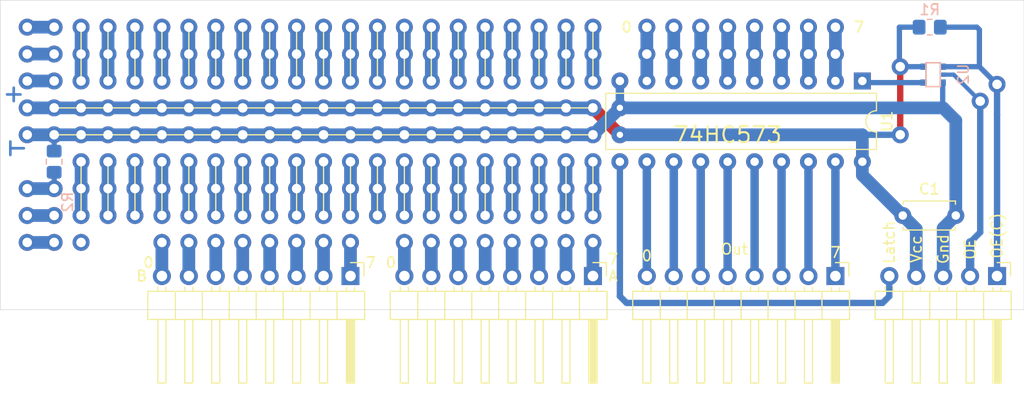
<source format=kicad_pcb>
(kicad_pcb (version 20171130) (host pcbnew "(5.1.8)-1")

  (general
    (thickness 1.6)
    (drawings 288)
    (tracks 464)
    (zones 0)
    (modules 9)
    (nets 40)
  )

  (page A4 portrait)
  (layers
    (0 F.Cu signal)
    (31 B.Cu signal)
    (32 B.Adhes user)
    (33 F.Adhes user)
    (34 B.Paste user)
    (35 F.Paste user)
    (36 B.SilkS user)
    (37 F.SilkS user)
    (38 B.Mask user)
    (39 F.Mask user)
    (40 Dwgs.User user)
    (41 Cmts.User user)
    (42 Eco1.User user)
    (43 Eco2.User user)
    (44 Edge.Cuts user)
    (45 Margin user)
    (46 B.CrtYd user)
    (47 F.CrtYd user)
    (48 B.Fab user)
    (49 F.Fab user)
  )

  (setup
    (last_trace_width 0.25)
    (user_trace_width 0.4)
    (user_trace_width 0.5)
    (user_trace_width 0.6)
    (user_trace_width 0.8)
    (user_trace_width 1.2)
    (trace_clearance 0.2)
    (zone_clearance 0.508)
    (zone_45_only no)
    (trace_min 0.2)
    (via_size 0.8)
    (via_drill 0.4)
    (via_min_size 0.4)
    (via_min_drill 0.3)
    (user_via 1.6 0.6)
    (user_via 1.6 0.9)
    (uvia_size 0.3)
    (uvia_drill 0.1)
    (uvias_allowed no)
    (uvia_min_size 0.2)
    (uvia_min_drill 0.1)
    (edge_width 0.05)
    (segment_width 0.2)
    (pcb_text_width 0.3)
    (pcb_text_size 1.5 1.5)
    (mod_edge_width 0.12)
    (mod_text_size 1 1)
    (mod_text_width 0.15)
    (pad_size 1.524 1.524)
    (pad_drill 0.762)
    (pad_to_mask_clearance 0.051)
    (solder_mask_min_width 0.1)
    (aux_axis_origin 0 0)
    (visible_elements 7FFFFFFF)
    (pcbplotparams
      (layerselection 0x010f0_ffffffff)
      (usegerberextensions false)
      (usegerberattributes false)
      (usegerberadvancedattributes false)
      (creategerberjobfile false)
      (excludeedgelayer true)
      (linewidth 0.100000)
      (plotframeref false)
      (viasonmask false)
      (mode 1)
      (useauxorigin false)
      (hpglpennumber 1)
      (hpglpenspeed 20)
      (hpglpendiameter 15.000000)
      (psnegative false)
      (psa4output false)
      (plotreference true)
      (plotvalue true)
      (plotinvisibletext false)
      (padsonsilk false)
      (subtractmaskfromsilk false)
      (outputformat 1)
      (mirror false)
      (drillshape 0)
      (scaleselection 1)
      (outputdirectory "gerber/"))
  )

  (net 0 "")
  (net 1 "Net-(J1-Pad8)")
  (net 2 "Net-(J1-Pad7)")
  (net 3 "Net-(J1-Pad6)")
  (net 4 "Net-(J1-Pad5)")
  (net 5 "Net-(J1-Pad4)")
  (net 6 "Net-(J1-Pad3)")
  (net 7 "Net-(J1-Pad2)")
  (net 8 "Net-(J1-Pad1)")
  (net 9 "Net-(J2-Pad8)")
  (net 10 "Net-(J2-Pad7)")
  (net 11 "Net-(J2-Pad6)")
  (net 12 "Net-(J2-Pad5)")
  (net 13 "Net-(J2-Pad4)")
  (net 14 "Net-(J2-Pad3)")
  (net 15 "Net-(J2-Pad2)")
  (net 16 "Net-(J2-Pad1)")
  (net 17 "Net-(J3-Pad8)")
  (net 18 "Net-(J3-Pad7)")
  (net 19 "Net-(J3-Pad6)")
  (net 20 "Net-(J3-Pad5)")
  (net 21 "Net-(J3-Pad4)")
  (net 22 "Net-(J3-Pad3)")
  (net 23 "Net-(J3-Pad2)")
  (net 24 "Net-(J3-Pad1)")
  (net 25 "Net-(J4-Pad1)")
  (net 26 VCC)
  (net 27 GND)
  (net 28 "Net-(U1-Pad2)")
  (net 29 "Net-(U1-Pad3)")
  (net 30 "Net-(U1-Pad4)")
  (net 31 "Net-(U1-Pad5)")
  (net 32 "Net-(U1-Pad6)")
  (net 33 "Net-(U1-Pad7)")
  (net 34 "Net-(U1-Pad8)")
  (net 35 "Net-(U1-Pad9)")
  (net 36 "Net-(J4-Pad5)")
  (net 37 "Net-(U1-Pad1)")
  (net 38 "Net-(J4-Pad2)")
  (net 39 "Net-(R2-Pad1)")

  (net_class Default "This is the default net class."
    (clearance 0.2)
    (trace_width 0.25)
    (via_dia 0.8)
    (via_drill 0.4)
    (uvia_dia 0.3)
    (uvia_drill 0.1)
    (add_net GND)
    (add_net "Net-(J1-Pad1)")
    (add_net "Net-(J1-Pad2)")
    (add_net "Net-(J1-Pad3)")
    (add_net "Net-(J1-Pad4)")
    (add_net "Net-(J1-Pad5)")
    (add_net "Net-(J1-Pad6)")
    (add_net "Net-(J1-Pad7)")
    (add_net "Net-(J1-Pad8)")
    (add_net "Net-(J2-Pad1)")
    (add_net "Net-(J2-Pad2)")
    (add_net "Net-(J2-Pad3)")
    (add_net "Net-(J2-Pad4)")
    (add_net "Net-(J2-Pad5)")
    (add_net "Net-(J2-Pad6)")
    (add_net "Net-(J2-Pad7)")
    (add_net "Net-(J2-Pad8)")
    (add_net "Net-(J3-Pad1)")
    (add_net "Net-(J3-Pad2)")
    (add_net "Net-(J3-Pad3)")
    (add_net "Net-(J3-Pad4)")
    (add_net "Net-(J3-Pad5)")
    (add_net "Net-(J3-Pad6)")
    (add_net "Net-(J3-Pad7)")
    (add_net "Net-(J3-Pad8)")
    (add_net "Net-(J4-Pad1)")
    (add_net "Net-(J4-Pad2)")
    (add_net "Net-(J4-Pad5)")
    (add_net "Net-(R2-Pad1)")
    (add_net "Net-(U1-Pad1)")
    (add_net "Net-(U1-Pad2)")
    (add_net "Net-(U1-Pad3)")
    (add_net "Net-(U1-Pad4)")
    (add_net "Net-(U1-Pad5)")
    (add_net "Net-(U1-Pad6)")
    (add_net "Net-(U1-Pad7)")
    (add_net "Net-(U1-Pad8)")
    (add_net "Net-(U1-Pad9)")
    (add_net VCC)
  )

  (module Resistor_SMD:R_0805_2012Metric_Pad1.20x1.40mm_HandSolder (layer B.Cu) (tedit 5F68FEEE) (tstamp 6207C273)
    (at 27.94 53.34 90)
    (descr "Resistor SMD 0805 (2012 Metric), square (rectangular) end terminal, IPC_7351 nominal with elongated pad for handsoldering. (Body size source: IPC-SM-782 page 72, https://www.pcb-3d.com/wordpress/wp-content/uploads/ipc-sm-782a_amendment_1_and_2.pdf), generated with kicad-footprint-generator")
    (tags "resistor handsolder")
    (path /620901B5)
    (attr smd)
    (fp_text reference R2 (at -3.81 1.27 270) (layer B.SilkS)
      (effects (font (size 1 1) (thickness 0.15)) (justify mirror))
    )
    (fp_text value R (at 0 -1.65 270) (layer B.Fab)
      (effects (font (size 1 1) (thickness 0.15)) (justify mirror))
    )
    (fp_line (start -1 -0.625) (end -1 0.625) (layer B.Fab) (width 0.1))
    (fp_line (start -1 0.625) (end 1 0.625) (layer B.Fab) (width 0.1))
    (fp_line (start 1 0.625) (end 1 -0.625) (layer B.Fab) (width 0.1))
    (fp_line (start 1 -0.625) (end -1 -0.625) (layer B.Fab) (width 0.1))
    (fp_line (start -0.227064 0.735) (end 0.227064 0.735) (layer B.SilkS) (width 0.12))
    (fp_line (start -0.227064 -0.735) (end 0.227064 -0.735) (layer B.SilkS) (width 0.12))
    (fp_line (start -1.85 -0.95) (end -1.85 0.95) (layer B.CrtYd) (width 0.05))
    (fp_line (start -1.85 0.95) (end 1.85 0.95) (layer B.CrtYd) (width 0.05))
    (fp_line (start 1.85 0.95) (end 1.85 -0.95) (layer B.CrtYd) (width 0.05))
    (fp_line (start 1.85 -0.95) (end -1.85 -0.95) (layer B.CrtYd) (width 0.05))
    (fp_text user %R (at 0 0 270) (layer B.Fab)
      (effects (font (size 0.5 0.5) (thickness 0.08)) (justify mirror))
    )
    (pad 2 smd roundrect (at 1 0 90) (size 1.2 1.4) (layers B.Cu B.Paste B.Mask) (roundrect_rratio 0.208333)
      (net 27 GND))
    (pad 1 smd roundrect (at -1 0 90) (size 1.2 1.4) (layers B.Cu B.Paste B.Mask) (roundrect_rratio 0.208333)
      (net 39 "Net-(R2-Pad1)"))
    (model ${KISYS3DMOD}/Resistor_SMD.3dshapes/R_0805_2012Metric.wrl
      (at (xyz 0 0 0))
      (scale (xyz 1 1 1))
      (rotate (xyz 0 0 0))
    )
  )

  (module Resistor_SMD:R_0805_2012Metric_Pad1.20x1.40mm_HandSolder (layer B.Cu) (tedit 5F68FEEE) (tstamp 6207B33A)
    (at 110.49 40.64 180)
    (descr "Resistor SMD 0805 (2012 Metric), square (rectangular) end terminal, IPC_7351 nominal with elongated pad for handsoldering. (Body size source: IPC-SM-782 page 72, https://www.pcb-3d.com/wordpress/wp-content/uploads/ipc-sm-782a_amendment_1_and_2.pdf), generated with kicad-footprint-generator")
    (tags "resistor handsolder")
    (path /6207EA9A)
    (attr smd)
    (fp_text reference R1 (at 0 1.65) (layer B.SilkS)
      (effects (font (size 1 1) (thickness 0.15)) (justify mirror))
    )
    (fp_text value 10k (at 0 -1.65) (layer B.Fab)
      (effects (font (size 1 1) (thickness 0.15)) (justify mirror))
    )
    (fp_line (start 1.85 -0.95) (end -1.85 -0.95) (layer B.CrtYd) (width 0.05))
    (fp_line (start 1.85 0.95) (end 1.85 -0.95) (layer B.CrtYd) (width 0.05))
    (fp_line (start -1.85 0.95) (end 1.85 0.95) (layer B.CrtYd) (width 0.05))
    (fp_line (start -1.85 -0.95) (end -1.85 0.95) (layer B.CrtYd) (width 0.05))
    (fp_line (start -0.227064 -0.735) (end 0.227064 -0.735) (layer B.SilkS) (width 0.12))
    (fp_line (start -0.227064 0.735) (end 0.227064 0.735) (layer B.SilkS) (width 0.12))
    (fp_line (start 1 -0.625) (end -1 -0.625) (layer B.Fab) (width 0.1))
    (fp_line (start 1 0.625) (end 1 -0.625) (layer B.Fab) (width 0.1))
    (fp_line (start -1 0.625) (end 1 0.625) (layer B.Fab) (width 0.1))
    (fp_line (start -1 -0.625) (end -1 0.625) (layer B.Fab) (width 0.1))
    (fp_text user %R (at 0 0) (layer B.Fab)
      (effects (font (size 0.5 0.5) (thickness 0.08)) (justify mirror))
    )
    (pad 2 smd roundrect (at 1 0 180) (size 1.2 1.4) (layers B.Cu B.Paste B.Mask) (roundrect_rratio 0.208333)
      (net 26 VCC))
    (pad 1 smd roundrect (at -1 0 180) (size 1.2 1.4) (layers B.Cu B.Paste B.Mask) (roundrect_rratio 0.208333)
      (net 25 "Net-(J4-Pad1)"))
    (model ${KISYS3DMOD}/Resistor_SMD.3dshapes/R_0805_2012Metric.wrl
      (at (xyz 0 0 0))
      (scale (xyz 1 1 1))
      (rotate (xyz 0 0 0))
    )
  )

  (module Connector_PinHeader_2.54mm:PinHeader_1x08_P2.54mm_Horizontal (layer F.Cu) (tedit 59FED5CB) (tstamp 5F500A5B)
    (at 101.6 64.135 270)
    (descr "Through hole angled pin header, 1x08, 2.54mm pitch, 6mm pin length, single row")
    (tags "Through hole angled pin header THT 1x08 2.54mm single row")
    (path /5F502016)
    (fp_text reference J3 (at 4.385 -2.27 90) (layer F.SilkS) hide
      (effects (font (size 1 1) (thickness 0.15)))
    )
    (fp_text value Conn_01x08_Male (at 4.385 20.05 90) (layer F.Fab)
      (effects (font (size 1 1) (thickness 0.15)))
    )
    (fp_line (start 2.135 -1.27) (end 4.04 -1.27) (layer F.Fab) (width 0.1))
    (fp_line (start 4.04 -1.27) (end 4.04 19.05) (layer F.Fab) (width 0.1))
    (fp_line (start 4.04 19.05) (end 1.5 19.05) (layer F.Fab) (width 0.1))
    (fp_line (start 1.5 19.05) (end 1.5 -0.635) (layer F.Fab) (width 0.1))
    (fp_line (start 1.5 -0.635) (end 2.135 -1.27) (layer F.Fab) (width 0.1))
    (fp_line (start -0.32 -0.32) (end 1.5 -0.32) (layer F.Fab) (width 0.1))
    (fp_line (start -0.32 -0.32) (end -0.32 0.32) (layer F.Fab) (width 0.1))
    (fp_line (start -0.32 0.32) (end 1.5 0.32) (layer F.Fab) (width 0.1))
    (fp_line (start 4.04 -0.32) (end 10.04 -0.32) (layer F.Fab) (width 0.1))
    (fp_line (start 10.04 -0.32) (end 10.04 0.32) (layer F.Fab) (width 0.1))
    (fp_line (start 4.04 0.32) (end 10.04 0.32) (layer F.Fab) (width 0.1))
    (fp_line (start -0.32 2.22) (end 1.5 2.22) (layer F.Fab) (width 0.1))
    (fp_line (start -0.32 2.22) (end -0.32 2.86) (layer F.Fab) (width 0.1))
    (fp_line (start -0.32 2.86) (end 1.5 2.86) (layer F.Fab) (width 0.1))
    (fp_line (start 4.04 2.22) (end 10.04 2.22) (layer F.Fab) (width 0.1))
    (fp_line (start 10.04 2.22) (end 10.04 2.86) (layer F.Fab) (width 0.1))
    (fp_line (start 4.04 2.86) (end 10.04 2.86) (layer F.Fab) (width 0.1))
    (fp_line (start -0.32 4.76) (end 1.5 4.76) (layer F.Fab) (width 0.1))
    (fp_line (start -0.32 4.76) (end -0.32 5.4) (layer F.Fab) (width 0.1))
    (fp_line (start -0.32 5.4) (end 1.5 5.4) (layer F.Fab) (width 0.1))
    (fp_line (start 4.04 4.76) (end 10.04 4.76) (layer F.Fab) (width 0.1))
    (fp_line (start 10.04 4.76) (end 10.04 5.4) (layer F.Fab) (width 0.1))
    (fp_line (start 4.04 5.4) (end 10.04 5.4) (layer F.Fab) (width 0.1))
    (fp_line (start -0.32 7.3) (end 1.5 7.3) (layer F.Fab) (width 0.1))
    (fp_line (start -0.32 7.3) (end -0.32 7.94) (layer F.Fab) (width 0.1))
    (fp_line (start -0.32 7.94) (end 1.5 7.94) (layer F.Fab) (width 0.1))
    (fp_line (start 4.04 7.3) (end 10.04 7.3) (layer F.Fab) (width 0.1))
    (fp_line (start 10.04 7.3) (end 10.04 7.94) (layer F.Fab) (width 0.1))
    (fp_line (start 4.04 7.94) (end 10.04 7.94) (layer F.Fab) (width 0.1))
    (fp_line (start -0.32 9.84) (end 1.5 9.84) (layer F.Fab) (width 0.1))
    (fp_line (start -0.32 9.84) (end -0.32 10.48) (layer F.Fab) (width 0.1))
    (fp_line (start -0.32 10.48) (end 1.5 10.48) (layer F.Fab) (width 0.1))
    (fp_line (start 4.04 9.84) (end 10.04 9.84) (layer F.Fab) (width 0.1))
    (fp_line (start 10.04 9.84) (end 10.04 10.48) (layer F.Fab) (width 0.1))
    (fp_line (start 4.04 10.48) (end 10.04 10.48) (layer F.Fab) (width 0.1))
    (fp_line (start -0.32 12.38) (end 1.5 12.38) (layer F.Fab) (width 0.1))
    (fp_line (start -0.32 12.38) (end -0.32 13.02) (layer F.Fab) (width 0.1))
    (fp_line (start -0.32 13.02) (end 1.5 13.02) (layer F.Fab) (width 0.1))
    (fp_line (start 4.04 12.38) (end 10.04 12.38) (layer F.Fab) (width 0.1))
    (fp_line (start 10.04 12.38) (end 10.04 13.02) (layer F.Fab) (width 0.1))
    (fp_line (start 4.04 13.02) (end 10.04 13.02) (layer F.Fab) (width 0.1))
    (fp_line (start -0.32 14.92) (end 1.5 14.92) (layer F.Fab) (width 0.1))
    (fp_line (start -0.32 14.92) (end -0.32 15.56) (layer F.Fab) (width 0.1))
    (fp_line (start -0.32 15.56) (end 1.5 15.56) (layer F.Fab) (width 0.1))
    (fp_line (start 4.04 14.92) (end 10.04 14.92) (layer F.Fab) (width 0.1))
    (fp_line (start 10.04 14.92) (end 10.04 15.56) (layer F.Fab) (width 0.1))
    (fp_line (start 4.04 15.56) (end 10.04 15.56) (layer F.Fab) (width 0.1))
    (fp_line (start -0.32 17.46) (end 1.5 17.46) (layer F.Fab) (width 0.1))
    (fp_line (start -0.32 17.46) (end -0.32 18.1) (layer F.Fab) (width 0.1))
    (fp_line (start -0.32 18.1) (end 1.5 18.1) (layer F.Fab) (width 0.1))
    (fp_line (start 4.04 17.46) (end 10.04 17.46) (layer F.Fab) (width 0.1))
    (fp_line (start 10.04 17.46) (end 10.04 18.1) (layer F.Fab) (width 0.1))
    (fp_line (start 4.04 18.1) (end 10.04 18.1) (layer F.Fab) (width 0.1))
    (fp_line (start 1.44 -1.33) (end 1.44 19.11) (layer F.SilkS) (width 0.12))
    (fp_line (start 1.44 19.11) (end 4.1 19.11) (layer F.SilkS) (width 0.12))
    (fp_line (start 4.1 19.11) (end 4.1 -1.33) (layer F.SilkS) (width 0.12))
    (fp_line (start 4.1 -1.33) (end 1.44 -1.33) (layer F.SilkS) (width 0.12))
    (fp_line (start 4.1 -0.38) (end 10.1 -0.38) (layer F.SilkS) (width 0.12))
    (fp_line (start 10.1 -0.38) (end 10.1 0.38) (layer F.SilkS) (width 0.12))
    (fp_line (start 10.1 0.38) (end 4.1 0.38) (layer F.SilkS) (width 0.12))
    (fp_line (start 4.1 -0.32) (end 10.1 -0.32) (layer F.SilkS) (width 0.12))
    (fp_line (start 4.1 -0.2) (end 10.1 -0.2) (layer F.SilkS) (width 0.12))
    (fp_line (start 4.1 -0.08) (end 10.1 -0.08) (layer F.SilkS) (width 0.12))
    (fp_line (start 4.1 0.04) (end 10.1 0.04) (layer F.SilkS) (width 0.12))
    (fp_line (start 4.1 0.16) (end 10.1 0.16) (layer F.SilkS) (width 0.12))
    (fp_line (start 4.1 0.28) (end 10.1 0.28) (layer F.SilkS) (width 0.12))
    (fp_line (start 1.11 -0.38) (end 1.44 -0.38) (layer F.SilkS) (width 0.12))
    (fp_line (start 1.11 0.38) (end 1.44 0.38) (layer F.SilkS) (width 0.12))
    (fp_line (start 1.44 1.27) (end 4.1 1.27) (layer F.SilkS) (width 0.12))
    (fp_line (start 4.1 2.16) (end 10.1 2.16) (layer F.SilkS) (width 0.12))
    (fp_line (start 10.1 2.16) (end 10.1 2.92) (layer F.SilkS) (width 0.12))
    (fp_line (start 10.1 2.92) (end 4.1 2.92) (layer F.SilkS) (width 0.12))
    (fp_line (start 1.042929 2.16) (end 1.44 2.16) (layer F.SilkS) (width 0.12))
    (fp_line (start 1.042929 2.92) (end 1.44 2.92) (layer F.SilkS) (width 0.12))
    (fp_line (start 1.44 3.81) (end 4.1 3.81) (layer F.SilkS) (width 0.12))
    (fp_line (start 4.1 4.7) (end 10.1 4.7) (layer F.SilkS) (width 0.12))
    (fp_line (start 10.1 4.7) (end 10.1 5.46) (layer F.SilkS) (width 0.12))
    (fp_line (start 10.1 5.46) (end 4.1 5.46) (layer F.SilkS) (width 0.12))
    (fp_line (start 1.042929 4.7) (end 1.44 4.7) (layer F.SilkS) (width 0.12))
    (fp_line (start 1.042929 5.46) (end 1.44 5.46) (layer F.SilkS) (width 0.12))
    (fp_line (start 1.44 6.35) (end 4.1 6.35) (layer F.SilkS) (width 0.12))
    (fp_line (start 4.1 7.24) (end 10.1 7.24) (layer F.SilkS) (width 0.12))
    (fp_line (start 10.1 7.24) (end 10.1 8) (layer F.SilkS) (width 0.12))
    (fp_line (start 10.1 8) (end 4.1 8) (layer F.SilkS) (width 0.12))
    (fp_line (start 1.042929 7.24) (end 1.44 7.24) (layer F.SilkS) (width 0.12))
    (fp_line (start 1.042929 8) (end 1.44 8) (layer F.SilkS) (width 0.12))
    (fp_line (start 1.44 8.89) (end 4.1 8.89) (layer F.SilkS) (width 0.12))
    (fp_line (start 4.1 9.78) (end 10.1 9.78) (layer F.SilkS) (width 0.12))
    (fp_line (start 10.1 9.78) (end 10.1 10.54) (layer F.SilkS) (width 0.12))
    (fp_line (start 10.1 10.54) (end 4.1 10.54) (layer F.SilkS) (width 0.12))
    (fp_line (start 1.042929 9.78) (end 1.44 9.78) (layer F.SilkS) (width 0.12))
    (fp_line (start 1.042929 10.54) (end 1.44 10.54) (layer F.SilkS) (width 0.12))
    (fp_line (start 1.44 11.43) (end 4.1 11.43) (layer F.SilkS) (width 0.12))
    (fp_line (start 4.1 12.32) (end 10.1 12.32) (layer F.SilkS) (width 0.12))
    (fp_line (start 10.1 12.32) (end 10.1 13.08) (layer F.SilkS) (width 0.12))
    (fp_line (start 10.1 13.08) (end 4.1 13.08) (layer F.SilkS) (width 0.12))
    (fp_line (start 1.042929 12.32) (end 1.44 12.32) (layer F.SilkS) (width 0.12))
    (fp_line (start 1.042929 13.08) (end 1.44 13.08) (layer F.SilkS) (width 0.12))
    (fp_line (start 1.44 13.97) (end 4.1 13.97) (layer F.SilkS) (width 0.12))
    (fp_line (start 4.1 14.86) (end 10.1 14.86) (layer F.SilkS) (width 0.12))
    (fp_line (start 10.1 14.86) (end 10.1 15.62) (layer F.SilkS) (width 0.12))
    (fp_line (start 10.1 15.62) (end 4.1 15.62) (layer F.SilkS) (width 0.12))
    (fp_line (start 1.042929 14.86) (end 1.44 14.86) (layer F.SilkS) (width 0.12))
    (fp_line (start 1.042929 15.62) (end 1.44 15.62) (layer F.SilkS) (width 0.12))
    (fp_line (start 1.44 16.51) (end 4.1 16.51) (layer F.SilkS) (width 0.12))
    (fp_line (start 4.1 17.4) (end 10.1 17.4) (layer F.SilkS) (width 0.12))
    (fp_line (start 10.1 17.4) (end 10.1 18.16) (layer F.SilkS) (width 0.12))
    (fp_line (start 10.1 18.16) (end 4.1 18.16) (layer F.SilkS) (width 0.12))
    (fp_line (start 1.042929 17.4) (end 1.44 17.4) (layer F.SilkS) (width 0.12))
    (fp_line (start 1.042929 18.16) (end 1.44 18.16) (layer F.SilkS) (width 0.12))
    (fp_line (start -1.27 0) (end -1.27 -1.27) (layer F.SilkS) (width 0.12))
    (fp_line (start -1.27 -1.27) (end 0 -1.27) (layer F.SilkS) (width 0.12))
    (fp_line (start -1.8 -1.8) (end -1.8 19.55) (layer F.CrtYd) (width 0.05))
    (fp_line (start -1.8 19.55) (end 10.55 19.55) (layer F.CrtYd) (width 0.05))
    (fp_line (start 10.55 19.55) (end 10.55 -1.8) (layer F.CrtYd) (width 0.05))
    (fp_line (start 10.55 -1.8) (end -1.8 -1.8) (layer F.CrtYd) (width 0.05))
    (fp_text user %R (at 2.77 8.89) (layer F.Fab)
      (effects (font (size 1 1) (thickness 0.15)))
    )
    (pad 8 thru_hole oval (at 0 17.78 270) (size 1.7 1.7) (drill 1) (layers *.Cu *.Mask)
      (net 17 "Net-(J3-Pad8)"))
    (pad 7 thru_hole oval (at 0 15.24 270) (size 1.7 1.7) (drill 1) (layers *.Cu *.Mask)
      (net 18 "Net-(J3-Pad7)"))
    (pad 6 thru_hole oval (at 0 12.7 270) (size 1.7 1.7) (drill 1) (layers *.Cu *.Mask)
      (net 19 "Net-(J3-Pad6)"))
    (pad 5 thru_hole oval (at 0 10.16 270) (size 1.7 1.7) (drill 1) (layers *.Cu *.Mask)
      (net 20 "Net-(J3-Pad5)"))
    (pad 4 thru_hole oval (at 0 7.62 270) (size 1.7 1.7) (drill 1) (layers *.Cu *.Mask)
      (net 21 "Net-(J3-Pad4)"))
    (pad 3 thru_hole oval (at 0 5.08 270) (size 1.7 1.7) (drill 1) (layers *.Cu *.Mask)
      (net 22 "Net-(J3-Pad3)"))
    (pad 2 thru_hole oval (at 0 2.54 270) (size 1.7 1.7) (drill 1) (layers *.Cu *.Mask)
      (net 23 "Net-(J3-Pad2)"))
    (pad 1 thru_hole rect (at 0 0 270) (size 1.7 1.7) (drill 1) (layers *.Cu *.Mask)
      (net 24 "Net-(J3-Pad1)"))
    (model ${KISYS3DMOD}/Connector_PinHeader_2.54mm.3dshapes/PinHeader_1x08_P2.54mm_Horizontal.wrl
      (at (xyz 0 0 0))
      (scale (xyz 1 1 1))
      (rotate (xyz 0 0 0))
    )
  )

  (module Connector_PinHeader_2.54mm:PinHeader_1x08_P2.54mm_Horizontal (layer F.Cu) (tedit 59FED5CB) (tstamp 5F5009DA)
    (at 78.74 64.135 270)
    (descr "Through hole angled pin header, 1x08, 2.54mm pitch, 6mm pin length, single row")
    (tags "Through hole angled pin header THT 1x08 2.54mm single row")
    (path /5F5016B1)
    (fp_text reference J2 (at 4.385 -2.27 90) (layer F.SilkS) hide
      (effects (font (size 1 1) (thickness 0.15)))
    )
    (fp_text value Conn_01x08_Male (at 4.385 20.05 90) (layer F.Fab)
      (effects (font (size 1 1) (thickness 0.15)))
    )
    (fp_line (start 2.135 -1.27) (end 4.04 -1.27) (layer F.Fab) (width 0.1))
    (fp_line (start 4.04 -1.27) (end 4.04 19.05) (layer F.Fab) (width 0.1))
    (fp_line (start 4.04 19.05) (end 1.5 19.05) (layer F.Fab) (width 0.1))
    (fp_line (start 1.5 19.05) (end 1.5 -0.635) (layer F.Fab) (width 0.1))
    (fp_line (start 1.5 -0.635) (end 2.135 -1.27) (layer F.Fab) (width 0.1))
    (fp_line (start -0.32 -0.32) (end 1.5 -0.32) (layer F.Fab) (width 0.1))
    (fp_line (start -0.32 -0.32) (end -0.32 0.32) (layer F.Fab) (width 0.1))
    (fp_line (start -0.32 0.32) (end 1.5 0.32) (layer F.Fab) (width 0.1))
    (fp_line (start 4.04 -0.32) (end 10.04 -0.32) (layer F.Fab) (width 0.1))
    (fp_line (start 10.04 -0.32) (end 10.04 0.32) (layer F.Fab) (width 0.1))
    (fp_line (start 4.04 0.32) (end 10.04 0.32) (layer F.Fab) (width 0.1))
    (fp_line (start -0.32 2.22) (end 1.5 2.22) (layer F.Fab) (width 0.1))
    (fp_line (start -0.32 2.22) (end -0.32 2.86) (layer F.Fab) (width 0.1))
    (fp_line (start -0.32 2.86) (end 1.5 2.86) (layer F.Fab) (width 0.1))
    (fp_line (start 4.04 2.22) (end 10.04 2.22) (layer F.Fab) (width 0.1))
    (fp_line (start 10.04 2.22) (end 10.04 2.86) (layer F.Fab) (width 0.1))
    (fp_line (start 4.04 2.86) (end 10.04 2.86) (layer F.Fab) (width 0.1))
    (fp_line (start -0.32 4.76) (end 1.5 4.76) (layer F.Fab) (width 0.1))
    (fp_line (start -0.32 4.76) (end -0.32 5.4) (layer F.Fab) (width 0.1))
    (fp_line (start -0.32 5.4) (end 1.5 5.4) (layer F.Fab) (width 0.1))
    (fp_line (start 4.04 4.76) (end 10.04 4.76) (layer F.Fab) (width 0.1))
    (fp_line (start 10.04 4.76) (end 10.04 5.4) (layer F.Fab) (width 0.1))
    (fp_line (start 4.04 5.4) (end 10.04 5.4) (layer F.Fab) (width 0.1))
    (fp_line (start -0.32 7.3) (end 1.5 7.3) (layer F.Fab) (width 0.1))
    (fp_line (start -0.32 7.3) (end -0.32 7.94) (layer F.Fab) (width 0.1))
    (fp_line (start -0.32 7.94) (end 1.5 7.94) (layer F.Fab) (width 0.1))
    (fp_line (start 4.04 7.3) (end 10.04 7.3) (layer F.Fab) (width 0.1))
    (fp_line (start 10.04 7.3) (end 10.04 7.94) (layer F.Fab) (width 0.1))
    (fp_line (start 4.04 7.94) (end 10.04 7.94) (layer F.Fab) (width 0.1))
    (fp_line (start -0.32 9.84) (end 1.5 9.84) (layer F.Fab) (width 0.1))
    (fp_line (start -0.32 9.84) (end -0.32 10.48) (layer F.Fab) (width 0.1))
    (fp_line (start -0.32 10.48) (end 1.5 10.48) (layer F.Fab) (width 0.1))
    (fp_line (start 4.04 9.84) (end 10.04 9.84) (layer F.Fab) (width 0.1))
    (fp_line (start 10.04 9.84) (end 10.04 10.48) (layer F.Fab) (width 0.1))
    (fp_line (start 4.04 10.48) (end 10.04 10.48) (layer F.Fab) (width 0.1))
    (fp_line (start -0.32 12.38) (end 1.5 12.38) (layer F.Fab) (width 0.1))
    (fp_line (start -0.32 12.38) (end -0.32 13.02) (layer F.Fab) (width 0.1))
    (fp_line (start -0.32 13.02) (end 1.5 13.02) (layer F.Fab) (width 0.1))
    (fp_line (start 4.04 12.38) (end 10.04 12.38) (layer F.Fab) (width 0.1))
    (fp_line (start 10.04 12.38) (end 10.04 13.02) (layer F.Fab) (width 0.1))
    (fp_line (start 4.04 13.02) (end 10.04 13.02) (layer F.Fab) (width 0.1))
    (fp_line (start -0.32 14.92) (end 1.5 14.92) (layer F.Fab) (width 0.1))
    (fp_line (start -0.32 14.92) (end -0.32 15.56) (layer F.Fab) (width 0.1))
    (fp_line (start -0.32 15.56) (end 1.5 15.56) (layer F.Fab) (width 0.1))
    (fp_line (start 4.04 14.92) (end 10.04 14.92) (layer F.Fab) (width 0.1))
    (fp_line (start 10.04 14.92) (end 10.04 15.56) (layer F.Fab) (width 0.1))
    (fp_line (start 4.04 15.56) (end 10.04 15.56) (layer F.Fab) (width 0.1))
    (fp_line (start -0.32 17.46) (end 1.5 17.46) (layer F.Fab) (width 0.1))
    (fp_line (start -0.32 17.46) (end -0.32 18.1) (layer F.Fab) (width 0.1))
    (fp_line (start -0.32 18.1) (end 1.5 18.1) (layer F.Fab) (width 0.1))
    (fp_line (start 4.04 17.46) (end 10.04 17.46) (layer F.Fab) (width 0.1))
    (fp_line (start 10.04 17.46) (end 10.04 18.1) (layer F.Fab) (width 0.1))
    (fp_line (start 4.04 18.1) (end 10.04 18.1) (layer F.Fab) (width 0.1))
    (fp_line (start 1.44 -1.33) (end 1.44 19.11) (layer F.SilkS) (width 0.12))
    (fp_line (start 1.44 19.11) (end 4.1 19.11) (layer F.SilkS) (width 0.12))
    (fp_line (start 4.1 19.11) (end 4.1 -1.33) (layer F.SilkS) (width 0.12))
    (fp_line (start 4.1 -1.33) (end 1.44 -1.33) (layer F.SilkS) (width 0.12))
    (fp_line (start 4.1 -0.38) (end 10.1 -0.38) (layer F.SilkS) (width 0.12))
    (fp_line (start 10.1 -0.38) (end 10.1 0.38) (layer F.SilkS) (width 0.12))
    (fp_line (start 10.1 0.38) (end 4.1 0.38) (layer F.SilkS) (width 0.12))
    (fp_line (start 4.1 -0.32) (end 10.1 -0.32) (layer F.SilkS) (width 0.12))
    (fp_line (start 4.1 -0.2) (end 10.1 -0.2) (layer F.SilkS) (width 0.12))
    (fp_line (start 4.1 -0.08) (end 10.1 -0.08) (layer F.SilkS) (width 0.12))
    (fp_line (start 4.1 0.04) (end 10.1 0.04) (layer F.SilkS) (width 0.12))
    (fp_line (start 4.1 0.16) (end 10.1 0.16) (layer F.SilkS) (width 0.12))
    (fp_line (start 4.1 0.28) (end 10.1 0.28) (layer F.SilkS) (width 0.12))
    (fp_line (start 1.11 -0.38) (end 1.44 -0.38) (layer F.SilkS) (width 0.12))
    (fp_line (start 1.11 0.38) (end 1.44 0.38) (layer F.SilkS) (width 0.12))
    (fp_line (start 1.44 1.27) (end 4.1 1.27) (layer F.SilkS) (width 0.12))
    (fp_line (start 4.1 2.16) (end 10.1 2.16) (layer F.SilkS) (width 0.12))
    (fp_line (start 10.1 2.16) (end 10.1 2.92) (layer F.SilkS) (width 0.12))
    (fp_line (start 10.1 2.92) (end 4.1 2.92) (layer F.SilkS) (width 0.12))
    (fp_line (start 1.042929 2.16) (end 1.44 2.16) (layer F.SilkS) (width 0.12))
    (fp_line (start 1.042929 2.92) (end 1.44 2.92) (layer F.SilkS) (width 0.12))
    (fp_line (start 1.44 3.81) (end 4.1 3.81) (layer F.SilkS) (width 0.12))
    (fp_line (start 4.1 4.7) (end 10.1 4.7) (layer F.SilkS) (width 0.12))
    (fp_line (start 10.1 4.7) (end 10.1 5.46) (layer F.SilkS) (width 0.12))
    (fp_line (start 10.1 5.46) (end 4.1 5.46) (layer F.SilkS) (width 0.12))
    (fp_line (start 1.042929 4.7) (end 1.44 4.7) (layer F.SilkS) (width 0.12))
    (fp_line (start 1.042929 5.46) (end 1.44 5.46) (layer F.SilkS) (width 0.12))
    (fp_line (start 1.44 6.35) (end 4.1 6.35) (layer F.SilkS) (width 0.12))
    (fp_line (start 4.1 7.24) (end 10.1 7.24) (layer F.SilkS) (width 0.12))
    (fp_line (start 10.1 7.24) (end 10.1 8) (layer F.SilkS) (width 0.12))
    (fp_line (start 10.1 8) (end 4.1 8) (layer F.SilkS) (width 0.12))
    (fp_line (start 1.042929 7.24) (end 1.44 7.24) (layer F.SilkS) (width 0.12))
    (fp_line (start 1.042929 8) (end 1.44 8) (layer F.SilkS) (width 0.12))
    (fp_line (start 1.44 8.89) (end 4.1 8.89) (layer F.SilkS) (width 0.12))
    (fp_line (start 4.1 9.78) (end 10.1 9.78) (layer F.SilkS) (width 0.12))
    (fp_line (start 10.1 9.78) (end 10.1 10.54) (layer F.SilkS) (width 0.12))
    (fp_line (start 10.1 10.54) (end 4.1 10.54) (layer F.SilkS) (width 0.12))
    (fp_line (start 1.042929 9.78) (end 1.44 9.78) (layer F.SilkS) (width 0.12))
    (fp_line (start 1.042929 10.54) (end 1.44 10.54) (layer F.SilkS) (width 0.12))
    (fp_line (start 1.44 11.43) (end 4.1 11.43) (layer F.SilkS) (width 0.12))
    (fp_line (start 4.1 12.32) (end 10.1 12.32) (layer F.SilkS) (width 0.12))
    (fp_line (start 10.1 12.32) (end 10.1 13.08) (layer F.SilkS) (width 0.12))
    (fp_line (start 10.1 13.08) (end 4.1 13.08) (layer F.SilkS) (width 0.12))
    (fp_line (start 1.042929 12.32) (end 1.44 12.32) (layer F.SilkS) (width 0.12))
    (fp_line (start 1.042929 13.08) (end 1.44 13.08) (layer F.SilkS) (width 0.12))
    (fp_line (start 1.44 13.97) (end 4.1 13.97) (layer F.SilkS) (width 0.12))
    (fp_line (start 4.1 14.86) (end 10.1 14.86) (layer F.SilkS) (width 0.12))
    (fp_line (start 10.1 14.86) (end 10.1 15.62) (layer F.SilkS) (width 0.12))
    (fp_line (start 10.1 15.62) (end 4.1 15.62) (layer F.SilkS) (width 0.12))
    (fp_line (start 1.042929 14.86) (end 1.44 14.86) (layer F.SilkS) (width 0.12))
    (fp_line (start 1.042929 15.62) (end 1.44 15.62) (layer F.SilkS) (width 0.12))
    (fp_line (start 1.44 16.51) (end 4.1 16.51) (layer F.SilkS) (width 0.12))
    (fp_line (start 4.1 17.4) (end 10.1 17.4) (layer F.SilkS) (width 0.12))
    (fp_line (start 10.1 17.4) (end 10.1 18.16) (layer F.SilkS) (width 0.12))
    (fp_line (start 10.1 18.16) (end 4.1 18.16) (layer F.SilkS) (width 0.12))
    (fp_line (start 1.042929 17.4) (end 1.44 17.4) (layer F.SilkS) (width 0.12))
    (fp_line (start 1.042929 18.16) (end 1.44 18.16) (layer F.SilkS) (width 0.12))
    (fp_line (start -1.27 0) (end -1.27 -1.27) (layer F.SilkS) (width 0.12))
    (fp_line (start -1.27 -1.27) (end 0 -1.27) (layer F.SilkS) (width 0.12))
    (fp_line (start -1.8 -1.8) (end -1.8 19.55) (layer F.CrtYd) (width 0.05))
    (fp_line (start -1.8 19.55) (end 10.55 19.55) (layer F.CrtYd) (width 0.05))
    (fp_line (start 10.55 19.55) (end 10.55 -1.8) (layer F.CrtYd) (width 0.05))
    (fp_line (start 10.55 -1.8) (end -1.8 -1.8) (layer F.CrtYd) (width 0.05))
    (fp_text user %R (at 2.77 8.89) (layer F.Fab)
      (effects (font (size 1 1) (thickness 0.15)))
    )
    (pad 8 thru_hole oval (at 0 17.78 270) (size 1.7 1.7) (drill 1) (layers *.Cu *.Mask)
      (net 9 "Net-(J2-Pad8)"))
    (pad 7 thru_hole oval (at 0 15.24 270) (size 1.7 1.7) (drill 1) (layers *.Cu *.Mask)
      (net 10 "Net-(J2-Pad7)"))
    (pad 6 thru_hole oval (at 0 12.7 270) (size 1.7 1.7) (drill 1) (layers *.Cu *.Mask)
      (net 11 "Net-(J2-Pad6)"))
    (pad 5 thru_hole oval (at 0 10.16 270) (size 1.7 1.7) (drill 1) (layers *.Cu *.Mask)
      (net 12 "Net-(J2-Pad5)"))
    (pad 4 thru_hole oval (at 0 7.62 270) (size 1.7 1.7) (drill 1) (layers *.Cu *.Mask)
      (net 13 "Net-(J2-Pad4)"))
    (pad 3 thru_hole oval (at 0 5.08 270) (size 1.7 1.7) (drill 1) (layers *.Cu *.Mask)
      (net 14 "Net-(J2-Pad3)"))
    (pad 2 thru_hole oval (at 0 2.54 270) (size 1.7 1.7) (drill 1) (layers *.Cu *.Mask)
      (net 15 "Net-(J2-Pad2)"))
    (pad 1 thru_hole rect (at 0 0 270) (size 1.7 1.7) (drill 1) (layers *.Cu *.Mask)
      (net 16 "Net-(J2-Pad1)"))
    (model ${KISYS3DMOD}/Connector_PinHeader_2.54mm.3dshapes/PinHeader_1x08_P2.54mm_Horizontal.wrl
      (at (xyz 0 0 0))
      (scale (xyz 1 1 1))
      (rotate (xyz 0 0 0))
    )
  )

  (module Connector_PinHeader_2.54mm:PinHeader_1x08_P2.54mm_Horizontal (layer F.Cu) (tedit 59FED5CB) (tstamp 5F500959)
    (at 55.88 64.135 270)
    (descr "Through hole angled pin header, 1x08, 2.54mm pitch, 6mm pin length, single row")
    (tags "Through hole angled pin header THT 1x08 2.54mm single row")
    (path /5F5004CF)
    (fp_text reference J1 (at 4.385 -2.27 90) (layer F.SilkS) hide
      (effects (font (size 1 1) (thickness 0.15)))
    )
    (fp_text value Conn_01x08_Male (at 4.385 20.05 90) (layer F.Fab)
      (effects (font (size 1 1) (thickness 0.15)))
    )
    (fp_line (start 2.135 -1.27) (end 4.04 -1.27) (layer F.Fab) (width 0.1))
    (fp_line (start 4.04 -1.27) (end 4.04 19.05) (layer F.Fab) (width 0.1))
    (fp_line (start 4.04 19.05) (end 1.5 19.05) (layer F.Fab) (width 0.1))
    (fp_line (start 1.5 19.05) (end 1.5 -0.635) (layer F.Fab) (width 0.1))
    (fp_line (start 1.5 -0.635) (end 2.135 -1.27) (layer F.Fab) (width 0.1))
    (fp_line (start -0.32 -0.32) (end 1.5 -0.32) (layer F.Fab) (width 0.1))
    (fp_line (start -0.32 -0.32) (end -0.32 0.32) (layer F.Fab) (width 0.1))
    (fp_line (start -0.32 0.32) (end 1.5 0.32) (layer F.Fab) (width 0.1))
    (fp_line (start 4.04 -0.32) (end 10.04 -0.32) (layer F.Fab) (width 0.1))
    (fp_line (start 10.04 -0.32) (end 10.04 0.32) (layer F.Fab) (width 0.1))
    (fp_line (start 4.04 0.32) (end 10.04 0.32) (layer F.Fab) (width 0.1))
    (fp_line (start -0.32 2.22) (end 1.5 2.22) (layer F.Fab) (width 0.1))
    (fp_line (start -0.32 2.22) (end -0.32 2.86) (layer F.Fab) (width 0.1))
    (fp_line (start -0.32 2.86) (end 1.5 2.86) (layer F.Fab) (width 0.1))
    (fp_line (start 4.04 2.22) (end 10.04 2.22) (layer F.Fab) (width 0.1))
    (fp_line (start 10.04 2.22) (end 10.04 2.86) (layer F.Fab) (width 0.1))
    (fp_line (start 4.04 2.86) (end 10.04 2.86) (layer F.Fab) (width 0.1))
    (fp_line (start -0.32 4.76) (end 1.5 4.76) (layer F.Fab) (width 0.1))
    (fp_line (start -0.32 4.76) (end -0.32 5.4) (layer F.Fab) (width 0.1))
    (fp_line (start -0.32 5.4) (end 1.5 5.4) (layer F.Fab) (width 0.1))
    (fp_line (start 4.04 4.76) (end 10.04 4.76) (layer F.Fab) (width 0.1))
    (fp_line (start 10.04 4.76) (end 10.04 5.4) (layer F.Fab) (width 0.1))
    (fp_line (start 4.04 5.4) (end 10.04 5.4) (layer F.Fab) (width 0.1))
    (fp_line (start -0.32 7.3) (end 1.5 7.3) (layer F.Fab) (width 0.1))
    (fp_line (start -0.32 7.3) (end -0.32 7.94) (layer F.Fab) (width 0.1))
    (fp_line (start -0.32 7.94) (end 1.5 7.94) (layer F.Fab) (width 0.1))
    (fp_line (start 4.04 7.3) (end 10.04 7.3) (layer F.Fab) (width 0.1))
    (fp_line (start 10.04 7.3) (end 10.04 7.94) (layer F.Fab) (width 0.1))
    (fp_line (start 4.04 7.94) (end 10.04 7.94) (layer F.Fab) (width 0.1))
    (fp_line (start -0.32 9.84) (end 1.5 9.84) (layer F.Fab) (width 0.1))
    (fp_line (start -0.32 9.84) (end -0.32 10.48) (layer F.Fab) (width 0.1))
    (fp_line (start -0.32 10.48) (end 1.5 10.48) (layer F.Fab) (width 0.1))
    (fp_line (start 4.04 9.84) (end 10.04 9.84) (layer F.Fab) (width 0.1))
    (fp_line (start 10.04 9.84) (end 10.04 10.48) (layer F.Fab) (width 0.1))
    (fp_line (start 4.04 10.48) (end 10.04 10.48) (layer F.Fab) (width 0.1))
    (fp_line (start -0.32 12.38) (end 1.5 12.38) (layer F.Fab) (width 0.1))
    (fp_line (start -0.32 12.38) (end -0.32 13.02) (layer F.Fab) (width 0.1))
    (fp_line (start -0.32 13.02) (end 1.5 13.02) (layer F.Fab) (width 0.1))
    (fp_line (start 4.04 12.38) (end 10.04 12.38) (layer F.Fab) (width 0.1))
    (fp_line (start 10.04 12.38) (end 10.04 13.02) (layer F.Fab) (width 0.1))
    (fp_line (start 4.04 13.02) (end 10.04 13.02) (layer F.Fab) (width 0.1))
    (fp_line (start -0.32 14.92) (end 1.5 14.92) (layer F.Fab) (width 0.1))
    (fp_line (start -0.32 14.92) (end -0.32 15.56) (layer F.Fab) (width 0.1))
    (fp_line (start -0.32 15.56) (end 1.5 15.56) (layer F.Fab) (width 0.1))
    (fp_line (start 4.04 14.92) (end 10.04 14.92) (layer F.Fab) (width 0.1))
    (fp_line (start 10.04 14.92) (end 10.04 15.56) (layer F.Fab) (width 0.1))
    (fp_line (start 4.04 15.56) (end 10.04 15.56) (layer F.Fab) (width 0.1))
    (fp_line (start -0.32 17.46) (end 1.5 17.46) (layer F.Fab) (width 0.1))
    (fp_line (start -0.32 17.46) (end -0.32 18.1) (layer F.Fab) (width 0.1))
    (fp_line (start -0.32 18.1) (end 1.5 18.1) (layer F.Fab) (width 0.1))
    (fp_line (start 4.04 17.46) (end 10.04 17.46) (layer F.Fab) (width 0.1))
    (fp_line (start 10.04 17.46) (end 10.04 18.1) (layer F.Fab) (width 0.1))
    (fp_line (start 4.04 18.1) (end 10.04 18.1) (layer F.Fab) (width 0.1))
    (fp_line (start 1.44 -1.33) (end 1.44 19.11) (layer F.SilkS) (width 0.12))
    (fp_line (start 1.44 19.11) (end 4.1 19.11) (layer F.SilkS) (width 0.12))
    (fp_line (start 4.1 19.11) (end 4.1 -1.33) (layer F.SilkS) (width 0.12))
    (fp_line (start 4.1 -1.33) (end 1.44 -1.33) (layer F.SilkS) (width 0.12))
    (fp_line (start 4.1 -0.38) (end 10.1 -0.38) (layer F.SilkS) (width 0.12))
    (fp_line (start 10.1 -0.38) (end 10.1 0.38) (layer F.SilkS) (width 0.12))
    (fp_line (start 10.1 0.38) (end 4.1 0.38) (layer F.SilkS) (width 0.12))
    (fp_line (start 4.1 -0.32) (end 10.1 -0.32) (layer F.SilkS) (width 0.12))
    (fp_line (start 4.1 -0.2) (end 10.1 -0.2) (layer F.SilkS) (width 0.12))
    (fp_line (start 4.1 -0.08) (end 10.1 -0.08) (layer F.SilkS) (width 0.12))
    (fp_line (start 4.1 0.04) (end 10.1 0.04) (layer F.SilkS) (width 0.12))
    (fp_line (start 4.1 0.16) (end 10.1 0.16) (layer F.SilkS) (width 0.12))
    (fp_line (start 4.1 0.28) (end 10.1 0.28) (layer F.SilkS) (width 0.12))
    (fp_line (start 1.11 -0.38) (end 1.44 -0.38) (layer F.SilkS) (width 0.12))
    (fp_line (start 1.11 0.38) (end 1.44 0.38) (layer F.SilkS) (width 0.12))
    (fp_line (start 1.44 1.27) (end 4.1 1.27) (layer F.SilkS) (width 0.12))
    (fp_line (start 4.1 2.16) (end 10.1 2.16) (layer F.SilkS) (width 0.12))
    (fp_line (start 10.1 2.16) (end 10.1 2.92) (layer F.SilkS) (width 0.12))
    (fp_line (start 10.1 2.92) (end 4.1 2.92) (layer F.SilkS) (width 0.12))
    (fp_line (start 1.042929 2.16) (end 1.44 2.16) (layer F.SilkS) (width 0.12))
    (fp_line (start 1.042929 2.92) (end 1.44 2.92) (layer F.SilkS) (width 0.12))
    (fp_line (start 1.44 3.81) (end 4.1 3.81) (layer F.SilkS) (width 0.12))
    (fp_line (start 4.1 4.7) (end 10.1 4.7) (layer F.SilkS) (width 0.12))
    (fp_line (start 10.1 4.7) (end 10.1 5.46) (layer F.SilkS) (width 0.12))
    (fp_line (start 10.1 5.46) (end 4.1 5.46) (layer F.SilkS) (width 0.12))
    (fp_line (start 1.042929 4.7) (end 1.44 4.7) (layer F.SilkS) (width 0.12))
    (fp_line (start 1.042929 5.46) (end 1.44 5.46) (layer F.SilkS) (width 0.12))
    (fp_line (start 1.44 6.35) (end 4.1 6.35) (layer F.SilkS) (width 0.12))
    (fp_line (start 4.1 7.24) (end 10.1 7.24) (layer F.SilkS) (width 0.12))
    (fp_line (start 10.1 7.24) (end 10.1 8) (layer F.SilkS) (width 0.12))
    (fp_line (start 10.1 8) (end 4.1 8) (layer F.SilkS) (width 0.12))
    (fp_line (start 1.042929 7.24) (end 1.44 7.24) (layer F.SilkS) (width 0.12))
    (fp_line (start 1.042929 8) (end 1.44 8) (layer F.SilkS) (width 0.12))
    (fp_line (start 1.44 8.89) (end 4.1 8.89) (layer F.SilkS) (width 0.12))
    (fp_line (start 4.1 9.78) (end 10.1 9.78) (layer F.SilkS) (width 0.12))
    (fp_line (start 10.1 9.78) (end 10.1 10.54) (layer F.SilkS) (width 0.12))
    (fp_line (start 10.1 10.54) (end 4.1 10.54) (layer F.SilkS) (width 0.12))
    (fp_line (start 1.042929 9.78) (end 1.44 9.78) (layer F.SilkS) (width 0.12))
    (fp_line (start 1.042929 10.54) (end 1.44 10.54) (layer F.SilkS) (width 0.12))
    (fp_line (start 1.44 11.43) (end 4.1 11.43) (layer F.SilkS) (width 0.12))
    (fp_line (start 4.1 12.32) (end 10.1 12.32) (layer F.SilkS) (width 0.12))
    (fp_line (start 10.1 12.32) (end 10.1 13.08) (layer F.SilkS) (width 0.12))
    (fp_line (start 10.1 13.08) (end 4.1 13.08) (layer F.SilkS) (width 0.12))
    (fp_line (start 1.042929 12.32) (end 1.44 12.32) (layer F.SilkS) (width 0.12))
    (fp_line (start 1.042929 13.08) (end 1.44 13.08) (layer F.SilkS) (width 0.12))
    (fp_line (start 1.44 13.97) (end 4.1 13.97) (layer F.SilkS) (width 0.12))
    (fp_line (start 4.1 14.86) (end 10.1 14.86) (layer F.SilkS) (width 0.12))
    (fp_line (start 10.1 14.86) (end 10.1 15.62) (layer F.SilkS) (width 0.12))
    (fp_line (start 10.1 15.62) (end 4.1 15.62) (layer F.SilkS) (width 0.12))
    (fp_line (start 1.042929 14.86) (end 1.44 14.86) (layer F.SilkS) (width 0.12))
    (fp_line (start 1.042929 15.62) (end 1.44 15.62) (layer F.SilkS) (width 0.12))
    (fp_line (start 1.44 16.51) (end 4.1 16.51) (layer F.SilkS) (width 0.12))
    (fp_line (start 4.1 17.4) (end 10.1 17.4) (layer F.SilkS) (width 0.12))
    (fp_line (start 10.1 17.4) (end 10.1 18.16) (layer F.SilkS) (width 0.12))
    (fp_line (start 10.1 18.16) (end 4.1 18.16) (layer F.SilkS) (width 0.12))
    (fp_line (start 1.042929 17.4) (end 1.44 17.4) (layer F.SilkS) (width 0.12))
    (fp_line (start 1.042929 18.16) (end 1.44 18.16) (layer F.SilkS) (width 0.12))
    (fp_line (start -1.27 0) (end -1.27 -1.27) (layer F.SilkS) (width 0.12))
    (fp_line (start -1.27 -1.27) (end 0 -1.27) (layer F.SilkS) (width 0.12))
    (fp_line (start -1.8 -1.8) (end -1.8 19.55) (layer F.CrtYd) (width 0.05))
    (fp_line (start -1.8 19.55) (end 10.55 19.55) (layer F.CrtYd) (width 0.05))
    (fp_line (start 10.55 19.55) (end 10.55 -1.8) (layer F.CrtYd) (width 0.05))
    (fp_line (start 10.55 -1.8) (end -1.8 -1.8) (layer F.CrtYd) (width 0.05))
    (fp_text user %R (at 2.77 8.89) (layer F.Fab)
      (effects (font (size 1 1) (thickness 0.15)))
    )
    (pad 8 thru_hole oval (at 0 17.78 270) (size 1.7 1.7) (drill 1) (layers *.Cu *.Mask)
      (net 1 "Net-(J1-Pad8)"))
    (pad 7 thru_hole oval (at 0 15.24 270) (size 1.7 1.7) (drill 1) (layers *.Cu *.Mask)
      (net 2 "Net-(J1-Pad7)"))
    (pad 6 thru_hole oval (at 0 12.7 270) (size 1.7 1.7) (drill 1) (layers *.Cu *.Mask)
      (net 3 "Net-(J1-Pad6)"))
    (pad 5 thru_hole oval (at 0 10.16 270) (size 1.7 1.7) (drill 1) (layers *.Cu *.Mask)
      (net 4 "Net-(J1-Pad5)"))
    (pad 4 thru_hole oval (at 0 7.62 270) (size 1.7 1.7) (drill 1) (layers *.Cu *.Mask)
      (net 5 "Net-(J1-Pad4)"))
    (pad 3 thru_hole oval (at 0 5.08 270) (size 1.7 1.7) (drill 1) (layers *.Cu *.Mask)
      (net 6 "Net-(J1-Pad3)"))
    (pad 2 thru_hole oval (at 0 2.54 270) (size 1.7 1.7) (drill 1) (layers *.Cu *.Mask)
      (net 7 "Net-(J1-Pad2)"))
    (pad 1 thru_hole rect (at 0 0 270) (size 1.7 1.7) (drill 1) (layers *.Cu *.Mask)
      (net 8 "Net-(J1-Pad1)"))
    (model ${KISYS3DMOD}/Connector_PinHeader_2.54mm.3dshapes/PinHeader_1x08_P2.54mm_Horizontal.wrl
      (at (xyz 0 0 0))
      (scale (xyz 1 1 1))
      (rotate (xyz 0 0 0))
    )
  )

  (module Capacitor_THT:C_Disc_D4.7mm_W2.5mm_P5.00mm (layer F.Cu) (tedit 5AE50EF0) (tstamp 5F502AD8)
    (at 107.95 58.42)
    (descr "C, Disc series, Radial, pin pitch=5.00mm, , diameter*width=4.7*2.5mm^2, Capacitor, http://www.vishay.com/docs/45233/krseries.pdf")
    (tags "C Disc series Radial pin pitch 5.00mm  diameter 4.7mm width 2.5mm Capacitor")
    (path /5F50C05B)
    (fp_text reference C1 (at 2.5 -2.5) (layer F.SilkS)
      (effects (font (size 1 1) (thickness 0.15)))
    )
    (fp_text value 0.1uF (at 2.5 2.5) (layer F.Fab)
      (effects (font (size 1 1) (thickness 0.15)))
    )
    (fp_line (start 6.05 -1.5) (end -1.05 -1.5) (layer F.CrtYd) (width 0.05))
    (fp_line (start 6.05 1.5) (end 6.05 -1.5) (layer F.CrtYd) (width 0.05))
    (fp_line (start -1.05 1.5) (end 6.05 1.5) (layer F.CrtYd) (width 0.05))
    (fp_line (start -1.05 -1.5) (end -1.05 1.5) (layer F.CrtYd) (width 0.05))
    (fp_line (start 4.97 1.055) (end 4.97 1.37) (layer F.SilkS) (width 0.12))
    (fp_line (start 4.97 -1.37) (end 4.97 -1.055) (layer F.SilkS) (width 0.12))
    (fp_line (start 0.03 1.055) (end 0.03 1.37) (layer F.SilkS) (width 0.12))
    (fp_line (start 0.03 -1.37) (end 0.03 -1.055) (layer F.SilkS) (width 0.12))
    (fp_line (start 0.03 1.37) (end 4.97 1.37) (layer F.SilkS) (width 0.12))
    (fp_line (start 0.03 -1.37) (end 4.97 -1.37) (layer F.SilkS) (width 0.12))
    (fp_line (start 4.85 -1.25) (end 0.15 -1.25) (layer F.Fab) (width 0.1))
    (fp_line (start 4.85 1.25) (end 4.85 -1.25) (layer F.Fab) (width 0.1))
    (fp_line (start 0.15 1.25) (end 4.85 1.25) (layer F.Fab) (width 0.1))
    (fp_line (start 0.15 -1.25) (end 0.15 1.25) (layer F.Fab) (width 0.1))
    (fp_text user %R (at 2.5 0) (layer F.Fab)
      (effects (font (size 0.94 0.94) (thickness 0.141)))
    )
    (pad 1 thru_hole circle (at 0 0) (size 1.6 1.6) (drill 0.8) (layers *.Cu *.Mask)
      (net 26 VCC))
    (pad 2 thru_hole circle (at 5 0) (size 1.6 1.6) (drill 0.8) (layers *.Cu *.Mask)
      (net 27 GND))
    (model ${KISYS3DMOD}/Capacitor_THT.3dshapes/C_Disc_D4.7mm_W2.5mm_P5.00mm.wrl
      (at (xyz 0 0 0))
      (scale (xyz 1 1 1))
      (rotate (xyz 0 0 0))
    )
  )

  (module Package_DIP:DIP-20_W7.62mm (layer F.Cu) (tedit 5A02E8C5) (tstamp 5F510E8F)
    (at 104.14 45.72 270)
    (descr "20-lead though-hole mounted DIP package, row spacing 7.62 mm (300 mils)")
    (tags "THT DIP DIL PDIP 2.54mm 7.62mm 300mil")
    (path /5F510F59)
    (fp_text reference U1 (at 3.81 -2.33 90) (layer F.SilkS)
      (effects (font (size 1 1) (thickness 0.15)))
    )
    (fp_text value 74LS573 (at 3.81 25.19 90) (layer F.Fab)
      (effects (font (size 1 1) (thickness 0.15)))
    )
    (fp_line (start 8.7 -1.55) (end -1.1 -1.55) (layer F.CrtYd) (width 0.05))
    (fp_line (start 8.7 24.4) (end 8.7 -1.55) (layer F.CrtYd) (width 0.05))
    (fp_line (start -1.1 24.4) (end 8.7 24.4) (layer F.CrtYd) (width 0.05))
    (fp_line (start -1.1 -1.55) (end -1.1 24.4) (layer F.CrtYd) (width 0.05))
    (fp_line (start 6.46 -1.33) (end 4.81 -1.33) (layer F.SilkS) (width 0.12))
    (fp_line (start 6.46 24.19) (end 6.46 -1.33) (layer F.SilkS) (width 0.12))
    (fp_line (start 1.16 24.19) (end 6.46 24.19) (layer F.SilkS) (width 0.12))
    (fp_line (start 1.16 -1.33) (end 1.16 24.19) (layer F.SilkS) (width 0.12))
    (fp_line (start 2.81 -1.33) (end 1.16 -1.33) (layer F.SilkS) (width 0.12))
    (fp_line (start 0.635 -0.27) (end 1.635 -1.27) (layer F.Fab) (width 0.1))
    (fp_line (start 0.635 24.13) (end 0.635 -0.27) (layer F.Fab) (width 0.1))
    (fp_line (start 6.985 24.13) (end 0.635 24.13) (layer F.Fab) (width 0.1))
    (fp_line (start 6.985 -1.27) (end 6.985 24.13) (layer F.Fab) (width 0.1))
    (fp_line (start 1.635 -1.27) (end 6.985 -1.27) (layer F.Fab) (width 0.1))
    (fp_arc (start 3.81 -1.33) (end 2.81 -1.33) (angle -180) (layer F.SilkS) (width 0.12))
    (fp_text user %R (at 3.81 11.43 90) (layer F.Fab)
      (effects (font (size 1 1) (thickness 0.15)))
    )
    (pad 1 thru_hole rect (at 0 0 270) (size 1.6 1.6) (drill 0.8) (layers *.Cu *.Mask)
      (net 37 "Net-(U1-Pad1)"))
    (pad 11 thru_hole oval (at 7.62 22.86 270) (size 1.6 1.6) (drill 0.8) (layers *.Cu *.Mask)
      (net 36 "Net-(J4-Pad5)"))
    (pad 2 thru_hole oval (at 0 2.54 270) (size 1.6 1.6) (drill 0.8) (layers *.Cu *.Mask)
      (net 28 "Net-(U1-Pad2)"))
    (pad 12 thru_hole oval (at 7.62 20.32 270) (size 1.6 1.6) (drill 0.8) (layers *.Cu *.Mask)
      (net 17 "Net-(J3-Pad8)"))
    (pad 3 thru_hole oval (at 0 5.08 270) (size 1.6 1.6) (drill 0.8) (layers *.Cu *.Mask)
      (net 29 "Net-(U1-Pad3)"))
    (pad 13 thru_hole oval (at 7.62 17.78 270) (size 1.6 1.6) (drill 0.8) (layers *.Cu *.Mask)
      (net 18 "Net-(J3-Pad7)"))
    (pad 4 thru_hole oval (at 0 7.62 270) (size 1.6 1.6) (drill 0.8) (layers *.Cu *.Mask)
      (net 30 "Net-(U1-Pad4)"))
    (pad 14 thru_hole oval (at 7.62 15.24 270) (size 1.6 1.6) (drill 0.8) (layers *.Cu *.Mask)
      (net 19 "Net-(J3-Pad6)"))
    (pad 5 thru_hole oval (at 0 10.16 270) (size 1.6 1.6) (drill 0.8) (layers *.Cu *.Mask)
      (net 31 "Net-(U1-Pad5)"))
    (pad 15 thru_hole oval (at 7.62 12.7 270) (size 1.6 1.6) (drill 0.8) (layers *.Cu *.Mask)
      (net 20 "Net-(J3-Pad5)"))
    (pad 6 thru_hole oval (at 0 12.7 270) (size 1.6 1.6) (drill 0.8) (layers *.Cu *.Mask)
      (net 32 "Net-(U1-Pad6)"))
    (pad 16 thru_hole oval (at 7.62 10.16 270) (size 1.6 1.6) (drill 0.8) (layers *.Cu *.Mask)
      (net 21 "Net-(J3-Pad4)"))
    (pad 7 thru_hole oval (at 0 15.24 270) (size 1.6 1.6) (drill 0.8) (layers *.Cu *.Mask)
      (net 33 "Net-(U1-Pad7)"))
    (pad 17 thru_hole oval (at 7.62 7.62 270) (size 1.6 1.6) (drill 0.8) (layers *.Cu *.Mask)
      (net 22 "Net-(J3-Pad3)"))
    (pad 8 thru_hole oval (at 0 17.78 270) (size 1.6 1.6) (drill 0.8) (layers *.Cu *.Mask)
      (net 34 "Net-(U1-Pad8)"))
    (pad 18 thru_hole oval (at 7.62 5.08 270) (size 1.6 1.6) (drill 0.8) (layers *.Cu *.Mask)
      (net 23 "Net-(J3-Pad2)"))
    (pad 9 thru_hole oval (at 0 20.32 270) (size 1.6 1.6) (drill 0.8) (layers *.Cu *.Mask)
      (net 35 "Net-(U1-Pad9)"))
    (pad 19 thru_hole oval (at 7.62 2.54 270) (size 1.6 1.6) (drill 0.8) (layers *.Cu *.Mask)
      (net 24 "Net-(J3-Pad1)"))
    (pad 10 thru_hole oval (at 0 22.86 270) (size 1.6 1.6) (drill 0.8) (layers *.Cu *.Mask)
      (net 27 GND))
    (pad 20 thru_hole oval (at 7.62 0 270) (size 1.6 1.6) (drill 0.8) (layers *.Cu *.Mask)
      (net 26 VCC))
    (model ${KISYS3DMOD}/Package_DIP.3dshapes/DIP-20_W7.62mm.wrl
      (at (xyz 0 0 0))
      (scale (xyz 1 1 1))
      (rotate (xyz 0 0 0))
    )
  )

  (module Connector_PinHeader_2.54mm:PinHeader_1x05_P2.54mm_Horizontal (layer F.Cu) (tedit 59FED5CB) (tstamp 6207A37E)
    (at 116.84 64.135 270)
    (descr "Through hole angled pin header, 1x05, 2.54mm pitch, 6mm pin length, single row")
    (tags "Through hole angled pin header THT 1x05 2.54mm single row")
    (path /620745DF)
    (fp_text reference J4 (at 4.385 -2.27 90) (layer F.SilkS) hide
      (effects (font (size 1 1) (thickness 0.15)))
    )
    (fp_text value Conn_01x05_Male (at 4.385 12.43 90) (layer F.Fab)
      (effects (font (size 1 1) (thickness 0.15)))
    )
    (fp_line (start 10.55 -1.8) (end -1.8 -1.8) (layer F.CrtYd) (width 0.05))
    (fp_line (start 10.55 11.95) (end 10.55 -1.8) (layer F.CrtYd) (width 0.05))
    (fp_line (start -1.8 11.95) (end 10.55 11.95) (layer F.CrtYd) (width 0.05))
    (fp_line (start -1.8 -1.8) (end -1.8 11.95) (layer F.CrtYd) (width 0.05))
    (fp_line (start -1.27 -1.27) (end 0 -1.27) (layer F.SilkS) (width 0.12))
    (fp_line (start -1.27 0) (end -1.27 -1.27) (layer F.SilkS) (width 0.12))
    (fp_line (start 1.042929 10.54) (end 1.44 10.54) (layer F.SilkS) (width 0.12))
    (fp_line (start 1.042929 9.78) (end 1.44 9.78) (layer F.SilkS) (width 0.12))
    (fp_line (start 10.1 10.54) (end 4.1 10.54) (layer F.SilkS) (width 0.12))
    (fp_line (start 10.1 9.78) (end 10.1 10.54) (layer F.SilkS) (width 0.12))
    (fp_line (start 4.1 9.78) (end 10.1 9.78) (layer F.SilkS) (width 0.12))
    (fp_line (start 1.44 8.89) (end 4.1 8.89) (layer F.SilkS) (width 0.12))
    (fp_line (start 1.042929 8) (end 1.44 8) (layer F.SilkS) (width 0.12))
    (fp_line (start 1.042929 7.24) (end 1.44 7.24) (layer F.SilkS) (width 0.12))
    (fp_line (start 10.1 8) (end 4.1 8) (layer F.SilkS) (width 0.12))
    (fp_line (start 10.1 7.24) (end 10.1 8) (layer F.SilkS) (width 0.12))
    (fp_line (start 4.1 7.24) (end 10.1 7.24) (layer F.SilkS) (width 0.12))
    (fp_line (start 1.44 6.35) (end 4.1 6.35) (layer F.SilkS) (width 0.12))
    (fp_line (start 1.042929 5.46) (end 1.44 5.46) (layer F.SilkS) (width 0.12))
    (fp_line (start 1.042929 4.7) (end 1.44 4.7) (layer F.SilkS) (width 0.12))
    (fp_line (start 10.1 5.46) (end 4.1 5.46) (layer F.SilkS) (width 0.12))
    (fp_line (start 10.1 4.7) (end 10.1 5.46) (layer F.SilkS) (width 0.12))
    (fp_line (start 4.1 4.7) (end 10.1 4.7) (layer F.SilkS) (width 0.12))
    (fp_line (start 1.44 3.81) (end 4.1 3.81) (layer F.SilkS) (width 0.12))
    (fp_line (start 1.042929 2.92) (end 1.44 2.92) (layer F.SilkS) (width 0.12))
    (fp_line (start 1.042929 2.16) (end 1.44 2.16) (layer F.SilkS) (width 0.12))
    (fp_line (start 10.1 2.92) (end 4.1 2.92) (layer F.SilkS) (width 0.12))
    (fp_line (start 10.1 2.16) (end 10.1 2.92) (layer F.SilkS) (width 0.12))
    (fp_line (start 4.1 2.16) (end 10.1 2.16) (layer F.SilkS) (width 0.12))
    (fp_line (start 1.44 1.27) (end 4.1 1.27) (layer F.SilkS) (width 0.12))
    (fp_line (start 1.11 0.38) (end 1.44 0.38) (layer F.SilkS) (width 0.12))
    (fp_line (start 1.11 -0.38) (end 1.44 -0.38) (layer F.SilkS) (width 0.12))
    (fp_line (start 4.1 0.28) (end 10.1 0.28) (layer F.SilkS) (width 0.12))
    (fp_line (start 4.1 0.16) (end 10.1 0.16) (layer F.SilkS) (width 0.12))
    (fp_line (start 4.1 0.04) (end 10.1 0.04) (layer F.SilkS) (width 0.12))
    (fp_line (start 4.1 -0.08) (end 10.1 -0.08) (layer F.SilkS) (width 0.12))
    (fp_line (start 4.1 -0.2) (end 10.1 -0.2) (layer F.SilkS) (width 0.12))
    (fp_line (start 4.1 -0.32) (end 10.1 -0.32) (layer F.SilkS) (width 0.12))
    (fp_line (start 10.1 0.38) (end 4.1 0.38) (layer F.SilkS) (width 0.12))
    (fp_line (start 10.1 -0.38) (end 10.1 0.38) (layer F.SilkS) (width 0.12))
    (fp_line (start 4.1 -0.38) (end 10.1 -0.38) (layer F.SilkS) (width 0.12))
    (fp_line (start 4.1 -1.33) (end 1.44 -1.33) (layer F.SilkS) (width 0.12))
    (fp_line (start 4.1 11.49) (end 4.1 -1.33) (layer F.SilkS) (width 0.12))
    (fp_line (start 1.44 11.49) (end 4.1 11.49) (layer F.SilkS) (width 0.12))
    (fp_line (start 1.44 -1.33) (end 1.44 11.49) (layer F.SilkS) (width 0.12))
    (fp_line (start 4.04 10.48) (end 10.04 10.48) (layer F.Fab) (width 0.1))
    (fp_line (start 10.04 9.84) (end 10.04 10.48) (layer F.Fab) (width 0.1))
    (fp_line (start 4.04 9.84) (end 10.04 9.84) (layer F.Fab) (width 0.1))
    (fp_line (start -0.32 10.48) (end 1.5 10.48) (layer F.Fab) (width 0.1))
    (fp_line (start -0.32 9.84) (end -0.32 10.48) (layer F.Fab) (width 0.1))
    (fp_line (start -0.32 9.84) (end 1.5 9.84) (layer F.Fab) (width 0.1))
    (fp_line (start 4.04 7.94) (end 10.04 7.94) (layer F.Fab) (width 0.1))
    (fp_line (start 10.04 7.3) (end 10.04 7.94) (layer F.Fab) (width 0.1))
    (fp_line (start 4.04 7.3) (end 10.04 7.3) (layer F.Fab) (width 0.1))
    (fp_line (start -0.32 7.94) (end 1.5 7.94) (layer F.Fab) (width 0.1))
    (fp_line (start -0.32 7.3) (end -0.32 7.94) (layer F.Fab) (width 0.1))
    (fp_line (start -0.32 7.3) (end 1.5 7.3) (layer F.Fab) (width 0.1))
    (fp_line (start 4.04 5.4) (end 10.04 5.4) (layer F.Fab) (width 0.1))
    (fp_line (start 10.04 4.76) (end 10.04 5.4) (layer F.Fab) (width 0.1))
    (fp_line (start 4.04 4.76) (end 10.04 4.76) (layer F.Fab) (width 0.1))
    (fp_line (start -0.32 5.4) (end 1.5 5.4) (layer F.Fab) (width 0.1))
    (fp_line (start -0.32 4.76) (end -0.32 5.4) (layer F.Fab) (width 0.1))
    (fp_line (start -0.32 4.76) (end 1.5 4.76) (layer F.Fab) (width 0.1))
    (fp_line (start 4.04 2.86) (end 10.04 2.86) (layer F.Fab) (width 0.1))
    (fp_line (start 10.04 2.22) (end 10.04 2.86) (layer F.Fab) (width 0.1))
    (fp_line (start 4.04 2.22) (end 10.04 2.22) (layer F.Fab) (width 0.1))
    (fp_line (start -0.32 2.86) (end 1.5 2.86) (layer F.Fab) (width 0.1))
    (fp_line (start -0.32 2.22) (end -0.32 2.86) (layer F.Fab) (width 0.1))
    (fp_line (start -0.32 2.22) (end 1.5 2.22) (layer F.Fab) (width 0.1))
    (fp_line (start 4.04 0.32) (end 10.04 0.32) (layer F.Fab) (width 0.1))
    (fp_line (start 10.04 -0.32) (end 10.04 0.32) (layer F.Fab) (width 0.1))
    (fp_line (start 4.04 -0.32) (end 10.04 -0.32) (layer F.Fab) (width 0.1))
    (fp_line (start -0.32 0.32) (end 1.5 0.32) (layer F.Fab) (width 0.1))
    (fp_line (start -0.32 -0.32) (end -0.32 0.32) (layer F.Fab) (width 0.1))
    (fp_line (start -0.32 -0.32) (end 1.5 -0.32) (layer F.Fab) (width 0.1))
    (fp_line (start 1.5 -0.635) (end 2.135 -1.27) (layer F.Fab) (width 0.1))
    (fp_line (start 1.5 11.43) (end 1.5 -0.635) (layer F.Fab) (width 0.1))
    (fp_line (start 4.04 11.43) (end 1.5 11.43) (layer F.Fab) (width 0.1))
    (fp_line (start 4.04 -1.27) (end 4.04 11.43) (layer F.Fab) (width 0.1))
    (fp_line (start 2.135 -1.27) (end 4.04 -1.27) (layer F.Fab) (width 0.1))
    (fp_text user %R (at 2.77 5.08) (layer F.Fab)
      (effects (font (size 1 1) (thickness 0.15)))
    )
    (pad 1 thru_hole rect (at 0 0 270) (size 1.7 1.7) (drill 1) (layers *.Cu *.Mask)
      (net 25 "Net-(J4-Pad1)"))
    (pad 2 thru_hole oval (at 0 2.54 270) (size 1.7 1.7) (drill 1) (layers *.Cu *.Mask)
      (net 38 "Net-(J4-Pad2)"))
    (pad 3 thru_hole oval (at 0 5.08 270) (size 1.7 1.7) (drill 1) (layers *.Cu *.Mask)
      (net 27 GND))
    (pad 4 thru_hole oval (at 0 7.62 270) (size 1.7 1.7) (drill 1) (layers *.Cu *.Mask)
      (net 26 VCC))
    (pad 5 thru_hole oval (at 0 10.16 270) (size 1.7 1.7) (drill 1) (layers *.Cu *.Mask)
      (net 36 "Net-(J4-Pad5)"))
    (model ${KISYS3DMOD}/Connector_PinHeader_2.54mm.3dshapes/PinHeader_1x05_P2.54mm_Horizontal.wrl
      (at (xyz 0 0 0))
      (scale (xyz 1 1 1))
      (rotate (xyz 0 0 0))
    )
  )

  (module CommonLibrary:tssop5 (layer B.Cu) (tedit 5E6B5FFF) (tstamp 6207A38B)
    (at 113.665 43.4975 270)
    (path /62076376)
    (fp_text reference U2 (at 1.5875 0 90) (layer B.SilkS)
      (effects (font (size 1 1) (thickness 0.15)) (justify mirror))
    )
    (fp_text value 74AHC1G08 (at 4.7625 0.635 180) (layer B.Fab)
      (effects (font (size 1 1) (thickness 0.15)) (justify mirror))
    )
    (fp_line (start 0.5 2.175) (end 0.5 3.525) (layer B.SilkS) (width 0.15))
    (fp_line (start 2.75 2.175) (end 0.5 2.175) (layer B.SilkS) (width 0.15))
    (fp_line (start 2.75 3.525) (end 2.75 2.175) (layer B.SilkS) (width 0.15))
    (fp_line (start 0.5 3.525) (end 2.75 3.525) (layer B.SilkS) (width 0.15))
    (pad 5 smd rect (at 0.875 3.75 270) (size 0.6 0.6) (layers B.Cu B.Paste B.Mask)
      (net 26 VCC))
    (pad 4 smd rect (at 2.375 3.75 270) (size 0.6 0.6) (layers B.Cu B.Paste B.Mask)
      (net 37 "Net-(U1-Pad1)"))
    (pad 3 smd rect (at 2.375 1.95 270) (size 0.6 0.6) (layers B.Cu B.Paste B.Mask)
      (net 27 GND))
    (pad 1 smd rect (at 0.875 1.95 270) (size 0.6 0.6) (layers B.Cu B.Paste B.Mask)
      (net 25 "Net-(J4-Pad1)"))
    (pad 2 smd rect (at 1.625 1.95 270) (size 0.4 0.6) (layers B.Cu B.Paste B.Mask)
      (net 38 "Net-(J4-Pad2)"))
  )

  (gr_poly (pts (xy 115.8875 46.99) (xy 116.205 47.625) (xy 115.8875 48.26) (xy 115.2525 48.5775) (xy 114.6175 48.26) (xy 114.3 47.625) (xy 114.6175 46.99) (xy 115.2525 46.6725)) (layer B.Mask) (width 0.1) (tstamp 62076FB4))
  (gr_poly (pts (xy 117.475 45.4025) (xy 117.7925 46.0375) (xy 117.475 46.6725) (xy 116.84 46.99) (xy 116.205 46.6725) (xy 115.8875 46.0375) (xy 116.205 45.4025) (xy 116.84 45.085)) (layer B.Mask) (width 0.1) (tstamp 62076FAA))
  (gr_poly (pts (xy 117.475 45.4025) (xy 117.7925 46.0375) (xy 117.475 46.6725) (xy 116.84 46.99) (xy 116.205 46.6725) (xy 115.8875 46.0375) (xy 116.205 45.4025) (xy 116.84 45.085)) (layer F.Mask) (width 0.1) (tstamp 62076FAA))
  (gr_poly (pts (xy 115.8875 46.99) (xy 116.205 47.625) (xy 115.8875 48.26) (xy 115.2525 48.5775) (xy 114.6175 48.26) (xy 114.3 47.625) (xy 114.6175 46.99) (xy 115.2525 46.6725)) (layer F.Mask) (width 0.1) (tstamp 62076FAA))
  (gr_line (start 30.48 53.34) (end 30.48 58.42) (layer F.SilkS) (width 0.12) (tstamp 62076DEF))
  (gr_line (start 33.02 53.34) (end 33.02 58.42) (layer F.SilkS) (width 0.12) (tstamp 62076DEF))
  (gr_line (start 35.56 53.34) (end 35.56 58.42) (layer F.SilkS) (width 0.12) (tstamp 62076DEF))
  (gr_line (start 38.1 53.34) (end 38.1 58.42) (layer F.SilkS) (width 0.12) (tstamp 62076DEF))
  (gr_line (start 40.64 53.34) (end 40.64 58.42) (layer F.SilkS) (width 0.12) (tstamp 62076DEF))
  (gr_line (start 43.18 53.34) (end 43.18 58.42) (layer F.SilkS) (width 0.12) (tstamp 62076DEF))
  (gr_line (start 45.72 53.34) (end 45.72 58.42) (layer F.SilkS) (width 0.12) (tstamp 62076DEF))
  (gr_line (start 48.26 53.34) (end 48.26 58.42) (layer F.SilkS) (width 0.12) (tstamp 62076DEF))
  (gr_line (start 50.8 53.34) (end 50.8 58.42) (layer F.SilkS) (width 0.12) (tstamp 62076DEF))
  (gr_line (start 53.34 53.34) (end 53.34 58.42) (layer F.SilkS) (width 0.12) (tstamp 62076DEF))
  (gr_line (start 55.88 53.34) (end 55.88 58.42) (layer F.SilkS) (width 0.12) (tstamp 62076DEF))
  (gr_line (start 58.42 53.34) (end 58.42 58.42) (layer F.SilkS) (width 0.12) (tstamp 62076DEF))
  (gr_line (start 60.96 53.34) (end 60.96 58.42) (layer F.SilkS) (width 0.12) (tstamp 62076DEF))
  (gr_line (start 63.5 53.34) (end 63.5 58.42) (layer F.SilkS) (width 0.12) (tstamp 62076DEF))
  (gr_line (start 66.04 53.34) (end 66.04 58.42) (layer F.SilkS) (width 0.12) (tstamp 62076DEF))
  (gr_line (start 68.58 53.34) (end 68.58 58.42) (layer F.SilkS) (width 0.12) (tstamp 62076DEF))
  (gr_line (start 71.12 53.34) (end 71.12 58.42) (layer F.SilkS) (width 0.12) (tstamp 62076DEF))
  (gr_line (start 73.66 53.34) (end 73.66 58.42) (layer F.SilkS) (width 0.12) (tstamp 62076DEF))
  (gr_line (start 76.2 53.34) (end 76.2 58.42) (layer F.SilkS) (width 0.12) (tstamp 62076DEF))
  (gr_line (start 78.74 53.34) (end 78.74 58.42) (layer F.SilkS) (width 0.12) (tstamp 62076DEF))
  (gr_line (start 78.74 40.64) (end 78.74 45.72) (layer F.SilkS) (width 0.12) (tstamp 62076DEF))
  (gr_line (start 76.2 40.64) (end 76.2 45.72) (layer F.SilkS) (width 0.12) (tstamp 62076DEF))
  (gr_line (start 73.66 40.64) (end 73.66 45.72) (layer F.SilkS) (width 0.12) (tstamp 62076DEF))
  (gr_line (start 71.12 40.64) (end 71.12 45.72) (layer F.SilkS) (width 0.12) (tstamp 62076DEF))
  (gr_line (start 68.58 40.64) (end 68.58 45.72) (layer F.SilkS) (width 0.12) (tstamp 62076DEF))
  (gr_line (start 66.04 40.64) (end 66.04 45.72) (layer F.SilkS) (width 0.12) (tstamp 62076DEF))
  (gr_line (start 63.5 40.64) (end 63.5 45.72) (layer F.SilkS) (width 0.12) (tstamp 62076DEF))
  (gr_line (start 60.96 40.64) (end 60.96 45.72) (layer F.SilkS) (width 0.12) (tstamp 62076DEF))
  (gr_line (start 58.42 40.64) (end 58.42 45.72) (layer F.SilkS) (width 0.12) (tstamp 62076DEF))
  (gr_line (start 55.88 40.64) (end 55.88 45.72) (layer F.SilkS) (width 0.12) (tstamp 62076DEF))
  (gr_line (start 53.34 40.64) (end 53.34 45.72) (layer F.SilkS) (width 0.12) (tstamp 62076DEF))
  (gr_line (start 50.8 40.64) (end 50.8 45.72) (layer F.SilkS) (width 0.12) (tstamp 62076DEF))
  (gr_line (start 48.26 40.64) (end 48.26 45.72) (layer F.SilkS) (width 0.12) (tstamp 62076DEF))
  (gr_line (start 45.72 40.64) (end 45.72 45.72) (layer F.SilkS) (width 0.12) (tstamp 62076DEF))
  (gr_line (start 43.18 40.64) (end 43.18 45.72) (layer F.SilkS) (width 0.12) (tstamp 62076DEF))
  (gr_line (start 40.64 40.64) (end 40.64 45.72) (layer F.SilkS) (width 0.12) (tstamp 62076DEF))
  (gr_line (start 38.1 40.64) (end 38.1 45.72) (layer F.SilkS) (width 0.12) (tstamp 62076DEF))
  (gr_line (start 35.56 40.64) (end 35.56 45.72) (layer F.SilkS) (width 0.12) (tstamp 62076DEF))
  (gr_line (start 33.02 40.64) (end 33.02 45.72) (layer F.SilkS) (width 0.12) (tstamp 62076DEF))
  (gr_line (start 30.48 40.64) (end 30.48 45.72) (layer F.SilkS) (width 0.12) (tstamp 62076DEF))
  (gr_line (start 27.94 50.8) (end 78.74 50.8) (layer F.SilkS) (width 0.12))
  (gr_line (start 27.94 48.26) (end 78.74 48.26) (layer F.SilkS) (width 0.12))
  (gr_text 7 (at 103.8225 40.64) (layer F.SilkS) (tstamp 62076C60)
    (effects (font (size 1 1) (thickness 0.15)))
  )
  (gr_text 0 (at 81.915 40.64) (layer F.SilkS) (tstamp 62076C5C)
    (effects (font (size 1 1) (thickness 0.15)))
  )
  (gr_poly (pts (xy 26.035 60.325) (xy 26.3525 60.96) (xy 26.035 61.595) (xy 25.4 61.9125) (xy 24.765 61.595) (xy 24.4475 60.96) (xy 24.765 60.325) (xy 25.4 60.0075)) (layer B.Mask) (width 0.1) (tstamp 62076B79))
  (gr_poly (pts (xy 26.035 57.785) (xy 26.3525 58.42) (xy 26.035 59.055) (xy 25.4 59.3725) (xy 24.765 59.055) (xy 24.4475 58.42) (xy 24.765 57.785) (xy 25.4 57.4675)) (layer B.Mask) (width 0.1) (tstamp 62076B79))
  (gr_poly (pts (xy 26.035 55.245) (xy 26.3525 55.88) (xy 26.035 56.515) (xy 25.4 56.8325) (xy 24.765 56.515) (xy 24.4475 55.88) (xy 24.765 55.245) (xy 25.4 54.9275)) (layer B.Mask) (width 0.1) (tstamp 62076B79))
  (gr_poly (pts (xy 26.035 50.165) (xy 26.3525 50.8) (xy 26.035 51.435) (xy 25.4 51.7525) (xy 24.765 51.435) (xy 24.4475 50.8) (xy 24.765 50.165) (xy 25.4 49.8475)) (layer B.Mask) (width 0.1) (tstamp 62076B79))
  (gr_poly (pts (xy 26.035 47.625) (xy 26.3525 48.26) (xy 26.035 48.895) (xy 25.4 49.2125) (xy 24.765 48.895) (xy 24.4475 48.26) (xy 24.765 47.625) (xy 25.4 47.3075)) (layer B.Mask) (width 0.1) (tstamp 62076B79))
  (gr_poly (pts (xy 26.035 45.085) (xy 26.3525 45.72) (xy 26.035 46.355) (xy 25.4 46.6725) (xy 24.765 46.355) (xy 24.4475 45.72) (xy 24.765 45.085) (xy 25.4 44.7675)) (layer B.Mask) (width 0.1) (tstamp 62076B79))
  (gr_poly (pts (xy 26.035 42.545) (xy 26.3525 43.18) (xy 26.035 43.815) (xy 25.4 44.1325) (xy 24.765 43.815) (xy 24.4475 43.18) (xy 24.765 42.545) (xy 25.4 42.2275)) (layer B.Mask) (width 0.1) (tstamp 62076B79))
  (gr_poly (pts (xy 26.035 40.005) (xy 26.3525 40.64) (xy 26.035 41.275) (xy 25.4 41.5925) (xy 24.765 41.275) (xy 24.4475 40.64) (xy 24.765 40.005) (xy 25.4 39.6875)) (layer B.Mask) (width 0.1) (tstamp 62076B79))
  (gr_poly (pts (xy 24.765 51.435) (xy 25.0825 52.07) (xy 24.765 52.705) (xy 24.13 53.0225) (xy 23.495 52.705) (xy 23.1775 52.07) (xy 23.495 51.435) (xy 24.13 51.1175)) (layer B.Mask) (width 0.1) (tstamp 62076A8B))
  (gr_poly (pts (xy 24.765 46.355) (xy 25.0825 46.99) (xy 24.765 47.625) (xy 24.13 47.9425) (xy 23.495 47.625) (xy 23.1775 46.99) (xy 23.495 46.355) (xy 24.13 46.0375)) (layer B.Mask) (width 0.1) (tstamp 62076A8B))
  (gr_poly (pts (xy 26.035 40.005) (xy 26.3525 40.64) (xy 26.035 41.275) (xy 25.4 41.5925) (xy 24.765 41.275) (xy 24.4475 40.64) (xy 24.765 40.005) (xy 25.4 39.6875)) (layer F.Mask) (width 0.1) (tstamp 62076A8B))
  (gr_poly (pts (xy 26.035 42.545) (xy 26.3525 43.18) (xy 26.035 43.815) (xy 25.4 44.1325) (xy 24.765 43.815) (xy 24.4475 43.18) (xy 24.765 42.545) (xy 25.4 42.2275)) (layer F.Mask) (width 0.1) (tstamp 62076A8B))
  (gr_poly (pts (xy 26.035 45.085) (xy 26.3525 45.72) (xy 26.035 46.355) (xy 25.4 46.6725) (xy 24.765 46.355) (xy 24.4475 45.72) (xy 24.765 45.085) (xy 25.4 44.7675)) (layer F.Mask) (width 0.1) (tstamp 62076A8B))
  (gr_poly (pts (xy 26.035 47.625) (xy 26.3525 48.26) (xy 26.035 48.895) (xy 25.4 49.2125) (xy 24.765 48.895) (xy 24.4475 48.26) (xy 24.765 47.625) (xy 25.4 47.3075)) (layer F.Mask) (width 0.1) (tstamp 62076A8B))
  (gr_poly (pts (xy 26.035 50.165) (xy 26.3525 50.8) (xy 26.035 51.435) (xy 25.4 51.7525) (xy 24.765 51.435) (xy 24.4475 50.8) (xy 24.765 50.165) (xy 25.4 49.8475)) (layer F.Mask) (width 0.1) (tstamp 62076A8B))
  (gr_poly (pts (xy 26.035 55.245) (xy 26.3525 55.88) (xy 26.035 56.515) (xy 25.4 56.8325) (xy 24.765 56.515) (xy 24.4475 55.88) (xy 24.765 55.245) (xy 25.4 54.9275)) (layer F.Mask) (width 0.1) (tstamp 62076A8B))
  (gr_poly (pts (xy 26.035 57.785) (xy 26.3525 58.42) (xy 26.035 59.055) (xy 25.4 59.3725) (xy 24.765 59.055) (xy 24.4475 58.42) (xy 24.765 57.785) (xy 25.4 57.4675)) (layer F.Mask) (width 0.1) (tstamp 62076A8B))
  (gr_poly (pts (xy 26.035 60.325) (xy 26.3525 60.96) (xy 26.035 61.595) (xy 25.4 61.9125) (xy 24.765 61.595) (xy 24.4475 60.96) (xy 24.765 60.325) (xy 25.4 60.0075)) (layer F.Mask) (width 0.1) (tstamp 62076A8B))
  (gr_poly (pts (xy 28.575 60.325) (xy 28.8925 60.96) (xy 28.575 61.595) (xy 27.94 61.9125) (xy 27.305 61.595) (xy 26.9875 60.96) (xy 27.305 60.325) (xy 27.94 60.0075)) (layer F.Mask) (width 0.1) (tstamp 62076A8B))
  (gr_poly (pts (xy 31.115 60.325) (xy 31.4325 60.96) (xy 31.115 61.595) (xy 30.48 61.9125) (xy 29.845 61.595) (xy 29.5275 60.96) (xy 29.845 60.325) (xy 30.48 60.0075)) (layer F.Mask) (width 0.1) (tstamp 62076A8B))
  (gr_poly (pts (xy 36.195 52.705) (xy 36.5125 53.34) (xy 36.195 53.975) (xy 35.56 54.2925) (xy 34.925 53.975) (xy 34.6075 53.34) (xy 34.925 52.705) (xy 35.56 52.3875)) (layer F.Mask) (width 0.1) (tstamp 62076A8B))
  (gr_poly (pts (xy 33.655 52.705) (xy 33.9725 53.34) (xy 33.655 53.975) (xy 33.02 54.2925) (xy 32.385 53.975) (xy 32.0675 53.34) (xy 32.385 52.705) (xy 33.02 52.3875)) (layer F.Mask) (width 0.1) (tstamp 62076A8B))
  (gr_poly (pts (xy 31.115 52.705) (xy 31.4325 53.34) (xy 31.115 53.975) (xy 30.48 54.2925) (xy 29.845 53.975) (xy 29.5275 53.34) (xy 29.845 52.705) (xy 30.48 52.3875)) (layer F.Mask) (width 0.1) (tstamp 62076A8B))
  (gr_poly (pts (xy 59.055 57.785) (xy 59.3725 58.42) (xy 59.055 59.055) (xy 58.42 59.3725) (xy 57.785 59.055) (xy 57.4675 58.42) (xy 57.785 57.785) (xy 58.42 57.4675)) (layer F.Mask) (width 0.1) (tstamp 62076A8B))
  (gr_poly (pts (xy 59.055 55.245) (xy 59.3725 55.88) (xy 59.055 56.515) (xy 58.42 56.8325) (xy 57.785 56.515) (xy 57.4675 55.88) (xy 57.785 55.245) (xy 58.42 54.9275)) (layer F.Mask) (width 0.1) (tstamp 62076A8B))
  (gr_poly (pts (xy 59.055 52.705) (xy 59.3725 53.34) (xy 59.055 53.975) (xy 58.42 54.2925) (xy 57.785 53.975) (xy 57.4675 53.34) (xy 57.785 52.705) (xy 58.42 52.3875)) (layer F.Mask) (width 0.1) (tstamp 62076A8B))
  (gr_poly (pts (xy 59.055 50.165) (xy 59.3725 50.8) (xy 59.055 51.435) (xy 58.42 51.7525) (xy 57.785 51.435) (xy 57.4675 50.8) (xy 57.785 50.165) (xy 58.42 49.8475)) (layer F.Mask) (width 0.1) (tstamp 62076A8B))
  (gr_poly (pts (xy 59.055 47.625) (xy 59.3725 48.26) (xy 59.055 48.895) (xy 58.42 49.2125) (xy 57.785 48.895) (xy 57.4675 48.26) (xy 57.785 47.625) (xy 58.42 47.3075)) (layer F.Mask) (width 0.1) (tstamp 62076A8B))
  (gr_poly (pts (xy 59.055 45.085) (xy 59.3725 45.72) (xy 59.055 46.355) (xy 58.42 46.6725) (xy 57.785 46.355) (xy 57.4675 45.72) (xy 57.785 45.085) (xy 58.42 44.7675)) (layer F.Mask) (width 0.1) (tstamp 62076A8B))
  (gr_poly (pts (xy 59.055 42.545) (xy 59.3725 43.18) (xy 59.055 43.815) (xy 58.42 44.1325) (xy 57.785 43.815) (xy 57.4675 43.18) (xy 57.785 42.545) (xy 58.42 42.2275)) (layer F.Mask) (width 0.1) (tstamp 62076A8B))
  (gr_poly (pts (xy 59.055 40.005) (xy 59.3725 40.64) (xy 59.055 41.275) (xy 58.42 41.5925) (xy 57.785 41.275) (xy 57.4675 40.64) (xy 57.785 40.005) (xy 58.42 39.6875)) (layer F.Mask) (width 0.1) (tstamp 62076A8B))
  (gr_poly (pts (xy 36.195 57.785) (xy 36.5125 58.42) (xy 36.195 59.055) (xy 35.56 59.3725) (xy 34.925 59.055) (xy 34.6075 58.42) (xy 34.925 57.785) (xy 35.56 57.4675)) (layer F.Mask) (width 0.1) (tstamp 620769DC))
  (gr_poly (pts (xy 33.655 57.785) (xy 33.9725 58.42) (xy 33.655 59.055) (xy 33.02 59.3725) (xy 32.385 59.055) (xy 32.0675 58.42) (xy 32.385 57.785) (xy 33.02 57.4675)) (layer F.Mask) (width 0.1) (tstamp 620769DB))
  (gr_poly (pts (xy 31.115 57.785) (xy 31.4325 58.42) (xy 31.115 59.055) (xy 30.48 59.3725) (xy 29.845 59.055) (xy 29.5275 58.42) (xy 29.845 57.785) (xy 30.48 57.4675)) (layer F.Mask) (width 0.1) (tstamp 620769DA))
  (gr_poly (pts (xy 28.575 57.785) (xy 28.8925 58.42) (xy 28.575 59.055) (xy 27.94 59.3725) (xy 27.305 59.055) (xy 26.9875 58.42) (xy 27.305 57.785) (xy 27.94 57.4675)) (layer F.Mask) (width 0.1) (tstamp 620769D9))
  (gr_poly (pts (xy 36.195 55.245) (xy 36.5125 55.88) (xy 36.195 56.515) (xy 35.56 56.8325) (xy 34.925 56.515) (xy 34.6075 55.88) (xy 34.925 55.245) (xy 35.56 54.9275)) (layer F.Mask) (width 0.1) (tstamp 620769DC))
  (gr_poly (pts (xy 33.655 55.245) (xy 33.9725 55.88) (xy 33.655 56.515) (xy 33.02 56.8325) (xy 32.385 56.515) (xy 32.0675 55.88) (xy 32.385 55.245) (xy 33.02 54.9275)) (layer F.Mask) (width 0.1) (tstamp 620769DB))
  (gr_poly (pts (xy 31.115 55.245) (xy 31.4325 55.88) (xy 31.115 56.515) (xy 30.48 56.8325) (xy 29.845 56.515) (xy 29.5275 55.88) (xy 29.845 55.245) (xy 30.48 54.9275)) (layer F.Mask) (width 0.1) (tstamp 620769DA))
  (gr_poly (pts (xy 28.575 55.245) (xy 28.8925 55.88) (xy 28.575 56.515) (xy 27.94 56.8325) (xy 27.305 56.515) (xy 26.9875 55.88) (xy 27.305 55.245) (xy 27.94 54.9275)) (layer F.Mask) (width 0.1) (tstamp 620769D9))
  (gr_poly (pts (xy 36.195 50.165) (xy 36.5125 50.8) (xy 36.195 51.435) (xy 35.56 51.7525) (xy 34.925 51.435) (xy 34.6075 50.8) (xy 34.925 50.165) (xy 35.56 49.8475)) (layer F.Mask) (width 0.1) (tstamp 620769DC))
  (gr_poly (pts (xy 33.655 50.165) (xy 33.9725 50.8) (xy 33.655 51.435) (xy 33.02 51.7525) (xy 32.385 51.435) (xy 32.0675 50.8) (xy 32.385 50.165) (xy 33.02 49.8475)) (layer F.Mask) (width 0.1) (tstamp 620769DB))
  (gr_poly (pts (xy 31.115 50.165) (xy 31.4325 50.8) (xy 31.115 51.435) (xy 30.48 51.7525) (xy 29.845 51.435) (xy 29.5275 50.8) (xy 29.845 50.165) (xy 30.48 49.8475)) (layer F.Mask) (width 0.1) (tstamp 620769DA))
  (gr_poly (pts (xy 28.575 50.165) (xy 28.8925 50.8) (xy 28.575 51.435) (xy 27.94 51.7525) (xy 27.305 51.435) (xy 26.9875 50.8) (xy 27.305 50.165) (xy 27.94 49.8475)) (layer F.Mask) (width 0.1) (tstamp 620769D9))
  (gr_poly (pts (xy 36.195 47.625) (xy 36.5125 48.26) (xy 36.195 48.895) (xy 35.56 49.2125) (xy 34.925 48.895) (xy 34.6075 48.26) (xy 34.925 47.625) (xy 35.56 47.3075)) (layer F.Mask) (width 0.1) (tstamp 620769DC))
  (gr_poly (pts (xy 33.655 47.625) (xy 33.9725 48.26) (xy 33.655 48.895) (xy 33.02 49.2125) (xy 32.385 48.895) (xy 32.0675 48.26) (xy 32.385 47.625) (xy 33.02 47.3075)) (layer F.Mask) (width 0.1) (tstamp 620769DB))
  (gr_poly (pts (xy 31.115 47.625) (xy 31.4325 48.26) (xy 31.115 48.895) (xy 30.48 49.2125) (xy 29.845 48.895) (xy 29.5275 48.26) (xy 29.845 47.625) (xy 30.48 47.3075)) (layer F.Mask) (width 0.1) (tstamp 620769DA))
  (gr_poly (pts (xy 28.575 47.625) (xy 28.8925 48.26) (xy 28.575 48.895) (xy 27.94 49.2125) (xy 27.305 48.895) (xy 26.9875 48.26) (xy 27.305 47.625) (xy 27.94 47.3075)) (layer F.Mask) (width 0.1) (tstamp 620769D9))
  (gr_poly (pts (xy 36.195 45.085) (xy 36.5125 45.72) (xy 36.195 46.355) (xy 35.56 46.6725) (xy 34.925 46.355) (xy 34.6075 45.72) (xy 34.925 45.085) (xy 35.56 44.7675)) (layer F.Mask) (width 0.1) (tstamp 620769DC))
  (gr_poly (pts (xy 33.655 45.085) (xy 33.9725 45.72) (xy 33.655 46.355) (xy 33.02 46.6725) (xy 32.385 46.355) (xy 32.0675 45.72) (xy 32.385 45.085) (xy 33.02 44.7675)) (layer F.Mask) (width 0.1) (tstamp 620769DB))
  (gr_poly (pts (xy 31.115 45.085) (xy 31.4325 45.72) (xy 31.115 46.355) (xy 30.48 46.6725) (xy 29.845 46.355) (xy 29.5275 45.72) (xy 29.845 45.085) (xy 30.48 44.7675)) (layer F.Mask) (width 0.1) (tstamp 620769DA))
  (gr_poly (pts (xy 28.575 45.085) (xy 28.8925 45.72) (xy 28.575 46.355) (xy 27.94 46.6725) (xy 27.305 46.355) (xy 26.9875 45.72) (xy 27.305 45.085) (xy 27.94 44.7675)) (layer F.Mask) (width 0.1) (tstamp 620769D9))
  (gr_poly (pts (xy 36.195 42.545) (xy 36.5125 43.18) (xy 36.195 43.815) (xy 35.56 44.1325) (xy 34.925 43.815) (xy 34.6075 43.18) (xy 34.925 42.545) (xy 35.56 42.2275)) (layer F.Mask) (width 0.1) (tstamp 620769DC))
  (gr_poly (pts (xy 33.655 42.545) (xy 33.9725 43.18) (xy 33.655 43.815) (xy 33.02 44.1325) (xy 32.385 43.815) (xy 32.0675 43.18) (xy 32.385 42.545) (xy 33.02 42.2275)) (layer F.Mask) (width 0.1) (tstamp 620769DB))
  (gr_poly (pts (xy 31.115 42.545) (xy 31.4325 43.18) (xy 31.115 43.815) (xy 30.48 44.1325) (xy 29.845 43.815) (xy 29.5275 43.18) (xy 29.845 42.545) (xy 30.48 42.2275)) (layer F.Mask) (width 0.1) (tstamp 620769DA))
  (gr_poly (pts (xy 28.575 42.545) (xy 28.8925 43.18) (xy 28.575 43.815) (xy 27.94 44.1325) (xy 27.305 43.815) (xy 26.9875 43.18) (xy 27.305 42.545) (xy 27.94 42.2275)) (layer F.Mask) (width 0.1) (tstamp 620769D9))
  (gr_poly (pts (xy 36.195 40.005) (xy 36.5125 40.64) (xy 36.195 41.275) (xy 35.56 41.5925) (xy 34.925 41.275) (xy 34.6075 40.64) (xy 34.925 40.005) (xy 35.56 39.6875)) (layer F.Mask) (width 0.1) (tstamp 620769DC))
  (gr_poly (pts (xy 33.655 40.005) (xy 33.9725 40.64) (xy 33.655 41.275) (xy 33.02 41.5925) (xy 32.385 41.275) (xy 32.0675 40.64) (xy 32.385 40.005) (xy 33.02 39.6875)) (layer F.Mask) (width 0.1) (tstamp 620769DB))
  (gr_poly (pts (xy 31.115 40.005) (xy 31.4325 40.64) (xy 31.115 41.275) (xy 30.48 41.5925) (xy 29.845 41.275) (xy 29.5275 40.64) (xy 29.845 40.005) (xy 30.48 39.6875)) (layer F.Mask) (width 0.1) (tstamp 620769DA))
  (gr_poly (pts (xy 28.575 40.005) (xy 28.8925 40.64) (xy 28.575 41.275) (xy 27.94 41.5925) (xy 27.305 41.275) (xy 26.9875 40.64) (xy 27.305 40.005) (xy 27.94 39.6875)) (layer F.Mask) (width 0.1) (tstamp 620769D9))
  (gr_poly (pts (xy 46.355 55.245) (xy 46.6725 55.88) (xy 46.355 56.515) (xy 45.72 56.8325) (xy 45.085 56.515) (xy 44.7675 55.88) (xy 45.085 55.245) (xy 45.72 54.9275)) (layer F.Mask) (width 0.1) (tstamp 620769DC))
  (gr_poly (pts (xy 43.815 55.245) (xy 44.1325 55.88) (xy 43.815 56.515) (xy 43.18 56.8325) (xy 42.545 56.515) (xy 42.2275 55.88) (xy 42.545 55.245) (xy 43.18 54.9275)) (layer F.Mask) (width 0.1) (tstamp 620769DB))
  (gr_poly (pts (xy 41.275 55.245) (xy 41.5925 55.88) (xy 41.275 56.515) (xy 40.64 56.8325) (xy 40.005 56.515) (xy 39.6875 55.88) (xy 40.005 55.245) (xy 40.64 54.9275)) (layer F.Mask) (width 0.1) (tstamp 620769DA))
  (gr_poly (pts (xy 38.735 55.245) (xy 39.0525 55.88) (xy 38.735 56.515) (xy 38.1 56.8325) (xy 37.465 56.515) (xy 37.1475 55.88) (xy 37.465 55.245) (xy 38.1 54.9275)) (layer F.Mask) (width 0.1) (tstamp 620769D9))
  (gr_poly (pts (xy 46.355 52.705) (xy 46.6725 53.34) (xy 46.355 53.975) (xy 45.72 54.2925) (xy 45.085 53.975) (xy 44.7675 53.34) (xy 45.085 52.705) (xy 45.72 52.3875)) (layer F.Mask) (width 0.1) (tstamp 620769DC))
  (gr_poly (pts (xy 43.815 52.705) (xy 44.1325 53.34) (xy 43.815 53.975) (xy 43.18 54.2925) (xy 42.545 53.975) (xy 42.2275 53.34) (xy 42.545 52.705) (xy 43.18 52.3875)) (layer F.Mask) (width 0.1) (tstamp 620769DB))
  (gr_poly (pts (xy 41.275 52.705) (xy 41.5925 53.34) (xy 41.275 53.975) (xy 40.64 54.2925) (xy 40.005 53.975) (xy 39.6875 53.34) (xy 40.005 52.705) (xy 40.64 52.3875)) (layer F.Mask) (width 0.1) (tstamp 620769DA))
  (gr_poly (pts (xy 38.735 52.705) (xy 39.0525 53.34) (xy 38.735 53.975) (xy 38.1 54.2925) (xy 37.465 53.975) (xy 37.1475 53.34) (xy 37.465 52.705) (xy 38.1 52.3875)) (layer F.Mask) (width 0.1) (tstamp 620769D9))
  (gr_poly (pts (xy 46.355 50.165) (xy 46.6725 50.8) (xy 46.355 51.435) (xy 45.72 51.7525) (xy 45.085 51.435) (xy 44.7675 50.8) (xy 45.085 50.165) (xy 45.72 49.8475)) (layer F.Mask) (width 0.1) (tstamp 620769DC))
  (gr_poly (pts (xy 43.815 50.165) (xy 44.1325 50.8) (xy 43.815 51.435) (xy 43.18 51.7525) (xy 42.545 51.435) (xy 42.2275 50.8) (xy 42.545 50.165) (xy 43.18 49.8475)) (layer F.Mask) (width 0.1) (tstamp 620769DB))
  (gr_poly (pts (xy 41.275 50.165) (xy 41.5925 50.8) (xy 41.275 51.435) (xy 40.64 51.7525) (xy 40.005 51.435) (xy 39.6875 50.8) (xy 40.005 50.165) (xy 40.64 49.8475)) (layer F.Mask) (width 0.1) (tstamp 620769DA))
  (gr_poly (pts (xy 38.735 50.165) (xy 39.0525 50.8) (xy 38.735 51.435) (xy 38.1 51.7525) (xy 37.465 51.435) (xy 37.1475 50.8) (xy 37.465 50.165) (xy 38.1 49.8475)) (layer F.Mask) (width 0.1) (tstamp 620769D9))
  (gr_poly (pts (xy 46.355 47.625) (xy 46.6725 48.26) (xy 46.355 48.895) (xy 45.72 49.2125) (xy 45.085 48.895) (xy 44.7675 48.26) (xy 45.085 47.625) (xy 45.72 47.3075)) (layer F.Mask) (width 0.1) (tstamp 620769DC))
  (gr_poly (pts (xy 43.815 47.625) (xy 44.1325 48.26) (xy 43.815 48.895) (xy 43.18 49.2125) (xy 42.545 48.895) (xy 42.2275 48.26) (xy 42.545 47.625) (xy 43.18 47.3075)) (layer F.Mask) (width 0.1) (tstamp 620769DB))
  (gr_poly (pts (xy 41.275 47.625) (xy 41.5925 48.26) (xy 41.275 48.895) (xy 40.64 49.2125) (xy 40.005 48.895) (xy 39.6875 48.26) (xy 40.005 47.625) (xy 40.64 47.3075)) (layer F.Mask) (width 0.1) (tstamp 620769DA))
  (gr_poly (pts (xy 38.735 47.625) (xy 39.0525 48.26) (xy 38.735 48.895) (xy 38.1 49.2125) (xy 37.465 48.895) (xy 37.1475 48.26) (xy 37.465 47.625) (xy 38.1 47.3075)) (layer F.Mask) (width 0.1) (tstamp 620769D9))
  (gr_poly (pts (xy 46.355 45.085) (xy 46.6725 45.72) (xy 46.355 46.355) (xy 45.72 46.6725) (xy 45.085 46.355) (xy 44.7675 45.72) (xy 45.085 45.085) (xy 45.72 44.7675)) (layer F.Mask) (width 0.1) (tstamp 620769DC))
  (gr_poly (pts (xy 43.815 45.085) (xy 44.1325 45.72) (xy 43.815 46.355) (xy 43.18 46.6725) (xy 42.545 46.355) (xy 42.2275 45.72) (xy 42.545 45.085) (xy 43.18 44.7675)) (layer F.Mask) (width 0.1) (tstamp 620769DB))
  (gr_poly (pts (xy 41.275 45.085) (xy 41.5925 45.72) (xy 41.275 46.355) (xy 40.64 46.6725) (xy 40.005 46.355) (xy 39.6875 45.72) (xy 40.005 45.085) (xy 40.64 44.7675)) (layer F.Mask) (width 0.1) (tstamp 620769DA))
  (gr_poly (pts (xy 38.735 45.085) (xy 39.0525 45.72) (xy 38.735 46.355) (xy 38.1 46.6725) (xy 37.465 46.355) (xy 37.1475 45.72) (xy 37.465 45.085) (xy 38.1 44.7675)) (layer F.Mask) (width 0.1) (tstamp 620769D9))
  (gr_poly (pts (xy 46.355 42.545) (xy 46.6725 43.18) (xy 46.355 43.815) (xy 45.72 44.1325) (xy 45.085 43.815) (xy 44.7675 43.18) (xy 45.085 42.545) (xy 45.72 42.2275)) (layer F.Mask) (width 0.1) (tstamp 620769DC))
  (gr_poly (pts (xy 43.815 42.545) (xy 44.1325 43.18) (xy 43.815 43.815) (xy 43.18 44.1325) (xy 42.545 43.815) (xy 42.2275 43.18) (xy 42.545 42.545) (xy 43.18 42.2275)) (layer F.Mask) (width 0.1) (tstamp 620769DB))
  (gr_poly (pts (xy 41.275 42.545) (xy 41.5925 43.18) (xy 41.275 43.815) (xy 40.64 44.1325) (xy 40.005 43.815) (xy 39.6875 43.18) (xy 40.005 42.545) (xy 40.64 42.2275)) (layer F.Mask) (width 0.1) (tstamp 620769DA))
  (gr_poly (pts (xy 38.735 42.545) (xy 39.0525 43.18) (xy 38.735 43.815) (xy 38.1 44.1325) (xy 37.465 43.815) (xy 37.1475 43.18) (xy 37.465 42.545) (xy 38.1 42.2275)) (layer F.Mask) (width 0.1) (tstamp 620769D9))
  (gr_poly (pts (xy 46.355 40.005) (xy 46.6725 40.64) (xy 46.355 41.275) (xy 45.72 41.5925) (xy 45.085 41.275) (xy 44.7675 40.64) (xy 45.085 40.005) (xy 45.72 39.6875)) (layer F.Mask) (width 0.1) (tstamp 620769DC))
  (gr_poly (pts (xy 43.815 40.005) (xy 44.1325 40.64) (xy 43.815 41.275) (xy 43.18 41.5925) (xy 42.545 41.275) (xy 42.2275 40.64) (xy 42.545 40.005) (xy 43.18 39.6875)) (layer F.Mask) (width 0.1) (tstamp 620769DB))
  (gr_poly (pts (xy 41.275 40.005) (xy 41.5925 40.64) (xy 41.275 41.275) (xy 40.64 41.5925) (xy 40.005 41.275) (xy 39.6875 40.64) (xy 40.005 40.005) (xy 40.64 39.6875)) (layer F.Mask) (width 0.1) (tstamp 620769DA))
  (gr_poly (pts (xy 38.735 40.005) (xy 39.0525 40.64) (xy 38.735 41.275) (xy 38.1 41.5925) (xy 37.465 41.275) (xy 37.1475 40.64) (xy 37.465 40.005) (xy 38.1 39.6875)) (layer F.Mask) (width 0.1) (tstamp 620769D9))
  (gr_poly (pts (xy 56.515 40.005) (xy 56.8325 40.64) (xy 56.515 41.275) (xy 55.88 41.5925) (xy 55.245 41.275) (xy 54.9275 40.64) (xy 55.245 40.005) (xy 55.88 39.6875)) (layer F.Mask) (width 0.1) (tstamp 620769DC))
  (gr_poly (pts (xy 53.975 40.005) (xy 54.2925 40.64) (xy 53.975 41.275) (xy 53.34 41.5925) (xy 52.705 41.275) (xy 52.3875 40.64) (xy 52.705 40.005) (xy 53.34 39.6875)) (layer F.Mask) (width 0.1) (tstamp 620769DB))
  (gr_poly (pts (xy 51.435 40.005) (xy 51.7525 40.64) (xy 51.435 41.275) (xy 50.8 41.5925) (xy 50.165 41.275) (xy 49.8475 40.64) (xy 50.165 40.005) (xy 50.8 39.6875)) (layer F.Mask) (width 0.1) (tstamp 620769DA))
  (gr_poly (pts (xy 48.895 40.005) (xy 49.2125 40.64) (xy 48.895 41.275) (xy 48.26 41.5925) (xy 47.625 41.275) (xy 47.3075 40.64) (xy 47.625 40.005) (xy 48.26 39.6875)) (layer F.Mask) (width 0.1) (tstamp 620769D9))
  (gr_poly (pts (xy 56.515 42.545) (xy 56.8325 43.18) (xy 56.515 43.815) (xy 55.88 44.1325) (xy 55.245 43.815) (xy 54.9275 43.18) (xy 55.245 42.545) (xy 55.88 42.2275)) (layer F.Mask) (width 0.1) (tstamp 620769DC))
  (gr_poly (pts (xy 53.975 42.545) (xy 54.2925 43.18) (xy 53.975 43.815) (xy 53.34 44.1325) (xy 52.705 43.815) (xy 52.3875 43.18) (xy 52.705 42.545) (xy 53.34 42.2275)) (layer F.Mask) (width 0.1) (tstamp 620769DB))
  (gr_poly (pts (xy 51.435 42.545) (xy 51.7525 43.18) (xy 51.435 43.815) (xy 50.8 44.1325) (xy 50.165 43.815) (xy 49.8475 43.18) (xy 50.165 42.545) (xy 50.8 42.2275)) (layer F.Mask) (width 0.1) (tstamp 620769DA))
  (gr_poly (pts (xy 48.895 42.545) (xy 49.2125 43.18) (xy 48.895 43.815) (xy 48.26 44.1325) (xy 47.625 43.815) (xy 47.3075 43.18) (xy 47.625 42.545) (xy 48.26 42.2275)) (layer F.Mask) (width 0.1) (tstamp 620769D9))
  (gr_poly (pts (xy 56.515 45.085) (xy 56.8325 45.72) (xy 56.515 46.355) (xy 55.88 46.6725) (xy 55.245 46.355) (xy 54.9275 45.72) (xy 55.245 45.085) (xy 55.88 44.7675)) (layer F.Mask) (width 0.1) (tstamp 620769DC))
  (gr_poly (pts (xy 53.975 45.085) (xy 54.2925 45.72) (xy 53.975 46.355) (xy 53.34 46.6725) (xy 52.705 46.355) (xy 52.3875 45.72) (xy 52.705 45.085) (xy 53.34 44.7675)) (layer F.Mask) (width 0.1) (tstamp 620769DB))
  (gr_poly (pts (xy 51.435 45.085) (xy 51.7525 45.72) (xy 51.435 46.355) (xy 50.8 46.6725) (xy 50.165 46.355) (xy 49.8475 45.72) (xy 50.165 45.085) (xy 50.8 44.7675)) (layer F.Mask) (width 0.1) (tstamp 620769DA))
  (gr_poly (pts (xy 48.895 45.085) (xy 49.2125 45.72) (xy 48.895 46.355) (xy 48.26 46.6725) (xy 47.625 46.355) (xy 47.3075 45.72) (xy 47.625 45.085) (xy 48.26 44.7675)) (layer F.Mask) (width 0.1) (tstamp 620769D9))
  (gr_poly (pts (xy 56.515 47.625) (xy 56.8325 48.26) (xy 56.515 48.895) (xy 55.88 49.2125) (xy 55.245 48.895) (xy 54.9275 48.26) (xy 55.245 47.625) (xy 55.88 47.3075)) (layer F.Mask) (width 0.1) (tstamp 620769DC))
  (gr_poly (pts (xy 53.975 47.625) (xy 54.2925 48.26) (xy 53.975 48.895) (xy 53.34 49.2125) (xy 52.705 48.895) (xy 52.3875 48.26) (xy 52.705 47.625) (xy 53.34 47.3075)) (layer F.Mask) (width 0.1) (tstamp 620769DB))
  (gr_poly (pts (xy 51.435 47.625) (xy 51.7525 48.26) (xy 51.435 48.895) (xy 50.8 49.2125) (xy 50.165 48.895) (xy 49.8475 48.26) (xy 50.165 47.625) (xy 50.8 47.3075)) (layer F.Mask) (width 0.1) (tstamp 620769DA))
  (gr_poly (pts (xy 48.895 47.625) (xy 49.2125 48.26) (xy 48.895 48.895) (xy 48.26 49.2125) (xy 47.625 48.895) (xy 47.3075 48.26) (xy 47.625 47.625) (xy 48.26 47.3075)) (layer F.Mask) (width 0.1) (tstamp 620769D9))
  (gr_poly (pts (xy 56.515 50.165) (xy 56.8325 50.8) (xy 56.515 51.435) (xy 55.88 51.7525) (xy 55.245 51.435) (xy 54.9275 50.8) (xy 55.245 50.165) (xy 55.88 49.8475)) (layer F.Mask) (width 0.1) (tstamp 620769DC))
  (gr_poly (pts (xy 53.975 50.165) (xy 54.2925 50.8) (xy 53.975 51.435) (xy 53.34 51.7525) (xy 52.705 51.435) (xy 52.3875 50.8) (xy 52.705 50.165) (xy 53.34 49.8475)) (layer F.Mask) (width 0.1) (tstamp 620769DB))
  (gr_poly (pts (xy 51.435 50.165) (xy 51.7525 50.8) (xy 51.435 51.435) (xy 50.8 51.7525) (xy 50.165 51.435) (xy 49.8475 50.8) (xy 50.165 50.165) (xy 50.8 49.8475)) (layer F.Mask) (width 0.1) (tstamp 620769DA))
  (gr_poly (pts (xy 48.895 50.165) (xy 49.2125 50.8) (xy 48.895 51.435) (xy 48.26 51.7525) (xy 47.625 51.435) (xy 47.3075 50.8) (xy 47.625 50.165) (xy 48.26 49.8475)) (layer F.Mask) (width 0.1) (tstamp 620769D9))
  (gr_poly (pts (xy 56.515 52.705) (xy 56.8325 53.34) (xy 56.515 53.975) (xy 55.88 54.2925) (xy 55.245 53.975) (xy 54.9275 53.34) (xy 55.245 52.705) (xy 55.88 52.3875)) (layer F.Mask) (width 0.1) (tstamp 620769DC))
  (gr_poly (pts (xy 53.975 52.705) (xy 54.2925 53.34) (xy 53.975 53.975) (xy 53.34 54.2925) (xy 52.705 53.975) (xy 52.3875 53.34) (xy 52.705 52.705) (xy 53.34 52.3875)) (layer F.Mask) (width 0.1) (tstamp 620769DB))
  (gr_poly (pts (xy 51.435 52.705) (xy 51.7525 53.34) (xy 51.435 53.975) (xy 50.8 54.2925) (xy 50.165 53.975) (xy 49.8475 53.34) (xy 50.165 52.705) (xy 50.8 52.3875)) (layer F.Mask) (width 0.1) (tstamp 620769DA))
  (gr_poly (pts (xy 48.895 52.705) (xy 49.2125 53.34) (xy 48.895 53.975) (xy 48.26 54.2925) (xy 47.625 53.975) (xy 47.3075 53.34) (xy 47.625 52.705) (xy 48.26 52.3875)) (layer F.Mask) (width 0.1) (tstamp 620769D9))
  (gr_poly (pts (xy 56.515 55.245) (xy 56.8325 55.88) (xy 56.515 56.515) (xy 55.88 56.8325) (xy 55.245 56.515) (xy 54.9275 55.88) (xy 55.245 55.245) (xy 55.88 54.9275)) (layer F.Mask) (width 0.1) (tstamp 620769DC))
  (gr_poly (pts (xy 53.975 55.245) (xy 54.2925 55.88) (xy 53.975 56.515) (xy 53.34 56.8325) (xy 52.705 56.515) (xy 52.3875 55.88) (xy 52.705 55.245) (xy 53.34 54.9275)) (layer F.Mask) (width 0.1) (tstamp 620769DB))
  (gr_poly (pts (xy 51.435 55.245) (xy 51.7525 55.88) (xy 51.435 56.515) (xy 50.8 56.8325) (xy 50.165 56.515) (xy 49.8475 55.88) (xy 50.165 55.245) (xy 50.8 54.9275)) (layer F.Mask) (width 0.1) (tstamp 620769DA))
  (gr_poly (pts (xy 48.895 55.245) (xy 49.2125 55.88) (xy 48.895 56.515) (xy 48.26 56.8325) (xy 47.625 56.515) (xy 47.3075 55.88) (xy 47.625 55.245) (xy 48.26 54.9275)) (layer F.Mask) (width 0.1) (tstamp 620769D9))
  (gr_poly (pts (xy 56.515 57.785) (xy 56.8325 58.42) (xy 56.515 59.055) (xy 55.88 59.3725) (xy 55.245 59.055) (xy 54.9275 58.42) (xy 55.245 57.785) (xy 55.88 57.4675)) (layer F.Mask) (width 0.1) (tstamp 620769DC))
  (gr_poly (pts (xy 53.975 57.785) (xy 54.2925 58.42) (xy 53.975 59.055) (xy 53.34 59.3725) (xy 52.705 59.055) (xy 52.3875 58.42) (xy 52.705 57.785) (xy 53.34 57.4675)) (layer F.Mask) (width 0.1) (tstamp 620769DB))
  (gr_poly (pts (xy 51.435 57.785) (xy 51.7525 58.42) (xy 51.435 59.055) (xy 50.8 59.3725) (xy 50.165 59.055) (xy 49.8475 58.42) (xy 50.165 57.785) (xy 50.8 57.4675)) (layer F.Mask) (width 0.1) (tstamp 620769DA))
  (gr_poly (pts (xy 48.895 57.785) (xy 49.2125 58.42) (xy 48.895 59.055) (xy 48.26 59.3725) (xy 47.625 59.055) (xy 47.3075 58.42) (xy 47.625 57.785) (xy 48.26 57.4675)) (layer F.Mask) (width 0.1) (tstamp 620769D9))
  (gr_poly (pts (xy 46.355 57.785) (xy 46.6725 58.42) (xy 46.355 59.055) (xy 45.72 59.3725) (xy 45.085 59.055) (xy 44.7675 58.42) (xy 45.085 57.785) (xy 45.72 57.4675)) (layer F.Mask) (width 0.1) (tstamp 620769DC))
  (gr_poly (pts (xy 43.815 57.785) (xy 44.1325 58.42) (xy 43.815 59.055) (xy 43.18 59.3725) (xy 42.545 59.055) (xy 42.2275 58.42) (xy 42.545 57.785) (xy 43.18 57.4675)) (layer F.Mask) (width 0.1) (tstamp 620769DB))
  (gr_poly (pts (xy 41.275 57.785) (xy 41.5925 58.42) (xy 41.275 59.055) (xy 40.64 59.3725) (xy 40.005 59.055) (xy 39.6875 58.42) (xy 40.005 57.785) (xy 40.64 57.4675)) (layer F.Mask) (width 0.1) (tstamp 620769DA))
  (gr_poly (pts (xy 38.735 57.785) (xy 39.0525 58.42) (xy 38.735 59.055) (xy 38.1 59.3725) (xy 37.465 59.055) (xy 37.1475 58.42) (xy 37.465 57.785) (xy 38.1 57.4675)) (layer F.Mask) (width 0.1) (tstamp 620769D9))
  (gr_poly (pts (xy 46.355 60.325) (xy 46.6725 60.96) (xy 46.355 61.595) (xy 45.72 61.9125) (xy 45.085 61.595) (xy 44.7675 60.96) (xy 45.085 60.325) (xy 45.72 60.0075)) (layer F.Mask) (width 0.1) (tstamp 620769DC))
  (gr_poly (pts (xy 43.815 60.325) (xy 44.1325 60.96) (xy 43.815 61.595) (xy 43.18 61.9125) (xy 42.545 61.595) (xy 42.2275 60.96) (xy 42.545 60.325) (xy 43.18 60.0075)) (layer F.Mask) (width 0.1) (tstamp 620769DB))
  (gr_poly (pts (xy 41.275 60.325) (xy 41.5925 60.96) (xy 41.275 61.595) (xy 40.64 61.9125) (xy 40.005 61.595) (xy 39.6875 60.96) (xy 40.005 60.325) (xy 40.64 60.0075)) (layer F.Mask) (width 0.1) (tstamp 620769DA))
  (gr_poly (pts (xy 38.735 60.325) (xy 39.0525 60.96) (xy 38.735 61.595) (xy 38.1 61.9125) (xy 37.465 61.595) (xy 37.1475 60.96) (xy 37.465 60.325) (xy 38.1 60.0075)) (layer F.Mask) (width 0.1) (tstamp 620769D9))
  (gr_poly (pts (xy 56.515 60.325) (xy 56.8325 60.96) (xy 56.515 61.595) (xy 55.88 61.9125) (xy 55.245 61.595) (xy 54.9275 60.96) (xy 55.245 60.325) (xy 55.88 60.0075)) (layer F.Mask) (width 0.1) (tstamp 620769DC))
  (gr_poly (pts (xy 53.975 60.325) (xy 54.2925 60.96) (xy 53.975 61.595) (xy 53.34 61.9125) (xy 52.705 61.595) (xy 52.3875 60.96) (xy 52.705 60.325) (xy 53.34 60.0075)) (layer F.Mask) (width 0.1) (tstamp 620769DB))
  (gr_poly (pts (xy 51.435 60.325) (xy 51.7525 60.96) (xy 51.435 61.595) (xy 50.8 61.9125) (xy 50.165 61.595) (xy 49.8475 60.96) (xy 50.165 60.325) (xy 50.8 60.0075)) (layer F.Mask) (width 0.1) (tstamp 620769DA))
  (gr_poly (pts (xy 48.895 60.325) (xy 49.2125 60.96) (xy 48.895 61.595) (xy 48.26 61.9125) (xy 47.625 61.595) (xy 47.3075 60.96) (xy 47.625 60.325) (xy 48.26 60.0075)) (layer F.Mask) (width 0.1) (tstamp 620769D9))
  (gr_poly (pts (xy 69.215 40.005) (xy 69.5325 40.64) (xy 69.215 41.275) (xy 68.58 41.5925) (xy 67.945 41.275) (xy 67.6275 40.64) (xy 67.945 40.005) (xy 68.58 39.6875)) (layer F.Mask) (width 0.1) (tstamp 620769DC))
  (gr_poly (pts (xy 66.675 40.005) (xy 66.9925 40.64) (xy 66.675 41.275) (xy 66.04 41.5925) (xy 65.405 41.275) (xy 65.0875 40.64) (xy 65.405 40.005) (xy 66.04 39.6875)) (layer F.Mask) (width 0.1) (tstamp 620769DB))
  (gr_poly (pts (xy 64.135 40.005) (xy 64.4525 40.64) (xy 64.135 41.275) (xy 63.5 41.5925) (xy 62.865 41.275) (xy 62.5475 40.64) (xy 62.865 40.005) (xy 63.5 39.6875)) (layer F.Mask) (width 0.1) (tstamp 620769DA))
  (gr_poly (pts (xy 61.595 40.005) (xy 61.9125 40.64) (xy 61.595 41.275) (xy 60.96 41.5925) (xy 60.325 41.275) (xy 60.0075 40.64) (xy 60.325 40.005) (xy 60.96 39.6875)) (layer F.Mask) (width 0.1) (tstamp 620769D9))
  (gr_poly (pts (xy 69.215 42.545) (xy 69.5325 43.18) (xy 69.215 43.815) (xy 68.58 44.1325) (xy 67.945 43.815) (xy 67.6275 43.18) (xy 67.945 42.545) (xy 68.58 42.2275)) (layer F.Mask) (width 0.1) (tstamp 620769DC))
  (gr_poly (pts (xy 66.675 42.545) (xy 66.9925 43.18) (xy 66.675 43.815) (xy 66.04 44.1325) (xy 65.405 43.815) (xy 65.0875 43.18) (xy 65.405 42.545) (xy 66.04 42.2275)) (layer F.Mask) (width 0.1) (tstamp 620769DB))
  (gr_poly (pts (xy 64.135 42.545) (xy 64.4525 43.18) (xy 64.135 43.815) (xy 63.5 44.1325) (xy 62.865 43.815) (xy 62.5475 43.18) (xy 62.865 42.545) (xy 63.5 42.2275)) (layer F.Mask) (width 0.1) (tstamp 620769DA))
  (gr_poly (pts (xy 61.595 42.545) (xy 61.9125 43.18) (xy 61.595 43.815) (xy 60.96 44.1325) (xy 60.325 43.815) (xy 60.0075 43.18) (xy 60.325 42.545) (xy 60.96 42.2275)) (layer F.Mask) (width 0.1) (tstamp 620769D9))
  (gr_poly (pts (xy 69.215 45.085) (xy 69.5325 45.72) (xy 69.215 46.355) (xy 68.58 46.6725) (xy 67.945 46.355) (xy 67.6275 45.72) (xy 67.945 45.085) (xy 68.58 44.7675)) (layer F.Mask) (width 0.1) (tstamp 620769DC))
  (gr_poly (pts (xy 66.675 45.085) (xy 66.9925 45.72) (xy 66.675 46.355) (xy 66.04 46.6725) (xy 65.405 46.355) (xy 65.0875 45.72) (xy 65.405 45.085) (xy 66.04 44.7675)) (layer F.Mask) (width 0.1) (tstamp 620769DB))
  (gr_poly (pts (xy 64.135 45.085) (xy 64.4525 45.72) (xy 64.135 46.355) (xy 63.5 46.6725) (xy 62.865 46.355) (xy 62.5475 45.72) (xy 62.865 45.085) (xy 63.5 44.7675)) (layer F.Mask) (width 0.1) (tstamp 620769DA))
  (gr_poly (pts (xy 61.595 45.085) (xy 61.9125 45.72) (xy 61.595 46.355) (xy 60.96 46.6725) (xy 60.325 46.355) (xy 60.0075 45.72) (xy 60.325 45.085) (xy 60.96 44.7675)) (layer F.Mask) (width 0.1) (tstamp 620769D9))
  (gr_poly (pts (xy 69.215 47.625) (xy 69.5325 48.26) (xy 69.215 48.895) (xy 68.58 49.2125) (xy 67.945 48.895) (xy 67.6275 48.26) (xy 67.945 47.625) (xy 68.58 47.3075)) (layer F.Mask) (width 0.1) (tstamp 620769DC))
  (gr_poly (pts (xy 66.675 47.625) (xy 66.9925 48.26) (xy 66.675 48.895) (xy 66.04 49.2125) (xy 65.405 48.895) (xy 65.0875 48.26) (xy 65.405 47.625) (xy 66.04 47.3075)) (layer F.Mask) (width 0.1) (tstamp 620769DB))
  (gr_poly (pts (xy 64.135 47.625) (xy 64.4525 48.26) (xy 64.135 48.895) (xy 63.5 49.2125) (xy 62.865 48.895) (xy 62.5475 48.26) (xy 62.865 47.625) (xy 63.5 47.3075)) (layer F.Mask) (width 0.1) (tstamp 620769DA))
  (gr_poly (pts (xy 61.595 47.625) (xy 61.9125 48.26) (xy 61.595 48.895) (xy 60.96 49.2125) (xy 60.325 48.895) (xy 60.0075 48.26) (xy 60.325 47.625) (xy 60.96 47.3075)) (layer F.Mask) (width 0.1) (tstamp 620769D9))
  (gr_poly (pts (xy 69.215 50.165) (xy 69.5325 50.8) (xy 69.215 51.435) (xy 68.58 51.7525) (xy 67.945 51.435) (xy 67.6275 50.8) (xy 67.945 50.165) (xy 68.58 49.8475)) (layer F.Mask) (width 0.1) (tstamp 620769DC))
  (gr_poly (pts (xy 66.675 50.165) (xy 66.9925 50.8) (xy 66.675 51.435) (xy 66.04 51.7525) (xy 65.405 51.435) (xy 65.0875 50.8) (xy 65.405 50.165) (xy 66.04 49.8475)) (layer F.Mask) (width 0.1) (tstamp 620769DB))
  (gr_poly (pts (xy 64.135 50.165) (xy 64.4525 50.8) (xy 64.135 51.435) (xy 63.5 51.7525) (xy 62.865 51.435) (xy 62.5475 50.8) (xy 62.865 50.165) (xy 63.5 49.8475)) (layer F.Mask) (width 0.1) (tstamp 620769DA))
  (gr_poly (pts (xy 61.595 50.165) (xy 61.9125 50.8) (xy 61.595 51.435) (xy 60.96 51.7525) (xy 60.325 51.435) (xy 60.0075 50.8) (xy 60.325 50.165) (xy 60.96 49.8475)) (layer F.Mask) (width 0.1) (tstamp 620769D9))
  (gr_poly (pts (xy 69.215 52.705) (xy 69.5325 53.34) (xy 69.215 53.975) (xy 68.58 54.2925) (xy 67.945 53.975) (xy 67.6275 53.34) (xy 67.945 52.705) (xy 68.58 52.3875)) (layer F.Mask) (width 0.1) (tstamp 620769DC))
  (gr_poly (pts (xy 66.675 52.705) (xy 66.9925 53.34) (xy 66.675 53.975) (xy 66.04 54.2925) (xy 65.405 53.975) (xy 65.0875 53.34) (xy 65.405 52.705) (xy 66.04 52.3875)) (layer F.Mask) (width 0.1) (tstamp 620769DB))
  (gr_poly (pts (xy 64.135 52.705) (xy 64.4525 53.34) (xy 64.135 53.975) (xy 63.5 54.2925) (xy 62.865 53.975) (xy 62.5475 53.34) (xy 62.865 52.705) (xy 63.5 52.3875)) (layer F.Mask) (width 0.1) (tstamp 620769DA))
  (gr_poly (pts (xy 61.595 52.705) (xy 61.9125 53.34) (xy 61.595 53.975) (xy 60.96 54.2925) (xy 60.325 53.975) (xy 60.0075 53.34) (xy 60.325 52.705) (xy 60.96 52.3875)) (layer F.Mask) (width 0.1) (tstamp 620769D9))
  (gr_poly (pts (xy 69.215 55.245) (xy 69.5325 55.88) (xy 69.215 56.515) (xy 68.58 56.8325) (xy 67.945 56.515) (xy 67.6275 55.88) (xy 67.945 55.245) (xy 68.58 54.9275)) (layer F.Mask) (width 0.1) (tstamp 620769DC))
  (gr_poly (pts (xy 66.675 55.245) (xy 66.9925 55.88) (xy 66.675 56.515) (xy 66.04 56.8325) (xy 65.405 56.515) (xy 65.0875 55.88) (xy 65.405 55.245) (xy 66.04 54.9275)) (layer F.Mask) (width 0.1) (tstamp 620769DB))
  (gr_poly (pts (xy 64.135 55.245) (xy 64.4525 55.88) (xy 64.135 56.515) (xy 63.5 56.8325) (xy 62.865 56.515) (xy 62.5475 55.88) (xy 62.865 55.245) (xy 63.5 54.9275)) (layer F.Mask) (width 0.1) (tstamp 620769DA))
  (gr_poly (pts (xy 61.595 55.245) (xy 61.9125 55.88) (xy 61.595 56.515) (xy 60.96 56.8325) (xy 60.325 56.515) (xy 60.0075 55.88) (xy 60.325 55.245) (xy 60.96 54.9275)) (layer F.Mask) (width 0.1) (tstamp 620769D9))
  (gr_poly (pts (xy 69.215 57.785) (xy 69.5325 58.42) (xy 69.215 59.055) (xy 68.58 59.3725) (xy 67.945 59.055) (xy 67.6275 58.42) (xy 67.945 57.785) (xy 68.58 57.4675)) (layer F.Mask) (width 0.1) (tstamp 620769DC))
  (gr_poly (pts (xy 66.675 57.785) (xy 66.9925 58.42) (xy 66.675 59.055) (xy 66.04 59.3725) (xy 65.405 59.055) (xy 65.0875 58.42) (xy 65.405 57.785) (xy 66.04 57.4675)) (layer F.Mask) (width 0.1) (tstamp 620769DB))
  (gr_poly (pts (xy 64.135 57.785) (xy 64.4525 58.42) (xy 64.135 59.055) (xy 63.5 59.3725) (xy 62.865 59.055) (xy 62.5475 58.42) (xy 62.865 57.785) (xy 63.5 57.4675)) (layer F.Mask) (width 0.1) (tstamp 620769DA))
  (gr_poly (pts (xy 61.595 57.785) (xy 61.9125 58.42) (xy 61.595 59.055) (xy 60.96 59.3725) (xy 60.325 59.055) (xy 60.0075 58.42) (xy 60.325 57.785) (xy 60.96 57.4675)) (layer F.Mask) (width 0.1) (tstamp 620769D9))
  (gr_poly (pts (xy 69.215 60.325) (xy 69.5325 60.96) (xy 69.215 61.595) (xy 68.58 61.9125) (xy 67.945 61.595) (xy 67.6275 60.96) (xy 67.945 60.325) (xy 68.58 60.0075)) (layer F.Mask) (width 0.1) (tstamp 620769DC))
  (gr_poly (pts (xy 66.675 60.325) (xy 66.9925 60.96) (xy 66.675 61.595) (xy 66.04 61.9125) (xy 65.405 61.595) (xy 65.0875 60.96) (xy 65.405 60.325) (xy 66.04 60.0075)) (layer F.Mask) (width 0.1) (tstamp 620769DB))
  (gr_poly (pts (xy 64.135 60.325) (xy 64.4525 60.96) (xy 64.135 61.595) (xy 63.5 61.9125) (xy 62.865 61.595) (xy 62.5475 60.96) (xy 62.865 60.325) (xy 63.5 60.0075)) (layer F.Mask) (width 0.1) (tstamp 620769DA))
  (gr_poly (pts (xy 61.595 60.325) (xy 61.9125 60.96) (xy 61.595 61.595) (xy 60.96 61.9125) (xy 60.325 61.595) (xy 60.0075 60.96) (xy 60.325 60.325) (xy 60.96 60.0075)) (layer F.Mask) (width 0.1) (tstamp 620769D9))
  (gr_poly (pts (xy 79.375 60.325) (xy 79.6925 60.96) (xy 79.375 61.595) (xy 78.74 61.9125) (xy 78.105 61.595) (xy 77.7875 60.96) (xy 78.105 60.325) (xy 78.74 60.0075)) (layer F.Mask) (width 0.1) (tstamp 620769DC))
  (gr_poly (pts (xy 76.835 60.325) (xy 77.1525 60.96) (xy 76.835 61.595) (xy 76.2 61.9125) (xy 75.565 61.595) (xy 75.2475 60.96) (xy 75.565 60.325) (xy 76.2 60.0075)) (layer F.Mask) (width 0.1) (tstamp 620769DB))
  (gr_poly (pts (xy 74.295 60.325) (xy 74.6125 60.96) (xy 74.295 61.595) (xy 73.66 61.9125) (xy 73.025 61.595) (xy 72.7075 60.96) (xy 73.025 60.325) (xy 73.66 60.0075)) (layer F.Mask) (width 0.1) (tstamp 620769DA))
  (gr_poly (pts (xy 71.755 60.325) (xy 72.0725 60.96) (xy 71.755 61.595) (xy 71.12 61.9125) (xy 70.485 61.595) (xy 70.1675 60.96) (xy 70.485 60.325) (xy 71.12 60.0075)) (layer F.Mask) (width 0.1) (tstamp 620769D9))
  (gr_poly (pts (xy 79.375 57.785) (xy 79.6925 58.42) (xy 79.375 59.055) (xy 78.74 59.3725) (xy 78.105 59.055) (xy 77.7875 58.42) (xy 78.105 57.785) (xy 78.74 57.4675)) (layer F.Mask) (width 0.1) (tstamp 620769DC))
  (gr_poly (pts (xy 76.835 57.785) (xy 77.1525 58.42) (xy 76.835 59.055) (xy 76.2 59.3725) (xy 75.565 59.055) (xy 75.2475 58.42) (xy 75.565 57.785) (xy 76.2 57.4675)) (layer F.Mask) (width 0.1) (tstamp 620769DB))
  (gr_poly (pts (xy 74.295 57.785) (xy 74.6125 58.42) (xy 74.295 59.055) (xy 73.66 59.3725) (xy 73.025 59.055) (xy 72.7075 58.42) (xy 73.025 57.785) (xy 73.66 57.4675)) (layer F.Mask) (width 0.1) (tstamp 620769DA))
  (gr_poly (pts (xy 71.755 57.785) (xy 72.0725 58.42) (xy 71.755 59.055) (xy 71.12 59.3725) (xy 70.485 59.055) (xy 70.1675 58.42) (xy 70.485 57.785) (xy 71.12 57.4675)) (layer F.Mask) (width 0.1) (tstamp 620769D9))
  (gr_poly (pts (xy 79.375 55.245) (xy 79.6925 55.88) (xy 79.375 56.515) (xy 78.74 56.8325) (xy 78.105 56.515) (xy 77.7875 55.88) (xy 78.105 55.245) (xy 78.74 54.9275)) (layer F.Mask) (width 0.1) (tstamp 620769DC))
  (gr_poly (pts (xy 76.835 55.245) (xy 77.1525 55.88) (xy 76.835 56.515) (xy 76.2 56.8325) (xy 75.565 56.515) (xy 75.2475 55.88) (xy 75.565 55.245) (xy 76.2 54.9275)) (layer F.Mask) (width 0.1) (tstamp 620769DB))
  (gr_poly (pts (xy 74.295 55.245) (xy 74.6125 55.88) (xy 74.295 56.515) (xy 73.66 56.8325) (xy 73.025 56.515) (xy 72.7075 55.88) (xy 73.025 55.245) (xy 73.66 54.9275)) (layer F.Mask) (width 0.1) (tstamp 620769DA))
  (gr_poly (pts (xy 71.755 55.245) (xy 72.0725 55.88) (xy 71.755 56.515) (xy 71.12 56.8325) (xy 70.485 56.515) (xy 70.1675 55.88) (xy 70.485 55.245) (xy 71.12 54.9275)) (layer F.Mask) (width 0.1) (tstamp 620769D9))
  (gr_poly (pts (xy 79.375 52.705) (xy 79.6925 53.34) (xy 79.375 53.975) (xy 78.74 54.2925) (xy 78.105 53.975) (xy 77.7875 53.34) (xy 78.105 52.705) (xy 78.74 52.3875)) (layer F.Mask) (width 0.1) (tstamp 620769DC))
  (gr_poly (pts (xy 76.835 52.705) (xy 77.1525 53.34) (xy 76.835 53.975) (xy 76.2 54.2925) (xy 75.565 53.975) (xy 75.2475 53.34) (xy 75.565 52.705) (xy 76.2 52.3875)) (layer F.Mask) (width 0.1) (tstamp 620769DB))
  (gr_poly (pts (xy 74.295 52.705) (xy 74.6125 53.34) (xy 74.295 53.975) (xy 73.66 54.2925) (xy 73.025 53.975) (xy 72.7075 53.34) (xy 73.025 52.705) (xy 73.66 52.3875)) (layer F.Mask) (width 0.1) (tstamp 620769DA))
  (gr_poly (pts (xy 71.755 52.705) (xy 72.0725 53.34) (xy 71.755 53.975) (xy 71.12 54.2925) (xy 70.485 53.975) (xy 70.1675 53.34) (xy 70.485 52.705) (xy 71.12 52.3875)) (layer F.Mask) (width 0.1) (tstamp 620769D9))
  (gr_poly (pts (xy 79.375 50.165) (xy 79.6925 50.8) (xy 79.375 51.435) (xy 78.74 51.7525) (xy 78.105 51.435) (xy 77.7875 50.8) (xy 78.105 50.165) (xy 78.74 49.8475)) (layer F.Mask) (width 0.1) (tstamp 620769DC))
  (gr_poly (pts (xy 76.835 50.165) (xy 77.1525 50.8) (xy 76.835 51.435) (xy 76.2 51.7525) (xy 75.565 51.435) (xy 75.2475 50.8) (xy 75.565 50.165) (xy 76.2 49.8475)) (layer F.Mask) (width 0.1) (tstamp 620769DB))
  (gr_poly (pts (xy 74.295 50.165) (xy 74.6125 50.8) (xy 74.295 51.435) (xy 73.66 51.7525) (xy 73.025 51.435) (xy 72.7075 50.8) (xy 73.025 50.165) (xy 73.66 49.8475)) (layer F.Mask) (width 0.1) (tstamp 620769DA))
  (gr_poly (pts (xy 71.755 50.165) (xy 72.0725 50.8) (xy 71.755 51.435) (xy 71.12 51.7525) (xy 70.485 51.435) (xy 70.1675 50.8) (xy 70.485 50.165) (xy 71.12 49.8475)) (layer F.Mask) (width 0.1) (tstamp 620769D9))
  (gr_poly (pts (xy 79.375 47.625) (xy 79.6925 48.26) (xy 79.375 48.895) (xy 78.74 49.2125) (xy 78.105 48.895) (xy 77.7875 48.26) (xy 78.105 47.625) (xy 78.74 47.3075)) (layer F.Mask) (width 0.1) (tstamp 620769DC))
  (gr_poly (pts (xy 76.835 47.625) (xy 77.1525 48.26) (xy 76.835 48.895) (xy 76.2 49.2125) (xy 75.565 48.895) (xy 75.2475 48.26) (xy 75.565 47.625) (xy 76.2 47.3075)) (layer F.Mask) (width 0.1) (tstamp 620769DB))
  (gr_poly (pts (xy 74.295 47.625) (xy 74.6125 48.26) (xy 74.295 48.895) (xy 73.66 49.2125) (xy 73.025 48.895) (xy 72.7075 48.26) (xy 73.025 47.625) (xy 73.66 47.3075)) (layer F.Mask) (width 0.1) (tstamp 620769DA))
  (gr_poly (pts (xy 71.755 47.625) (xy 72.0725 48.26) (xy 71.755 48.895) (xy 71.12 49.2125) (xy 70.485 48.895) (xy 70.1675 48.26) (xy 70.485 47.625) (xy 71.12 47.3075)) (layer F.Mask) (width 0.1) (tstamp 620769D9))
  (gr_poly (pts (xy 79.375 45.085) (xy 79.6925 45.72) (xy 79.375 46.355) (xy 78.74 46.6725) (xy 78.105 46.355) (xy 77.7875 45.72) (xy 78.105 45.085) (xy 78.74 44.7675)) (layer F.Mask) (width 0.1) (tstamp 620769DC))
  (gr_poly (pts (xy 76.835 45.085) (xy 77.1525 45.72) (xy 76.835 46.355) (xy 76.2 46.6725) (xy 75.565 46.355) (xy 75.2475 45.72) (xy 75.565 45.085) (xy 76.2 44.7675)) (layer F.Mask) (width 0.1) (tstamp 620769DB))
  (gr_poly (pts (xy 74.295 45.085) (xy 74.6125 45.72) (xy 74.295 46.355) (xy 73.66 46.6725) (xy 73.025 46.355) (xy 72.7075 45.72) (xy 73.025 45.085) (xy 73.66 44.7675)) (layer F.Mask) (width 0.1) (tstamp 620769DA))
  (gr_poly (pts (xy 71.755 45.085) (xy 72.0725 45.72) (xy 71.755 46.355) (xy 71.12 46.6725) (xy 70.485 46.355) (xy 70.1675 45.72) (xy 70.485 45.085) (xy 71.12 44.7675)) (layer F.Mask) (width 0.1) (tstamp 620769D9))
  (gr_poly (pts (xy 79.375 42.545) (xy 79.6925 43.18) (xy 79.375 43.815) (xy 78.74 44.1325) (xy 78.105 43.815) (xy 77.7875 43.18) (xy 78.105 42.545) (xy 78.74 42.2275)) (layer F.Mask) (width 0.1) (tstamp 620769DC))
  (gr_poly (pts (xy 76.835 42.545) (xy 77.1525 43.18) (xy 76.835 43.815) (xy 76.2 44.1325) (xy 75.565 43.815) (xy 75.2475 43.18) (xy 75.565 42.545) (xy 76.2 42.2275)) (layer F.Mask) (width 0.1) (tstamp 620769DB))
  (gr_poly (pts (xy 74.295 42.545) (xy 74.6125 43.18) (xy 74.295 43.815) (xy 73.66 44.1325) (xy 73.025 43.815) (xy 72.7075 43.18) (xy 73.025 42.545) (xy 73.66 42.2275)) (layer F.Mask) (width 0.1) (tstamp 620769DA))
  (gr_poly (pts (xy 71.755 42.545) (xy 72.0725 43.18) (xy 71.755 43.815) (xy 71.12 44.1325) (xy 70.485 43.815) (xy 70.1675 43.18) (xy 70.485 42.545) (xy 71.12 42.2275)) (layer F.Mask) (width 0.1) (tstamp 620769D9))
  (gr_poly (pts (xy 79.375 40.005) (xy 79.6925 40.64) (xy 79.375 41.275) (xy 78.74 41.5925) (xy 78.105 41.275) (xy 77.7875 40.64) (xy 78.105 40.005) (xy 78.74 39.6875)) (layer F.Mask) (width 0.1) (tstamp 620769DC))
  (gr_poly (pts (xy 76.835 40.005) (xy 77.1525 40.64) (xy 76.835 41.275) (xy 76.2 41.5925) (xy 75.565 41.275) (xy 75.2475 40.64) (xy 75.565 40.005) (xy 76.2 39.6875)) (layer F.Mask) (width 0.1) (tstamp 620769DB))
  (gr_poly (pts (xy 74.295 40.005) (xy 74.6125 40.64) (xy 74.295 41.275) (xy 73.66 41.5925) (xy 73.025 41.275) (xy 72.7075 40.64) (xy 73.025 40.005) (xy 73.66 39.6875)) (layer F.Mask) (width 0.1) (tstamp 620769DA))
  (gr_poly (pts (xy 71.755 40.005) (xy 72.0725 40.64) (xy 71.755 41.275) (xy 71.12 41.5925) (xy 70.485 41.275) (xy 70.1675 40.64) (xy 70.485 40.005) (xy 71.12 39.6875)) (layer F.Mask) (width 0.1) (tstamp 620769D9))
  (gr_poly (pts (xy 89.535 42.545) (xy 89.8525 43.18) (xy 89.535 43.815) (xy 88.9 44.1325) (xy 88.265 43.815) (xy 87.9475 43.18) (xy 88.265 42.545) (xy 88.9 42.2275)) (layer F.Mask) (width 0.1) (tstamp 620769C0))
  (gr_poly (pts (xy 86.995 42.545) (xy 87.3125 43.18) (xy 86.995 43.815) (xy 86.36 44.1325) (xy 85.725 43.815) (xy 85.4075 43.18) (xy 85.725 42.545) (xy 86.36 42.2275)) (layer F.Mask) (width 0.1) (tstamp 620769C0))
  (gr_poly (pts (xy 84.455 42.545) (xy 84.7725 43.18) (xy 84.455 43.815) (xy 83.82 44.1325) (xy 83.185 43.815) (xy 82.8675 43.18) (xy 83.185 42.545) (xy 83.82 42.2275)) (layer F.Mask) (width 0.1) (tstamp 620769C0))
  (gr_poly (pts (xy 84.455 40.005) (xy 84.7725 40.64) (xy 84.455 41.275) (xy 83.82 41.5925) (xy 83.185 41.275) (xy 82.8675 40.64) (xy 83.185 40.005) (xy 83.82 39.6875)) (layer F.Mask) (width 0.1) (tstamp 620769C0))
  (gr_poly (pts (xy 86.995 40.005) (xy 87.3125 40.64) (xy 86.995 41.275) (xy 86.36 41.5925) (xy 85.725 41.275) (xy 85.4075 40.64) (xy 85.725 40.005) (xy 86.36 39.6875)) (layer F.Mask) (width 0.1) (tstamp 620769C0))
  (gr_poly (pts (xy 89.535 40.005) (xy 89.8525 40.64) (xy 89.535 41.275) (xy 88.9 41.5925) (xy 88.265 41.275) (xy 87.9475 40.64) (xy 88.265 40.005) (xy 88.9 39.6875)) (layer F.Mask) (width 0.1) (tstamp 620769C0))
  (gr_poly (pts (xy 92.075 42.545) (xy 92.3925 43.18) (xy 92.075 43.815) (xy 91.44 44.1325) (xy 90.805 43.815) (xy 90.4875 43.18) (xy 90.805 42.545) (xy 91.44 42.2275)) (layer F.Mask) (width 0.1) (tstamp 620769C0))
  (gr_poly (pts (xy 92.075 40.005) (xy 92.3925 40.64) (xy 92.075 41.275) (xy 91.44 41.5925) (xy 90.805 41.275) (xy 90.4875 40.64) (xy 90.805 40.005) (xy 91.44 39.6875)) (layer F.Mask) (width 0.1) (tstamp 620769C0))
  (gr_poly (pts (xy 94.615 40.005) (xy 94.9325 40.64) (xy 94.615 41.275) (xy 93.98 41.5925) (xy 93.345 41.275) (xy 93.0275 40.64) (xy 93.345 40.005) (xy 93.98 39.6875)) (layer F.Mask) (width 0.1) (tstamp 620769C0))
  (gr_poly (pts (xy 94.615 42.545) (xy 94.9325 43.18) (xy 94.615 43.815) (xy 93.98 44.1325) (xy 93.345 43.815) (xy 93.0275 43.18) (xy 93.345 42.545) (xy 93.98 42.2275)) (layer F.Mask) (width 0.1) (tstamp 620769C0))
  (gr_poly (pts (xy 97.155 42.545) (xy 97.4725 43.18) (xy 97.155 43.815) (xy 96.52 44.1325) (xy 95.885 43.815) (xy 95.5675 43.18) (xy 95.885 42.545) (xy 96.52 42.2275)) (layer F.Mask) (width 0.1) (tstamp 620769C0))
  (gr_poly (pts (xy 97.155 40.005) (xy 97.4725 40.64) (xy 97.155 41.275) (xy 96.52 41.5925) (xy 95.885 41.275) (xy 95.5675 40.64) (xy 95.885 40.005) (xy 96.52 39.6875)) (layer F.Mask) (width 0.1) (tstamp 620769C0))
  (gr_poly (pts (xy 99.695 40.005) (xy 100.0125 40.64) (xy 99.695 41.275) (xy 99.06 41.5925) (xy 98.425 41.275) (xy 98.1075 40.64) (xy 98.425 40.005) (xy 99.06 39.6875)) (layer F.Mask) (width 0.1) (tstamp 620769C0))
  (gr_poly (pts (xy 99.695 42.545) (xy 100.0125 43.18) (xy 99.695 43.815) (xy 99.06 44.1325) (xy 98.425 43.815) (xy 98.1075 43.18) (xy 98.425 42.545) (xy 99.06 42.2275)) (layer F.Mask) (width 0.1) (tstamp 620769C0))
  (gr_poly (pts (xy 102.235 42.545) (xy 102.5525 43.18) (xy 102.235 43.815) (xy 101.6 44.1325) (xy 100.965 43.815) (xy 100.6475 43.18) (xy 100.965 42.545) (xy 101.6 42.2275)) (layer F.Mask) (width 0.1) (tstamp 620769C0))
  (gr_poly (pts (xy 102.235 40.005) (xy 102.5525 40.64) (xy 102.235 41.275) (xy 101.6 41.5925) (xy 100.965 41.275) (xy 100.6475 40.64) (xy 100.965 40.005) (xy 101.6 39.6875)) (layer F.Mask) (width 0.1))
  (gr_text "OE(C)" (at 116.84 60.325 90) (layer F.SilkS) (tstamp 6207C600)
    (effects (font (size 1 1) (thickness 0.15)))
  )
  (gr_text 0 (at 83.82 62.23) (layer F.SilkS) (tstamp 5FA6DCB8)
    (effects (font (size 1 1) (thickness 0.15)))
  )
  (gr_text 7 (at 101.6 61.9125) (layer F.SilkS) (tstamp 5FA6DC34)
    (effects (font (size 1 1) (thickness 0.15)))
  )
  (gr_text 7 (at 80.645 62.5475) (layer F.SilkS) (tstamp 5FA6DC34)
    (effects (font (size 1 1) (thickness 0.15)))
  )
  (gr_text 0 (at 59.69 62.865) (layer F.SilkS) (tstamp 5FA6DC31)
    (effects (font (size 1 1) (thickness 0.15)))
  )
  (gr_text 7 (at 57.785 62.865) (layer F.SilkS)
    (effects (font (size 1 1) (thickness 0.15)))
  )
  (gr_text 0 (at 36.83 62.865) (layer F.SilkS)
    (effects (font (size 1 1) (thickness 0.15)))
  )
  (gr_text B (at 36.195 64.135) (layer F.SilkS)
    (effects (font (size 1 1) (thickness 0.15)))
  )
  (gr_text A (at 80.645 64.135) (layer F.SilkS)
    (effects (font (size 1 1) (thickness 0.15)))
  )
  (gr_text Out (at 92.075 61.595) (layer F.SilkS)
    (effects (font (size 1 1) (thickness 0.15)))
  )
  (gr_text Latch (at 106.68 60.96 90) (layer F.SilkS)
    (effects (font (size 1 1) (thickness 0.15)))
  )
  (gr_text OE (at 114.3 61.595 90) (layer F.SilkS)
    (effects (font (size 1 1) (thickness 0.15)))
  )
  (gr_text Vcc (at 109.22 61.595 90) (layer F.SilkS)
    (effects (font (size 1 1) (thickness 0.15)))
  )
  (gr_text Gnd (at 111.76 61.595 90) (layer F.SilkS)
    (effects (font (size 1 1) (thickness 0.15)))
  )
  (gr_poly (pts (xy 102.87 44.45) (xy 82.55 44.45) (xy 82.55 39.37) (xy 102.87 39.37)) (layer B.Mask) (width 0.1) (tstamp 5FA6B843))
  (gr_poly (pts (xy 80.01 62.865) (xy 26.67 62.865) (xy 26.67 39.37) (xy 80.01 39.37)) (layer B.Mask) (width 0.1))
  (gr_text 74HC573 (at 91.44 50.8) (layer F.SilkS)
    (effects (font (size 1.5 1.5) (thickness 0.2)))
  )
  (gr_line (start 22.86 38.1) (end 22.86 67.31) (layer Edge.Cuts) (width 0.05) (tstamp 5F5024F4))
  (gr_line (start 119.38 38.1) (end 22.86 38.1) (layer Edge.Cuts) (width 0.05) (tstamp 6207CA27))
  (gr_line (start 119.38 67.31) (end 119.38 38.1) (layer Edge.Cuts) (width 0.05))
  (gr_line (start 22.86 67.31) (end 119.38 67.31) (layer Edge.Cuts) (width 0.05))

  (via (at 76.2 53.34) (size 1.6) (drill 0.9) (layers F.Cu B.Cu) (net 0))
  (via (at 76.2 55.88) (size 1.6) (drill 0.9) (layers F.Cu B.Cu) (net 0))
  (via (at 76.2 58.42) (size 1.6) (drill 0.9) (layers F.Cu B.Cu) (net 0))
  (segment (start 76.2 53.34) (end 76.2 55.88) (width 1.2) (layer B.Cu) (net 0))
  (segment (start 76.2 55.88) (end 76.2 58.42) (width 1.2) (layer B.Cu) (net 0))
  (via (at 73.66 55.88) (size 1.6) (drill 0.9) (layers F.Cu B.Cu) (net 0) (tstamp 5FA6B434))
  (via (at 73.66 58.42) (size 1.6) (drill 0.9) (layers F.Cu B.Cu) (net 0) (tstamp 5FA6B435))
  (via (at 73.66 53.34) (size 1.6) (drill 0.9) (layers F.Cu B.Cu) (net 0) (tstamp 5FA6B436))
  (segment (start 73.66 55.88) (end 73.66 58.42) (width 1.2) (layer B.Cu) (net 0) (tstamp 5FA6B437))
  (segment (start 73.66 53.34) (end 73.66 55.88) (width 1.2) (layer B.Cu) (net 0) (tstamp 5FA6B438))
  (via (at 71.12 55.88) (size 1.6) (drill 0.9) (layers F.Cu B.Cu) (net 0) (tstamp 5FA6B434))
  (via (at 71.12 58.42) (size 1.6) (drill 0.9) (layers F.Cu B.Cu) (net 0) (tstamp 5FA6B435))
  (via (at 71.12 53.34) (size 1.6) (drill 0.9) (layers F.Cu B.Cu) (net 0) (tstamp 5FA6B436))
  (segment (start 71.12 55.88) (end 71.12 58.42) (width 1.2) (layer B.Cu) (net 0) (tstamp 5FA6B437))
  (segment (start 71.12 53.34) (end 71.12 55.88) (width 1.2) (layer B.Cu) (net 0) (tstamp 5FA6B438))
  (via (at 68.58 55.88) (size 1.6) (drill 0.9) (layers F.Cu B.Cu) (net 0) (tstamp 5FA6B434))
  (via (at 68.58 58.42) (size 1.6) (drill 0.9) (layers F.Cu B.Cu) (net 0) (tstamp 5FA6B435))
  (via (at 68.58 53.34) (size 1.6) (drill 0.9) (layers F.Cu B.Cu) (net 0) (tstamp 5FA6B436))
  (segment (start 68.58 55.88) (end 68.58 58.42) (width 1.2) (layer B.Cu) (net 0) (tstamp 5FA6B437))
  (segment (start 68.58 53.34) (end 68.58 55.88) (width 1.2) (layer B.Cu) (net 0) (tstamp 5FA6B438))
  (via (at 66.04 55.88) (size 1.6) (drill 0.9) (layers F.Cu B.Cu) (net 0) (tstamp 5FA6B434))
  (via (at 66.04 58.42) (size 1.6) (drill 0.9) (layers F.Cu B.Cu) (net 0) (tstamp 5FA6B435))
  (via (at 66.04 53.34) (size 1.6) (drill 0.9) (layers F.Cu B.Cu) (net 0) (tstamp 5FA6B436))
  (segment (start 66.04 55.88) (end 66.04 58.42) (width 1.2) (layer B.Cu) (net 0) (tstamp 5FA6B437))
  (segment (start 66.04 53.34) (end 66.04 55.88) (width 1.2) (layer B.Cu) (net 0) (tstamp 5FA6B438))
  (via (at 63.5 55.88) (size 1.6) (drill 0.9) (layers F.Cu B.Cu) (net 0) (tstamp 5FA6B434))
  (via (at 63.5 58.42) (size 1.6) (drill 0.9) (layers F.Cu B.Cu) (net 0) (tstamp 5FA6B435))
  (via (at 63.5 53.34) (size 1.6) (drill 0.9) (layers F.Cu B.Cu) (net 0) (tstamp 5FA6B436))
  (segment (start 63.5 55.88) (end 63.5 58.42) (width 1.2) (layer B.Cu) (net 0) (tstamp 5FA6B437))
  (segment (start 63.5 53.34) (end 63.5 55.88) (width 1.2) (layer B.Cu) (net 0) (tstamp 5FA6B438))
  (via (at 60.96 55.88) (size 1.6) (drill 0.9) (layers F.Cu B.Cu) (net 0) (tstamp 5FA6B434))
  (via (at 60.96 58.42) (size 1.6) (drill 0.9) (layers F.Cu B.Cu) (net 0) (tstamp 5FA6B435))
  (via (at 60.96 53.34) (size 1.6) (drill 0.9) (layers F.Cu B.Cu) (net 0) (tstamp 5FA6B436))
  (segment (start 60.96 55.88) (end 60.96 58.42) (width 1.2) (layer B.Cu) (net 0) (tstamp 5FA6B437))
  (segment (start 60.96 53.34) (end 60.96 55.88) (width 1.2) (layer B.Cu) (net 0) (tstamp 5FA6B438))
  (via (at 58.42 55.88) (size 1.6) (drill 0.9) (layers F.Cu B.Cu) (net 0) (tstamp 5FA6B434))
  (via (at 58.42 58.42) (size 1.6) (drill 0.9) (layers F.Cu B.Cu) (net 0) (tstamp 5FA6B435))
  (via (at 58.42 53.34) (size 1.6) (drill 0.9) (layers F.Cu B.Cu) (net 0) (tstamp 5FA6B436))
  (segment (start 58.42 55.88) (end 58.42 58.42) (width 1.2) (layer B.Cu) (net 0) (tstamp 5FA6B437))
  (segment (start 58.42 53.34) (end 58.42 55.88) (width 1.2) (layer B.Cu) (net 0) (tstamp 5FA6B438))
  (via (at 55.88 55.88) (size 1.6) (drill 0.9) (layers F.Cu B.Cu) (net 0) (tstamp 5FA6B434))
  (via (at 55.88 58.42) (size 1.6) (drill 0.9) (layers F.Cu B.Cu) (net 0) (tstamp 5FA6B435))
  (via (at 55.88 53.34) (size 1.6) (drill 0.9) (layers F.Cu B.Cu) (net 0) (tstamp 5FA6B436))
  (segment (start 55.88 55.88) (end 55.88 58.42) (width 1.2) (layer B.Cu) (net 0) (tstamp 5FA6B437))
  (segment (start 55.88 53.34) (end 55.88 55.88) (width 1.2) (layer B.Cu) (net 0) (tstamp 5FA6B438))
  (via (at 53.34 55.88) (size 1.6) (drill 0.9) (layers F.Cu B.Cu) (net 0) (tstamp 5FA6B434))
  (via (at 53.34 58.42) (size 1.6) (drill 0.9) (layers F.Cu B.Cu) (net 0) (tstamp 5FA6B435))
  (via (at 53.34 53.34) (size 1.6) (drill 0.9) (layers F.Cu B.Cu) (net 0) (tstamp 5FA6B436))
  (segment (start 53.34 55.88) (end 53.34 58.42) (width 1.2) (layer B.Cu) (net 0) (tstamp 5FA6B437))
  (segment (start 53.34 53.34) (end 53.34 55.88) (width 1.2) (layer B.Cu) (net 0) (tstamp 5FA6B438))
  (via (at 50.8 55.88) (size 1.6) (drill 0.9) (layers F.Cu B.Cu) (net 0) (tstamp 5FA6B434))
  (via (at 50.8 58.42) (size 1.6) (drill 0.9) (layers F.Cu B.Cu) (net 0) (tstamp 5FA6B435))
  (via (at 50.8 53.34) (size 1.6) (drill 0.9) (layers F.Cu B.Cu) (net 0) (tstamp 5FA6B436))
  (segment (start 50.8 55.88) (end 50.8 58.42) (width 1.2) (layer B.Cu) (net 0) (tstamp 5FA6B437))
  (segment (start 50.8 53.34) (end 50.8 55.88) (width 1.2) (layer B.Cu) (net 0) (tstamp 5FA6B438))
  (via (at 48.26 55.88) (size 1.6) (drill 0.9) (layers F.Cu B.Cu) (net 0) (tstamp 5FA6B434))
  (via (at 48.26 58.42) (size 1.6) (drill 0.9) (layers F.Cu B.Cu) (net 0) (tstamp 5FA6B435))
  (via (at 48.26 53.34) (size 1.6) (drill 0.9) (layers F.Cu B.Cu) (net 0) (tstamp 5FA6B436))
  (segment (start 48.26 55.88) (end 48.26 58.42) (width 1.2) (layer B.Cu) (net 0) (tstamp 5FA6B437))
  (segment (start 48.26 53.34) (end 48.26 55.88) (width 1.2) (layer B.Cu) (net 0) (tstamp 5FA6B438))
  (via (at 45.72 55.88) (size 1.6) (drill 0.9) (layers F.Cu B.Cu) (net 0) (tstamp 5FA6B434))
  (via (at 45.72 58.42) (size 1.6) (drill 0.9) (layers F.Cu B.Cu) (net 0) (tstamp 5FA6B435))
  (via (at 45.72 53.34) (size 1.6) (drill 0.9) (layers F.Cu B.Cu) (net 0) (tstamp 5FA6B436))
  (segment (start 45.72 55.88) (end 45.72 58.42) (width 1.2) (layer B.Cu) (net 0) (tstamp 5FA6B437))
  (segment (start 45.72 53.34) (end 45.72 55.88) (width 1.2) (layer B.Cu) (net 0) (tstamp 5FA6B438))
  (via (at 43.18 55.88) (size 1.6) (drill 0.9) (layers F.Cu B.Cu) (net 0) (tstamp 5FA6B434))
  (via (at 43.18 58.42) (size 1.6) (drill 0.9) (layers F.Cu B.Cu) (net 0) (tstamp 5FA6B435))
  (via (at 43.18 53.34) (size 1.6) (drill 0.9) (layers F.Cu B.Cu) (net 0) (tstamp 5FA6B436))
  (segment (start 43.18 55.88) (end 43.18 58.42) (width 1.2) (layer B.Cu) (net 0) (tstamp 5FA6B437))
  (segment (start 43.18 53.34) (end 43.18 55.88) (width 1.2) (layer B.Cu) (net 0) (tstamp 5FA6B438))
  (via (at 40.64 55.88) (size 1.6) (drill 0.9) (layers F.Cu B.Cu) (net 0) (tstamp 5FA6B434))
  (via (at 40.64 58.42) (size 1.6) (drill 0.9) (layers F.Cu B.Cu) (net 0) (tstamp 5FA6B435))
  (via (at 40.64 53.34) (size 1.6) (drill 0.9) (layers F.Cu B.Cu) (net 0) (tstamp 5FA6B436))
  (segment (start 40.64 55.88) (end 40.64 58.42) (width 1.2) (layer B.Cu) (net 0) (tstamp 5FA6B437))
  (segment (start 40.64 53.34) (end 40.64 55.88) (width 1.2) (layer B.Cu) (net 0) (tstamp 5FA6B438))
  (via (at 38.1 55.88) (size 1.6) (drill 0.9) (layers F.Cu B.Cu) (net 0) (tstamp 5FA6B434))
  (via (at 38.1 58.42) (size 1.6) (drill 0.9) (layers F.Cu B.Cu) (net 0) (tstamp 5FA6B435))
  (via (at 38.1 53.34) (size 1.6) (drill 0.9) (layers F.Cu B.Cu) (net 0) (tstamp 5FA6B436))
  (segment (start 38.1 55.88) (end 38.1 58.42) (width 1.2) (layer B.Cu) (net 0) (tstamp 5FA6B437))
  (segment (start 38.1 53.34) (end 38.1 55.88) (width 1.2) (layer B.Cu) (net 0) (tstamp 5FA6B438))
  (via (at 35.56 55.88) (size 1.6) (drill 0.9) (layers F.Cu B.Cu) (net 0) (tstamp 5FA6B434))
  (via (at 35.56 58.42) (size 1.6) (drill 0.9) (layers F.Cu B.Cu) (net 0) (tstamp 5FA6B435))
  (via (at 35.56 53.34) (size 1.6) (drill 0.9) (layers F.Cu B.Cu) (net 0) (tstamp 5FA6B436))
  (segment (start 35.56 55.88) (end 35.56 58.42) (width 1.2) (layer B.Cu) (net 0) (tstamp 5FA6B437))
  (segment (start 35.56 53.34) (end 35.56 55.88) (width 1.2) (layer B.Cu) (net 0) (tstamp 5FA6B438))
  (via (at 33.02 55.88) (size 1.6) (drill 0.9) (layers F.Cu B.Cu) (net 0) (tstamp 5FA6B434))
  (via (at 33.02 58.42) (size 1.6) (drill 0.9) (layers F.Cu B.Cu) (net 0) (tstamp 5FA6B435))
  (via (at 33.02 53.34) (size 1.6) (drill 0.9) (layers F.Cu B.Cu) (net 0) (tstamp 5FA6B436))
  (segment (start 33.02 55.88) (end 33.02 58.42) (width 1.2) (layer B.Cu) (net 0) (tstamp 5FA6B437))
  (segment (start 33.02 53.34) (end 33.02 55.88) (width 1.2) (layer B.Cu) (net 0) (tstamp 5FA6B438))
  (via (at 78.74 58.42) (size 1.6) (drill 0.9) (layers F.Cu B.Cu) (net 0) (tstamp 5FA6B49B))
  (via (at 78.74 55.88) (size 1.6) (drill 0.9) (layers F.Cu B.Cu) (net 0) (tstamp 5FA6B49C))
  (via (at 78.74 53.34) (size 1.6) (drill 0.9) (layers F.Cu B.Cu) (net 0) (tstamp 5FA6B49D))
  (segment (start 78.74 53.34) (end 78.74 55.88) (width 1.2) (layer B.Cu) (net 0) (tstamp 5FA6B49E))
  (segment (start 78.74 55.88) (end 78.74 58.42) (width 1.2) (layer B.Cu) (net 0) (tstamp 5FA6B49F))
  (via (at 76.2 43.18) (size 1.6) (drill 0.9) (layers F.Cu B.Cu) (net 0) (tstamp 5FA6B4A6))
  (via (at 76.2 45.72) (size 1.6) (drill 0.9) (layers F.Cu B.Cu) (net 0) (tstamp 5FA6B4A7))
  (via (at 76.2 40.64) (size 1.6) (drill 0.9) (layers F.Cu B.Cu) (net 0) (tstamp 5FA6B4A8))
  (via (at 78.74 43.18) (size 1.6) (drill 0.9) (layers F.Cu B.Cu) (net 0) (tstamp 5FA6B4A9))
  (via (at 78.74 40.64) (size 1.6) (drill 0.9) (layers F.Cu B.Cu) (net 0) (tstamp 5FA6B4AA))
  (via (at 78.74 45.72) (size 1.6) (drill 0.9) (layers F.Cu B.Cu) (net 0) (tstamp 5FA6B4AB))
  (via (at 50.8 45.72) (size 1.6) (drill 0.9) (layers F.Cu B.Cu) (net 0) (tstamp 5FA6B4AC))
  (via (at 45.72 45.72) (size 1.6) (drill 0.9) (layers F.Cu B.Cu) (net 0) (tstamp 5FA6B4AD))
  (via (at 53.34 43.18) (size 1.6) (drill 0.9) (layers F.Cu B.Cu) (net 0) (tstamp 5FA6B4AE))
  (via (at 40.64 45.72) (size 1.6) (drill 0.9) (layers F.Cu B.Cu) (net 0) (tstamp 5FA6B4AF))
  (via (at 50.8 40.64) (size 1.6) (drill 0.9) (layers F.Cu B.Cu) (net 0) (tstamp 5FA6B4B0))
  (via (at 45.72 40.64) (size 1.6) (drill 0.9) (layers F.Cu B.Cu) (net 0) (tstamp 5FA6B4B1))
  (via (at 48.26 43.18) (size 1.6) (drill 0.9) (layers F.Cu B.Cu) (net 0) (tstamp 5FA6B4B2))
  (via (at 35.56 45.72) (size 1.6) (drill 0.9) (layers F.Cu B.Cu) (net 0) (tstamp 5FA6B4B3))
  (via (at 40.64 40.64) (size 1.6) (drill 0.9) (layers F.Cu B.Cu) (net 0) (tstamp 5FA6B4B4))
  (via (at 43.18 43.18) (size 1.6) (drill 0.9) (layers F.Cu B.Cu) (net 0) (tstamp 5FA6B4B5))
  (via (at 35.56 40.64) (size 1.6) (drill 0.9) (layers F.Cu B.Cu) (net 0) (tstamp 5FA6B4B6))
  (via (at 38.1 43.18) (size 1.6) (drill 0.9) (layers F.Cu B.Cu) (net 0) (tstamp 5FA6B4B7))
  (via (at 38.1 45.72) (size 1.6) (drill 0.9) (layers F.Cu B.Cu) (net 0) (tstamp 5FA6B4B8))
  (via (at 35.56 43.18) (size 1.6) (drill 0.9) (layers F.Cu B.Cu) (net 0) (tstamp 5FA6B4B9))
  (via (at 33.02 43.18) (size 1.6) (drill 0.9) (layers F.Cu B.Cu) (net 0) (tstamp 5FA6B4BA))
  (via (at 33.02 40.64) (size 1.6) (drill 0.9) (layers F.Cu B.Cu) (net 0) (tstamp 5FA6B4BB))
  (via (at 40.64 43.18) (size 1.6) (drill 0.9) (layers F.Cu B.Cu) (net 0) (tstamp 5FA6B4BC))
  (via (at 38.1 40.64) (size 1.6) (drill 0.9) (layers F.Cu B.Cu) (net 0) (tstamp 5FA6B4BD))
  (via (at 43.18 45.72) (size 1.6) (drill 0.9) (layers F.Cu B.Cu) (net 0) (tstamp 5FA6B4BE))
  (via (at 45.72 43.18) (size 1.6) (drill 0.9) (layers F.Cu B.Cu) (net 0) (tstamp 5FA6B4BF))
  (via (at 43.18 40.64) (size 1.6) (drill 0.9) (layers F.Cu B.Cu) (net 0) (tstamp 5FA6B4C0))
  (via (at 48.26 45.72) (size 1.6) (drill 0.9) (layers F.Cu B.Cu) (net 0) (tstamp 5FA6B4C1))
  (via (at 50.8 43.18) (size 1.6) (drill 0.9) (layers F.Cu B.Cu) (net 0) (tstamp 5FA6B4C2))
  (via (at 48.26 40.64) (size 1.6) (drill 0.9) (layers F.Cu B.Cu) (net 0) (tstamp 5FA6B4C3))
  (via (at 53.34 40.64) (size 1.6) (drill 0.9) (layers F.Cu B.Cu) (net 0) (tstamp 5FA6B4C4))
  (via (at 53.34 45.72) (size 1.6) (drill 0.9) (layers F.Cu B.Cu) (net 0) (tstamp 5FA6B4C5))
  (via (at 33.02 45.72) (size 1.6) (drill 0.9) (layers F.Cu B.Cu) (net 0) (tstamp 5FA6B4C6))
  (via (at 73.66 45.72) (size 1.6) (drill 0.9) (layers F.Cu B.Cu) (net 0) (tstamp 5FA6B4C7))
  (via (at 73.66 43.18) (size 1.6) (drill 0.9) (layers F.Cu B.Cu) (net 0) (tstamp 5FA6B4C8))
  (via (at 73.66 40.64) (size 1.6) (drill 0.9) (layers F.Cu B.Cu) (net 0) (tstamp 5FA6B4C9))
  (via (at 71.12 45.72) (size 1.6) (drill 0.9) (layers F.Cu B.Cu) (net 0) (tstamp 5FA6B4CA))
  (via (at 71.12 43.18) (size 1.6) (drill 0.9) (layers F.Cu B.Cu) (net 0) (tstamp 5FA6B4CB))
  (via (at 71.12 40.64) (size 1.6) (drill 0.9) (layers F.Cu B.Cu) (net 0) (tstamp 5FA6B4CC))
  (via (at 68.58 45.72) (size 1.6) (drill 0.9) (layers F.Cu B.Cu) (net 0) (tstamp 5FA6B4CD))
  (via (at 68.58 43.18) (size 1.6) (drill 0.9) (layers F.Cu B.Cu) (net 0) (tstamp 5FA6B4CE))
  (via (at 68.58 40.64) (size 1.6) (drill 0.9) (layers F.Cu B.Cu) (net 0) (tstamp 5FA6B4CF))
  (via (at 66.04 45.72) (size 1.6) (drill 0.9) (layers F.Cu B.Cu) (net 0) (tstamp 5FA6B4D0))
  (via (at 66.04 43.18) (size 1.6) (drill 0.9) (layers F.Cu B.Cu) (net 0) (tstamp 5FA6B4D1))
  (via (at 66.04 40.64) (size 1.6) (drill 0.9) (layers F.Cu B.Cu) (net 0) (tstamp 5FA6B4D2))
  (via (at 63.5 45.72) (size 1.6) (drill 0.9) (layers F.Cu B.Cu) (net 0) (tstamp 5FA6B4D3))
  (via (at 63.5 43.18) (size 1.6) (drill 0.9) (layers F.Cu B.Cu) (net 0) (tstamp 5FA6B4D4))
  (via (at 63.5 40.64) (size 1.6) (drill 0.9) (layers F.Cu B.Cu) (net 0) (tstamp 5FA6B4D5))
  (via (at 60.96 45.72) (size 1.6) (drill 0.9) (layers F.Cu B.Cu) (net 0) (tstamp 5FA6B4D6))
  (via (at 60.96 43.18) (size 1.6) (drill 0.9) (layers F.Cu B.Cu) (net 0) (tstamp 5FA6B4D7))
  (via (at 60.96 40.64) (size 1.6) (drill 0.9) (layers F.Cu B.Cu) (net 0) (tstamp 5FA6B4D8))
  (via (at 58.42 45.72) (size 1.6) (drill 0.9) (layers F.Cu B.Cu) (net 0) (tstamp 5FA6B4D9))
  (via (at 58.42 43.18) (size 1.6) (drill 0.9) (layers F.Cu B.Cu) (net 0) (tstamp 5FA6B4DA))
  (via (at 58.42 40.64) (size 1.6) (drill 0.9) (layers F.Cu B.Cu) (net 0) (tstamp 5FA6B4DB))
  (via (at 55.88 45.72) (size 1.6) (drill 0.9) (layers F.Cu B.Cu) (net 0) (tstamp 5FA6B4DC))
  (via (at 55.88 43.18) (size 1.6) (drill 0.9) (layers F.Cu B.Cu) (net 0) (tstamp 5FA6B4DD))
  (via (at 55.88 40.64) (size 1.6) (drill 0.9) (layers F.Cu B.Cu) (net 0) (tstamp 5FA6B4DE))
  (segment (start 48.26 40.64) (end 48.26 43.18) (width 1.2) (layer B.Cu) (net 0) (tstamp 5FA6B4DF))
  (segment (start 48.26 43.18) (end 48.26 45.72) (width 1.2) (layer B.Cu) (net 0) (tstamp 5FA6B4E0))
  (segment (start 50.8 40.64) (end 50.8 43.18) (width 1.2) (layer B.Cu) (net 0) (tstamp 5FA6B4E1))
  (segment (start 50.8 43.18) (end 50.8 45.72) (width 1.2) (layer B.Cu) (net 0) (tstamp 5FA6B4E2))
  (segment (start 53.34 40.64) (end 53.34 43.18) (width 1.2) (layer B.Cu) (net 0) (tstamp 5FA6B4E3))
  (segment (start 53.34 43.18) (end 53.34 45.72) (width 1.2) (layer B.Cu) (net 0) (tstamp 5FA6B4E4))
  (segment (start 55.88 40.64) (end 55.88 43.18) (width 1.2) (layer B.Cu) (net 0) (tstamp 5FA6B4E5))
  (segment (start 55.88 43.18) (end 55.88 45.72) (width 1.2) (layer B.Cu) (net 0) (tstamp 5FA6B4E6))
  (segment (start 58.42 40.64) (end 58.42 43.18) (width 1.2) (layer B.Cu) (net 0) (tstamp 5FA6B4E7))
  (segment (start 58.42 43.18) (end 58.42 45.72) (width 1.2) (layer B.Cu) (net 0) (tstamp 5FA6B4E8))
  (segment (start 60.96 40.64) (end 60.96 43.18) (width 1.2) (layer B.Cu) (net 0) (tstamp 5FA6B4E9))
  (segment (start 60.96 43.18) (end 60.96 45.72) (width 1.2) (layer B.Cu) (net 0) (tstamp 5FA6B4EA))
  (segment (start 63.5 40.64) (end 63.5 43.18) (width 1.2) (layer B.Cu) (net 0) (tstamp 5FA6B4EB))
  (segment (start 63.5 43.18) (end 63.5 45.72) (width 1.2) (layer B.Cu) (net 0) (tstamp 5FA6B4EC))
  (segment (start 66.04 40.64) (end 66.04 43.18) (width 1.2) (layer B.Cu) (net 0) (tstamp 5FA6B4ED))
  (segment (start 66.04 43.18) (end 66.04 45.72) (width 1.2) (layer B.Cu) (net 0) (tstamp 5FA6B4EE))
  (segment (start 68.58 40.64) (end 68.58 43.18) (width 1.2) (layer B.Cu) (net 0) (tstamp 5FA6B4EF))
  (segment (start 68.58 43.18) (end 68.58 45.72) (width 1.2) (layer B.Cu) (net 0) (tstamp 5FA6B4F0))
  (segment (start 71.12 40.64) (end 71.12 43.18) (width 1.2) (layer B.Cu) (net 0) (tstamp 5FA6B4F1))
  (segment (start 71.12 43.18) (end 71.12 45.72) (width 1.2) (layer B.Cu) (net 0) (tstamp 5FA6B4F2))
  (segment (start 45.72 43.18) (end 45.72 45.72) (width 1.2) (layer B.Cu) (net 0) (tstamp 5FA6B4F3))
  (segment (start 45.72 40.64) (end 45.72 43.18) (width 1.2) (layer B.Cu) (net 0) (tstamp 5FA6B4F4))
  (segment (start 43.18 43.18) (end 43.18 45.72) (width 1.2) (layer B.Cu) (net 0) (tstamp 5FA6B4F5))
  (segment (start 43.18 40.64) (end 43.18 43.18) (width 1.2) (layer B.Cu) (net 0) (tstamp 5FA6B4F6))
  (segment (start 40.64 43.18) (end 40.64 45.72) (width 1.2) (layer B.Cu) (net 0) (tstamp 5FA6B4F7))
  (segment (start 40.64 40.64) (end 40.64 43.18) (width 1.2) (layer B.Cu) (net 0) (tstamp 5FA6B4F8))
  (segment (start 38.1 43.18) (end 38.1 45.72) (width 1.2) (layer B.Cu) (net 0) (tstamp 5FA6B4F9))
  (segment (start 38.1 40.64) (end 38.1 43.18) (width 1.2) (layer B.Cu) (net 0) (tstamp 5FA6B4FA))
  (segment (start 35.56 43.18) (end 35.56 45.72) (width 1.2) (layer B.Cu) (net 0) (tstamp 5FA6B4FB))
  (segment (start 35.56 40.64) (end 35.56 43.18) (width 1.2) (layer B.Cu) (net 0) (tstamp 5FA6B4FC))
  (segment (start 33.02 43.18) (end 33.02 45.72) (width 1.2) (layer B.Cu) (net 0) (tstamp 5FA6B4FD))
  (segment (start 33.02 40.64) (end 33.02 43.18) (width 1.2) (layer B.Cu) (net 0) (tstamp 5FA6B4FE))
  (segment (start 78.74 43.18) (end 78.74 45.72) (width 1.2) (layer B.Cu) (net 0) (tstamp 5FA6B4FF))
  (segment (start 78.74 40.64) (end 78.74 43.18) (width 1.2) (layer B.Cu) (net 0) (tstamp 5FA6B500))
  (segment (start 73.66 43.18) (end 73.66 45.72) (width 1.2) (layer B.Cu) (net 0) (tstamp 5FA6B501))
  (segment (start 76.2 43.18) (end 76.2 45.72) (width 1.2) (layer B.Cu) (net 0) (tstamp 5FA6B502))
  (segment (start 76.2 40.64) (end 76.2 43.18) (width 1.2) (layer B.Cu) (net 0) (tstamp 5FA6B503))
  (segment (start 73.66 40.64) (end 73.66 43.18) (width 1.2) (layer B.Cu) (net 0) (tstamp 5FA6B504))
  (via (at 27.94 43.18) (size 1.6) (drill 0.9) (layers F.Cu B.Cu) (net 0) (tstamp 5FA6B6AB))
  (via (at 27.94 40.64) (size 1.6) (drill 0.9) (layers F.Cu B.Cu) (net 0) (tstamp 5FA6B6AC))
  (via (at 27.94 45.72) (size 1.6) (drill 0.9) (layers F.Cu B.Cu) (net 0) (tstamp 5FA6B6AD))
  (via (at 27.94 58.42) (size 1.6) (drill 0.9) (layers F.Cu B.Cu) (net 0) (tstamp 5FA6B6AD))
  (via (at 25.4 40.64) (size 1.6) (drill 0.9) (layers F.Cu B.Cu) (net 0))
  (via (at 25.4 43.18) (size 1.6) (drill 0.9) (layers F.Cu B.Cu) (net 0))
  (via (at 25.4 45.72) (size 1.6) (drill 0.9) (layers F.Cu B.Cu) (net 0))
  (via (at 25.4 58.42) (size 1.6) (drill 0.9) (layers F.Cu B.Cu) (net 0))
  (via (at 25.4 60.96) (size 1.6) (drill 0.9) (layers F.Cu B.Cu) (net 0))
  (via (at 27.94 60.96) (size 1.6) (drill 0.9) (layers F.Cu B.Cu) (net 0))
  (segment (start 25.4 40.64) (end 27.94 40.64) (width 1.2) (layer B.Cu) (net 0))
  (segment (start 25.4 43.18) (end 27.94 43.18) (width 1.2) (layer B.Cu) (net 0))
  (segment (start 25.4 45.72) (end 27.94 45.72) (width 1.2) (layer B.Cu) (net 0))
  (segment (start 25.4 58.42) (end 27.94 58.42) (width 1.2) (layer B.Cu) (net 0))
  (segment (start 25.4 60.96) (end 27.94 60.96) (width 1.2) (layer B.Cu) (net 0))
  (via (at 30.48 40.64) (size 1.6) (drill 0.9) (layers F.Cu B.Cu) (net 0))
  (via (at 30.48 43.18) (size 1.6) (drill 0.9) (layers F.Cu B.Cu) (net 0))
  (via (at 30.48 45.72) (size 1.6) (drill 0.9) (layers F.Cu B.Cu) (net 0))
  (via (at 30.48 58.42) (size 1.6) (drill 0.9) (layers F.Cu B.Cu) (net 0))
  (via (at 30.48 60.96) (size 1.6) (drill 0.9) (layers F.Cu B.Cu) (net 0))
  (segment (start 23.8125 51.435) (end 23.8125 52.07) (width 0.25) (layer B.Cu) (net 0))
  (segment (start 23.8125 52.07) (end 25.0825 52.07) (width 0.25) (layer B.Cu) (net 0))
  (segment (start 23.8125 52.07) (end 23.8125 52.705) (width 0.25) (layer B.Cu) (net 0))
  (segment (start 23.495 46.99) (end 24.765 46.99) (width 0.25) (layer B.Cu) (net 0))
  (segment (start 24.13 46.355) (end 24.13 47.625) (width 0.25) (layer B.Cu) (net 0))
  (via (at 30.48 53.34) (size 1.6) (drill 0.9) (layers F.Cu B.Cu) (net 0))
  (via (at 30.48 55.88) (size 1.6) (drill 0.9) (layers F.Cu B.Cu) (net 0))
  (segment (start 30.48 40.64) (end 30.48 43.18) (width 1.2) (layer B.Cu) (net 0))
  (segment (start 30.48 43.18) (end 30.48 45.72) (width 1.2) (layer B.Cu) (net 0))
  (segment (start 30.48 53.34) (end 30.48 55.88) (width 1.2) (layer B.Cu) (net 0))
  (segment (start 30.48 55.88) (end 30.48 58.42) (width 1.2) (layer B.Cu) (net 0))
  (segment (start 38.1 64.135) (end 38.1 60.96) (width 1.2) (layer B.Cu) (net 1))
  (segment (start 38.1 60.96) (end 38.1 60.96) (width 1.2) (layer B.Cu) (net 1) (tstamp 5FA6B42F))
  (via (at 38.1 60.96) (size 1.6) (drill 0.9) (layers F.Cu B.Cu) (net 1))
  (segment (start 40.64 64.135) (end 40.64 60.96) (width 1.2) (layer B.Cu) (net 2))
  (segment (start 40.64 60.96) (end 40.64 60.96) (width 1.2) (layer B.Cu) (net 2) (tstamp 5FA6B42D))
  (via (at 40.64 60.96) (size 1.6) (drill 0.9) (layers F.Cu B.Cu) (net 2))
  (segment (start 43.18 64.135) (end 43.18 60.96) (width 1.2) (layer B.Cu) (net 3))
  (segment (start 43.18 60.96) (end 43.18 60.96) (width 1.2) (layer B.Cu) (net 3) (tstamp 5FA6B42B))
  (via (at 43.18 60.96) (size 1.6) (drill 0.9) (layers F.Cu B.Cu) (net 3))
  (segment (start 45.72 64.135) (end 45.72 60.96) (width 1.2) (layer B.Cu) (net 4))
  (segment (start 45.72 60.96) (end 45.72 60.96) (width 1.2) (layer B.Cu) (net 4) (tstamp 5FA6B429))
  (via (at 45.72 60.96) (size 1.6) (drill 0.9) (layers F.Cu B.Cu) (net 4))
  (segment (start 48.26 64.135) (end 48.26 60.96) (width 1.2) (layer B.Cu) (net 5))
  (segment (start 48.26 60.96) (end 48.26 60.96) (width 1.2) (layer B.Cu) (net 5) (tstamp 5FA6B427))
  (via (at 48.26 60.96) (size 1.6) (drill 0.9) (layers F.Cu B.Cu) (net 5))
  (segment (start 50.8 64.135) (end 50.8 60.96) (width 1.2) (layer B.Cu) (net 6))
  (segment (start 50.8 60.96) (end 50.8 60.96) (width 1.2) (layer B.Cu) (net 6) (tstamp 5FA6B425))
  (via (at 50.8 60.96) (size 1.6) (drill 0.9) (layers F.Cu B.Cu) (net 6))
  (segment (start 53.34 64.135) (end 53.34 60.96) (width 1.2) (layer B.Cu) (net 7))
  (segment (start 53.34 60.96) (end 53.34 60.96) (width 1.2) (layer B.Cu) (net 7) (tstamp 5FA6B423))
  (via (at 53.34 60.96) (size 1.6) (drill 0.9) (layers F.Cu B.Cu) (net 7))
  (segment (start 55.88 64.135) (end 55.88 60.96) (width 1.2) (layer B.Cu) (net 8))
  (segment (start 55.88 60.96) (end 55.88 60.96) (width 1.2) (layer B.Cu) (net 8) (tstamp 5FA6B421))
  (via (at 55.88 60.96) (size 1.6) (drill 0.9) (layers F.Cu B.Cu) (net 8))
  (segment (start 60.96 64.135) (end 60.96 60.96) (width 1.2) (layer B.Cu) (net 9))
  (segment (start 60.96 60.96) (end 60.96 60.96) (width 1.2) (layer B.Cu) (net 9) (tstamp 5FA6B41F))
  (via (at 60.96 60.96) (size 1.6) (drill 0.9) (layers F.Cu B.Cu) (net 9))
  (segment (start 63.5 64.135) (end 63.5 60.96) (width 1.2) (layer B.Cu) (net 10))
  (segment (start 63.5 60.96) (end 63.5 60.96) (width 1.2) (layer B.Cu) (net 10) (tstamp 5FA6B41D))
  (via (at 63.5 60.96) (size 1.6) (drill 0.9) (layers F.Cu B.Cu) (net 10))
  (segment (start 66.04 64.135) (end 66.04 60.96) (width 1.2) (layer B.Cu) (net 11))
  (segment (start 66.04 60.96) (end 66.04 60.96) (width 1.2) (layer B.Cu) (net 11) (tstamp 5FA6B41B))
  (via (at 66.04 60.96) (size 1.6) (drill 0.9) (layers F.Cu B.Cu) (net 11))
  (segment (start 68.58 64.135) (end 68.58 60.96) (width 1.2) (layer B.Cu) (net 12))
  (segment (start 68.58 60.96) (end 68.58 60.96) (width 1.2) (layer B.Cu) (net 12) (tstamp 5FA6B419))
  (via (at 68.58 60.96) (size 1.6) (drill 0.9) (layers F.Cu B.Cu) (net 12))
  (segment (start 71.12 64.135) (end 71.12 60.96) (width 1.2) (layer B.Cu) (net 13))
  (segment (start 71.12 60.96) (end 71.12 60.96) (width 1.2) (layer B.Cu) (net 13) (tstamp 5FA6B417))
  (via (at 71.12 60.96) (size 1.6) (drill 0.9) (layers F.Cu B.Cu) (net 13))
  (segment (start 73.66 64.135) (end 73.66 60.96) (width 1.2) (layer B.Cu) (net 14))
  (segment (start 73.66 60.96) (end 73.66 60.96) (width 1.2) (layer B.Cu) (net 14) (tstamp 5FA6B415))
  (via (at 73.66 60.96) (size 1.6) (drill 0.9) (layers F.Cu B.Cu) (net 14))
  (segment (start 76.2 64.135) (end 76.2 60.96) (width 1.2) (layer B.Cu) (net 15))
  (segment (start 76.2 60.96) (end 76.2 60.96) (width 1.2) (layer B.Cu) (net 15) (tstamp 5FA6B2F6))
  (via (at 76.2 60.96) (size 1.6) (drill 0.9) (layers F.Cu B.Cu) (net 15))
  (segment (start 78.74 64.135) (end 78.74 60.96) (width 1.2) (layer B.Cu) (net 16))
  (segment (start 78.74 60.96) (end 78.74 60.96) (width 1.2) (layer B.Cu) (net 16) (tstamp 5FA6B413))
  (via (at 78.74 60.96) (size 1.6) (drill 0.9) (layers F.Cu B.Cu) (net 16))
  (segment (start 83.82 53.34) (end 83.82 64.135) (width 0.8) (layer B.Cu) (net 17))
  (segment (start 86.36 53.34) (end 86.36 64.135) (width 0.8) (layer B.Cu) (net 18))
  (segment (start 88.9 53.34) (end 88.9 64.135) (width 0.8) (layer B.Cu) (net 19))
  (segment (start 91.44 53.34) (end 91.44 64.135) (width 0.8) (layer B.Cu) (net 20))
  (segment (start 93.98 53.34) (end 93.98 64.135) (width 0.8) (layer B.Cu) (net 21))
  (segment (start 96.52 53.34) (end 96.52 64.135) (width 0.8) (layer B.Cu) (net 22))
  (segment (start 99.06 53.34) (end 99.06 64.135) (width 0.8) (layer B.Cu) (net 23))
  (segment (start 101.6 53.34) (end 101.6 64.135) (width 0.8) (layer B.Cu) (net 24))
  (segment (start 111.715 44.3725) (end 115.175 44.3725) (width 0.5) (layer B.Cu) (net 25))
  (segment (start 115.175 44.3725) (end 116.84 46.0375) (width 0.5) (layer B.Cu) (net 25))
  (segment (start 116.84 48.895) (end 116.84 64.135) (width 0.6) (layer B.Cu) (net 25))
  (segment (start 116.84 46.0375) (end 116.84 48.895) (width 0.6) (layer B.Cu) (net 25))
  (segment (start 116.84 46.0375) (end 116.84 46.0375) (width 0.5) (layer B.Cu) (net 25) (tstamp 6207AAC1))
  (via (at 116.84 46.0375) (size 1.6) (drill 0.9) (layers F.Cu B.Cu) (net 25))
  (segment (start 111.49 40.64) (end 114.935 40.64) (width 0.5) (layer B.Cu) (net 25))
  (segment (start 115.175 40.88) (end 115.175 44.3725) (width 0.5) (layer B.Cu) (net 25))
  (segment (start 114.935 40.64) (end 115.175 40.88) (width 0.5) (layer B.Cu) (net 25))
  (via (at 25.4 48.26) (size 1.6) (drill 0.9) (layers F.Cu B.Cu) (net 26))
  (segment (start 33.02 48.26) (end 30.48 48.26) (width 1.2) (layer B.Cu) (net 26) (tstamp 6207B55E))
  (segment (start 27.94 48.26) (end 25.4 48.26) (width 1.2) (layer B.Cu) (net 26) (tstamp 6207B535))
  (segment (start 109.22 59.69) (end 107.95 58.42) (width 1.2) (layer B.Cu) (net 26))
  (segment (start 109.22 64.135) (end 109.22 59.69) (width 1.2) (layer B.Cu) (net 26))
  (segment (start 104.14 54.61) (end 107.95 58.42) (width 1.2) (layer B.Cu) (net 26))
  (segment (start 104.14 53.34) (end 104.14 54.61) (width 1.2) (layer B.Cu) (net 26))
  (segment (start 104.14 50.8) (end 104.14 53.34) (width 1.2) (layer B.Cu) (net 26))
  (segment (start 33.02 48.26) (end 35.56 48.26) (width 1.2) (layer B.Cu) (net 26) (tstamp 5FA6B568))
  (via (at 33.02 48.26) (size 1.6) (drill 0.9) (layers F.Cu B.Cu) (net 26))
  (segment (start 81.28 50.8) (end 104.14 50.8) (width 1.2) (layer B.Cu) (net 26) (tstamp 5FA6B58E))
  (via (at 81.28 50.8) (size 1.6) (drill 0.6) (layers F.Cu B.Cu) (net 26))
  (via (at 76.2 48.26) (size 1.6) (drill 0.9) (layers F.Cu B.Cu) (net 26))
  (segment (start 73.66 48.26) (end 76.2 48.26) (width 1.2) (layer B.Cu) (net 26) (tstamp 5FA6B592))
  (via (at 73.66 48.26) (size 1.6) (drill 0.9) (layers F.Cu B.Cu) (net 26))
  (segment (start 71.12 48.26) (end 73.66 48.26) (width 1.2) (layer B.Cu) (net 26) (tstamp 5FA6B594))
  (via (at 71.12 48.26) (size 1.6) (drill 0.9) (layers F.Cu B.Cu) (net 26))
  (segment (start 68.58 48.26) (end 71.12 48.26) (width 1.2) (layer B.Cu) (net 26) (tstamp 5FA6B596))
  (via (at 68.58 48.26) (size 1.6) (drill 0.9) (layers F.Cu B.Cu) (net 26))
  (segment (start 66.04 48.26) (end 68.58 48.26) (width 1.2) (layer B.Cu) (net 26) (tstamp 5FA6B598))
  (via (at 66.04 48.26) (size 1.6) (drill 0.9) (layers F.Cu B.Cu) (net 26))
  (segment (start 63.5 48.26) (end 66.04 48.26) (width 1.2) (layer B.Cu) (net 26) (tstamp 5FA6B59A))
  (via (at 63.5 48.26) (size 1.6) (drill 0.9) (layers F.Cu B.Cu) (net 26))
  (segment (start 60.96 48.26) (end 63.5 48.26) (width 1.2) (layer B.Cu) (net 26) (tstamp 5FA6B59C))
  (via (at 60.96 48.26) (size 1.6) (drill 0.9) (layers F.Cu B.Cu) (net 26))
  (segment (start 58.42 48.26) (end 60.96 48.26) (width 1.2) (layer B.Cu) (net 26) (tstamp 5FA6B59E))
  (via (at 58.42 48.26) (size 1.6) (drill 0.9) (layers F.Cu B.Cu) (net 26))
  (segment (start 55.88 48.26) (end 58.42 48.26) (width 1.2) (layer B.Cu) (net 26) (tstamp 5FA6B5A0))
  (via (at 55.88 48.26) (size 1.6) (drill 0.9) (layers F.Cu B.Cu) (net 26))
  (segment (start 53.34 48.26) (end 55.88 48.26) (width 1.2) (layer B.Cu) (net 26) (tstamp 5FA6B5A2))
  (via (at 53.34 48.26) (size 1.6) (drill 0.9) (layers F.Cu B.Cu) (net 26))
  (segment (start 50.8 48.26) (end 53.34 48.26) (width 1.2) (layer B.Cu) (net 26) (tstamp 5FA6B5A4))
  (via (at 50.8 48.26) (size 1.6) (drill 0.9) (layers F.Cu B.Cu) (net 26))
  (segment (start 48.26 48.26) (end 50.8 48.26) (width 1.2) (layer B.Cu) (net 26) (tstamp 5FA6B5A6))
  (via (at 48.26 48.26) (size 1.6) (drill 0.9) (layers F.Cu B.Cu) (net 26))
  (segment (start 45.72 48.26) (end 48.26 48.26) (width 1.2) (layer B.Cu) (net 26) (tstamp 5FA6B5A8))
  (via (at 45.72 48.26) (size 1.6) (drill 0.9) (layers F.Cu B.Cu) (net 26))
  (segment (start 43.18 48.26) (end 45.72 48.26) (width 1.2) (layer B.Cu) (net 26) (tstamp 5FA6B5AA))
  (via (at 43.18 48.26) (size 1.6) (drill 0.9) (layers F.Cu B.Cu) (net 26))
  (segment (start 40.64 48.26) (end 43.18 48.26) (width 1.2) (layer B.Cu) (net 26) (tstamp 5FA6B5AC))
  (via (at 40.64 48.26) (size 1.6) (drill 0.9) (layers F.Cu B.Cu) (net 26))
  (segment (start 38.1 48.26) (end 40.64 48.26) (width 1.2) (layer B.Cu) (net 26) (tstamp 5FA6B5AE))
  (via (at 38.1 48.26) (size 1.6) (drill 0.9) (layers F.Cu B.Cu) (net 26))
  (segment (start 35.56 48.26) (end 38.1 48.26) (width 1.2) (layer B.Cu) (net 26) (tstamp 5FA6B5B0))
  (via (at 35.56 48.26) (size 1.6) (drill 0.9) (layers F.Cu B.Cu) (net 26))
  (segment (start 30.48 48.26) (end 30.48 48.26) (width 1.2) (layer B.Cu) (net 26))
  (via (at 27.94 48.26) (size 1.6) (drill 0.9) (layers F.Cu B.Cu) (net 26))
  (segment (start 109.915 44.3725) (end 107.71 44.3725) (width 0.5) (layer B.Cu) (net 26))
  (segment (start 107.71 44.3725) (end 107.71 44.3725) (width 0.5) (layer B.Cu) (net 26) (tstamp 6207AAB3))
  (via (at 107.71 44.3725) (size 1.6) (drill 0.9) (layers F.Cu B.Cu) (net 26))
  (segment (start 104.14 50.8) (end 107.71 50.8) (width 0.6) (layer B.Cu) (net 26))
  (segment (start 107.6325 50.8) (end 107.6325 50.8) (width 0.6) (layer B.Cu) (net 26) (tstamp 6207AAB7))
  (via (at 107.71 50.8) (size 1.6) (drill 0.9) (layers F.Cu B.Cu) (net 26))
  (segment (start 107.71 44.3725) (end 107.71 50.8) (width 0.6) (layer F.Cu) (net 26))
  (segment (start 109.49 40.64) (end 107.6325 40.64) (width 0.5) (layer B.Cu) (net 26))
  (segment (start 107.6325 44.295) (end 107.71 44.3725) (width 0.5) (layer B.Cu) (net 26))
  (segment (start 107.6325 40.64) (end 107.6325 44.295) (width 0.5) (layer B.Cu) (net 26))
  (segment (start 78.74 48.26) (end 81.28 50.8) (width 1.2) (layer F.Cu) (net 26))
  (segment (start 30.48 48.26) (end 27.94 48.26) (width 1.2) (layer B.Cu) (net 26) (tstamp 6207B55A))
  (via (at 30.48 48.26) (size 1.6) (drill 0.9) (layers F.Cu B.Cu) (net 26))
  (segment (start 76.2 48.26) (end 78.74 48.26) (width 1.2) (layer B.Cu) (net 26))
  (segment (start 78.74 48.26) (end 78.74 48.26) (width 1.2) (layer B.Cu) (net 26) (tstamp 6207C536))
  (via (at 78.74 48.26) (size 1.6) (drill 0.9) (layers F.Cu B.Cu) (net 26))
  (via (at 25.4 50.8) (size 1.6) (drill 0.9) (layers F.Cu B.Cu) (net 27))
  (segment (start 33.02 50.8) (end 30.48 50.8) (width 1.2) (layer B.Cu) (net 27) (tstamp 6207B55E))
  (segment (start 27.94 50.8) (end 25.4 50.8) (width 1.2) (layer B.Cu) (net 27) (tstamp 6207B530))
  (segment (start 111.76 59.61) (end 112.95 58.42) (width 1.2) (layer B.Cu) (net 27))
  (segment (start 111.76 64.135) (end 111.76 59.61) (width 1.2) (layer B.Cu) (net 27))
  (segment (start 81.28 45.72) (end 81.28 48.26) (width 0.8) (layer B.Cu) (net 27))
  (segment (start 81.28 48.26) (end 111.76 48.26) (width 1.2) (layer B.Cu) (net 27))
  (segment (start 112.95 49.45) (end 111.76 48.26) (width 1.2) (layer B.Cu) (net 27))
  (segment (start 112.95 58.42) (end 112.95 49.45) (width 1.2) (layer B.Cu) (net 27))
  (segment (start 33.02 50.8) (end 33.02 50.8) (width 1.2) (layer B.Cu) (net 27) (tstamp 5FA6B566))
  (via (at 33.02 50.8) (size 1.6) (drill 0.9) (layers F.Cu B.Cu) (net 27))
  (segment (start 35.56 50.8) (end 33.02 50.8) (width 1.2) (layer B.Cu) (net 27) (tstamp 5FA6B56A))
  (via (at 35.56 50.8) (size 1.6) (drill 0.9) (layers F.Cu B.Cu) (net 27))
  (segment (start 38.1 50.8) (end 35.56 50.8) (width 1.2) (layer B.Cu) (net 27) (tstamp 5FA6B56C))
  (via (at 38.1 50.8) (size 1.6) (drill 0.9) (layers F.Cu B.Cu) (net 27))
  (segment (start 40.64 50.8) (end 38.1 50.8) (width 1.2) (layer B.Cu) (net 27) (tstamp 5FA6B56E))
  (via (at 40.64 50.8) (size 1.6) (drill 0.9) (layers F.Cu B.Cu) (net 27))
  (segment (start 43.18 50.8) (end 40.64 50.8) (width 1.2) (layer B.Cu) (net 27) (tstamp 5FA6B570))
  (via (at 43.18 50.8) (size 1.6) (drill 0.9) (layers F.Cu B.Cu) (net 27))
  (segment (start 45.72 50.8) (end 43.18 50.8) (width 1.2) (layer B.Cu) (net 27) (tstamp 5FA6B572))
  (via (at 45.72 50.8) (size 1.6) (drill 0.9) (layers F.Cu B.Cu) (net 27))
  (segment (start 48.26 50.8) (end 45.72 50.8) (width 1.2) (layer B.Cu) (net 27) (tstamp 5FA6B574))
  (via (at 48.26 50.8) (size 1.6) (drill 0.9) (layers F.Cu B.Cu) (net 27))
  (segment (start 50.8 50.8) (end 48.26 50.8) (width 1.2) (layer B.Cu) (net 27) (tstamp 5FA6B576))
  (via (at 50.8 50.8) (size 1.6) (drill 0.9) (layers F.Cu B.Cu) (net 27))
  (segment (start 53.34 50.8) (end 50.8 50.8) (width 1.2) (layer B.Cu) (net 27) (tstamp 5FA6B578))
  (via (at 53.34 50.8) (size 1.6) (drill 0.9) (layers F.Cu B.Cu) (net 27))
  (segment (start 55.88 50.8) (end 53.34 50.8) (width 1.2) (layer B.Cu) (net 27) (tstamp 5FA6B57A))
  (via (at 55.88 50.8) (size 1.6) (drill 0.9) (layers F.Cu B.Cu) (net 27))
  (segment (start 58.42 50.8) (end 55.88 50.8) (width 1.2) (layer B.Cu) (net 27) (tstamp 5FA6B57C))
  (via (at 58.42 50.8) (size 1.6) (drill 0.9) (layers F.Cu B.Cu) (net 27))
  (segment (start 60.96 50.8) (end 58.42 50.8) (width 1.2) (layer B.Cu) (net 27) (tstamp 5FA6B57E))
  (via (at 60.96 50.8) (size 1.6) (drill 0.9) (layers F.Cu B.Cu) (net 27))
  (segment (start 63.5 50.8) (end 60.96 50.8) (width 1.2) (layer B.Cu) (net 27) (tstamp 5FA6B580))
  (via (at 63.5 50.8) (size 1.6) (drill 0.9) (layers F.Cu B.Cu) (net 27))
  (segment (start 66.04 50.8) (end 63.5 50.8) (width 1.2) (layer B.Cu) (net 27) (tstamp 5FA6B582))
  (via (at 66.04 50.8) (size 1.6) (drill 0.9) (layers F.Cu B.Cu) (net 27))
  (segment (start 68.58 50.8) (end 66.04 50.8) (width 1.2) (layer B.Cu) (net 27) (tstamp 5FA6B584))
  (via (at 68.58 50.8) (size 1.6) (drill 0.9) (layers F.Cu B.Cu) (net 27))
  (segment (start 71.12 50.8) (end 68.58 50.8) (width 1.2) (layer B.Cu) (net 27) (tstamp 5FA6B586))
  (via (at 71.12 50.8) (size 1.6) (drill 0.9) (layers F.Cu B.Cu) (net 27))
  (segment (start 73.66 50.8) (end 71.12 50.8) (width 1.2) (layer B.Cu) (net 27) (tstamp 5FA6B588))
  (via (at 73.66 50.8) (size 1.6) (drill 0.9) (layers F.Cu B.Cu) (net 27))
  (segment (start 76.2 50.8) (end 73.66 50.8) (width 1.2) (layer B.Cu) (net 27) (tstamp 5FA6B58A))
  (via (at 76.2 50.8) (size 1.6) (drill 0.9) (layers F.Cu B.Cu) (net 27))
  (via (at 81.28 48.26) (size 1.6) (drill 0.6) (layers F.Cu B.Cu) (net 27))
  (segment (start 30.48 50.8) (end 30.48 50.8) (width 1.2) (layer B.Cu) (net 27))
  (segment (start 27.94 50.8) (end 27.94 50.8) (width 1.2) (layer B.Cu) (net 27) (tstamp 5FA6B6BD))
  (via (at 27.94 50.8) (size 1.6) (drill 0.9) (layers F.Cu B.Cu) (net 27))
  (segment (start 111.715 48.215) (end 111.76 48.26) (width 0.5) (layer B.Cu) (net 27))
  (segment (start 111.715 45.8725) (end 111.715 48.215) (width 0.5) (layer B.Cu) (net 27))
  (segment (start 78.74 50.8) (end 78.74 50.8) (width 1.2) (layer B.Cu) (net 27))
  (segment (start 30.48 50.8) (end 27.94 50.8) (width 1.2) (layer B.Cu) (net 27) (tstamp 6207B55C))
  (via (at 30.48 50.8) (size 1.6) (drill 0.9) (layers F.Cu B.Cu) (net 27))
  (segment (start 27.94 52.34) (end 27.94 50.8) (width 0.5) (layer B.Cu) (net 27))
  (segment (start 76.2 50.8) (end 78.74 50.8) (width 1.2) (layer B.Cu) (net 27))
  (segment (start 78.74 50.8) (end 81.28 48.26) (width 1.2) (layer B.Cu) (net 27) (tstamp 6207C538))
  (via (at 78.74 50.8) (size 1.6) (drill 0.9) (layers F.Cu B.Cu) (net 27))
  (segment (start 101.6 45.72) (end 101.6 43.18) (width 1.2) (layer B.Cu) (net 28))
  (segment (start 101.6 43.18) (end 101.6 40.64) (width 1.2) (layer B.Cu) (net 28) (tstamp 5FA6B5C0))
  (via (at 101.6 43.18) (size 1.6) (drill 0.9) (layers F.Cu B.Cu) (net 28))
  (segment (start 101.6 40.64) (end 101.6 40.64) (width 1.2) (layer B.Cu) (net 28) (tstamp 5FA6B5D0))
  (via (at 101.6 40.64) (size 1.6) (drill 0.9) (layers F.Cu B.Cu) (net 28))
  (segment (start 99.06 45.72) (end 99.06 43.18) (width 1.2) (layer B.Cu) (net 29))
  (segment (start 99.06 43.18) (end 99.06 40.64) (width 1.2) (layer B.Cu) (net 29) (tstamp 5FA6B5BE))
  (via (at 99.06 43.18) (size 1.6) (drill 0.9) (layers F.Cu B.Cu) (net 29))
  (segment (start 99.06 40.64) (end 99.06 40.64) (width 1.2) (layer B.Cu) (net 29) (tstamp 5FA6B5CE))
  (via (at 99.06 40.64) (size 1.6) (drill 0.9) (layers F.Cu B.Cu) (net 29))
  (segment (start 96.52 45.72) (end 96.52 43.18) (width 1.2) (layer B.Cu) (net 30))
  (segment (start 96.52 43.18) (end 96.52 40.64) (width 1.2) (layer B.Cu) (net 30) (tstamp 5FA6B5BC))
  (via (at 96.52 43.18) (size 1.6) (drill 0.9) (layers F.Cu B.Cu) (net 30))
  (segment (start 96.52 40.64) (end 96.52 40.64) (width 1.2) (layer B.Cu) (net 30) (tstamp 5FA6B5CC))
  (via (at 96.52 40.64) (size 1.6) (drill 0.9) (layers F.Cu B.Cu) (net 30))
  (segment (start 93.98 45.72) (end 93.98 43.18) (width 1.2) (layer B.Cu) (net 31))
  (segment (start 93.98 43.18) (end 93.98 40.64) (width 1.2) (layer B.Cu) (net 31) (tstamp 5FA6B5BA))
  (via (at 93.98 43.18) (size 1.6) (drill 0.9) (layers F.Cu B.Cu) (net 31))
  (segment (start 93.98 40.64) (end 93.98 40.64) (width 1.2) (layer B.Cu) (net 31) (tstamp 5FA6B5CA))
  (via (at 93.98 40.64) (size 1.6) (drill 0.9) (layers F.Cu B.Cu) (net 31))
  (segment (start 91.44 45.72) (end 91.44 43.18) (width 1.2) (layer B.Cu) (net 32))
  (segment (start 91.44 43.18) (end 91.44 40.64) (width 1.2) (layer B.Cu) (net 32) (tstamp 5FA6B5B8))
  (via (at 91.44 43.18) (size 1.6) (drill 0.9) (layers F.Cu B.Cu) (net 32))
  (segment (start 91.44 40.64) (end 91.44 40.64) (width 1.2) (layer B.Cu) (net 32) (tstamp 5FA6B5C8))
  (via (at 91.44 40.64) (size 1.6) (drill 0.9) (layers F.Cu B.Cu) (net 32))
  (segment (start 88.9 45.72) (end 88.9 43.18) (width 1.2) (layer B.Cu) (net 33))
  (segment (start 88.9 43.18) (end 88.9 40.64) (width 1.2) (layer B.Cu) (net 33) (tstamp 5FA6B5B6))
  (via (at 88.9 43.18) (size 1.6) (drill 0.9) (layers F.Cu B.Cu) (net 33))
  (segment (start 88.9 40.64) (end 88.9 40.64) (width 1.2) (layer B.Cu) (net 33) (tstamp 5FA6B5C6))
  (via (at 88.9 40.64) (size 1.6) (drill 0.9) (layers F.Cu B.Cu) (net 33))
  (segment (start 86.36 45.72) (end 86.36 43.18) (width 1.2) (layer B.Cu) (net 34))
  (segment (start 86.36 43.18) (end 86.36 40.64) (width 1.2) (layer B.Cu) (net 34) (tstamp 5FA6B5B4))
  (via (at 86.36 43.18) (size 1.6) (drill 0.9) (layers F.Cu B.Cu) (net 34))
  (segment (start 86.36 40.64) (end 86.36 40.64) (width 1.2) (layer B.Cu) (net 34) (tstamp 5FA6B5C4))
  (via (at 86.36 40.64) (size 1.6) (drill 0.9) (layers F.Cu B.Cu) (net 34))
  (segment (start 83.82 45.72) (end 83.82 43.18) (width 1.2) (layer B.Cu) (net 35))
  (segment (start 83.82 43.18) (end 83.82 40.64) (width 1.2) (layer B.Cu) (net 35) (tstamp 5FA6B5B2))
  (via (at 83.82 43.18) (size 1.6) (drill 0.9) (layers F.Cu B.Cu) (net 35))
  (segment (start 83.82 40.64) (end 83.82 40.64) (width 1.2) (layer B.Cu) (net 35) (tstamp 5FA6B5C2))
  (via (at 83.82 40.64) (size 1.6) (drill 0.9) (layers F.Cu B.Cu) (net 35))
  (segment (start 81.28 53.34) (end 81.28 66.04) (width 0.6) (layer B.Cu) (net 36))
  (segment (start 81.28 66.04) (end 81.915 66.675) (width 0.6) (layer B.Cu) (net 36))
  (segment (start 81.915 66.675) (end 106.045 66.675) (width 0.6) (layer B.Cu) (net 36))
  (segment (start 106.045 66.675) (end 106.68 66.04) (width 0.6) (layer B.Cu) (net 36))
  (segment (start 106.68 66.04) (end 106.68 64.135) (width 0.6) (layer B.Cu) (net 36))
  (segment (start 104.2925 45.8725) (end 104.14 45.72) (width 0.5) (layer B.Cu) (net 37))
  (segment (start 109.915 45.8725) (end 104.2925 45.8725) (width 0.5) (layer B.Cu) (net 37))
  (segment (start 114.3 64.135) (end 114.3 60.96) (width 0.8) (layer B.Cu) (net 38))
  (via (at 115.2525 47.625) (size 1.6) (drill 0.9) (layers F.Cu B.Cu) (net 38))
  (segment (start 115.2525 60.0075) (end 114.3 60.96) (width 0.6) (layer B.Cu) (net 38))
  (segment (start 115.2525 47.625) (end 115.2525 60.0075) (width 0.6) (layer B.Cu) (net 38))
  (segment (start 112.75 45.1225) (end 115.2525 47.625) (width 0.4) (layer B.Cu) (net 38))
  (segment (start 111.715 45.1225) (end 112.75 45.1225) (width 0.4) (layer B.Cu) (net 38))
  (via (at 25.4 55.88) (size 1.6) (drill 0.9) (layers F.Cu B.Cu) (net 39))
  (segment (start 25.4 55.88) (end 27.94 55.88) (width 1.2) (layer B.Cu) (net 39))
  (via (at 27.94 55.88) (size 1.6) (drill 0.9) (layers F.Cu B.Cu) (net 39))
  (segment (start 27.94 54.34) (end 27.94 55.88) (width 0.5) (layer B.Cu) (net 39))

)

</source>
